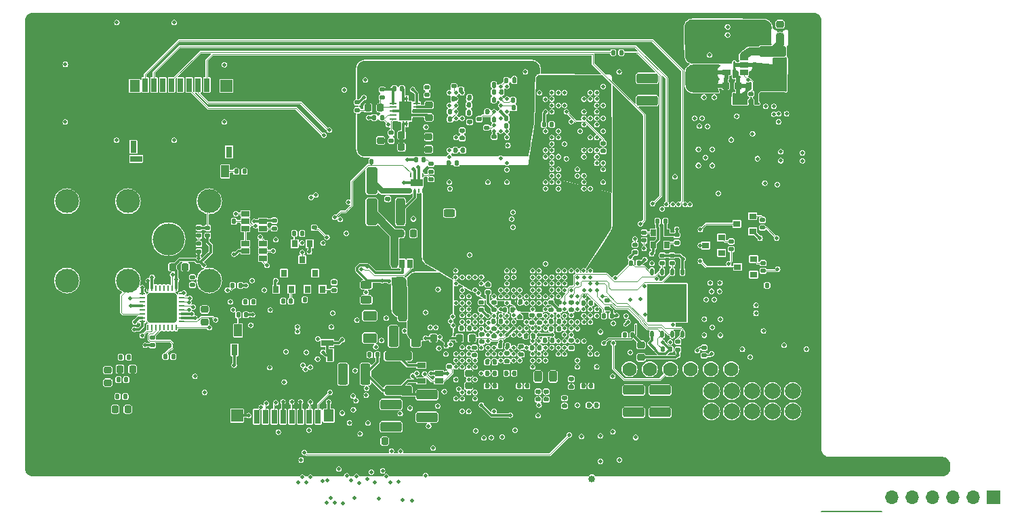
<source format=gbr>
G04 #@! TF.GenerationSoftware,KiCad,Pcbnew,8.0.6-8.0.6-0~ubuntu24.04.1*
G04 #@! TF.CreationDate,2025-03-07T13:19:27+05:30*
G04 #@! TF.ProjectId,DFTBoard,44465442-6f61-4726-942e-6b696361645f,rev?*
G04 #@! TF.SameCoordinates,Original*
G04 #@! TF.FileFunction,Copper,L8,Bot*
G04 #@! TF.FilePolarity,Positive*
%FSLAX46Y46*%
G04 Gerber Fmt 4.6, Leading zero omitted, Abs format (unit mm)*
G04 Created by KiCad (PCBNEW 8.0.6-8.0.6-0~ubuntu24.04.1) date 2025-03-07 13:19:27*
%MOMM*%
%LPD*%
G01*
G04 APERTURE LIST*
G04 Aperture macros list*
%AMRoundRect*
0 Rectangle with rounded corners*
0 $1 Rounding radius*
0 $2 $3 $4 $5 $6 $7 $8 $9 X,Y pos of 4 corners*
0 Add a 4 corners polygon primitive as box body*
4,1,4,$2,$3,$4,$5,$6,$7,$8,$9,$2,$3,0*
0 Add four circle primitives for the rounded corners*
1,1,$1+$1,$2,$3*
1,1,$1+$1,$4,$5*
1,1,$1+$1,$6,$7*
1,1,$1+$1,$8,$9*
0 Add four rect primitives between the rounded corners*
20,1,$1+$1,$2,$3,$4,$5,0*
20,1,$1+$1,$4,$5,$6,$7,0*
20,1,$1+$1,$6,$7,$8,$9,0*
20,1,$1+$1,$8,$9,$2,$3,0*%
G04 Aperture macros list end*
G04 #@! TA.AperFunction,NonConductor*
%ADD10C,0.200000*%
G04 #@! TD*
G04 #@! TA.AperFunction,ComponentPad*
%ADD11C,4.000000*%
G04 #@! TD*
G04 #@! TA.AperFunction,ComponentPad*
%ADD12C,3.000000*%
G04 #@! TD*
G04 #@! TA.AperFunction,ComponentPad*
%ADD13C,2.000000*%
G04 #@! TD*
G04 #@! TA.AperFunction,ComponentPad*
%ADD14C,1.778000*%
G04 #@! TD*
G04 #@! TA.AperFunction,ComponentPad*
%ADD15R,1.700000X1.700000*%
G04 #@! TD*
G04 #@! TA.AperFunction,ComponentPad*
%ADD16O,1.700000X1.700000*%
G04 #@! TD*
G04 #@! TA.AperFunction,SMDPad,CuDef*
%ADD17R,0.650000X0.850000*%
G04 #@! TD*
G04 #@! TA.AperFunction,SMDPad,CuDef*
%ADD18RoundRect,0.147500X0.147500X0.172500X-0.147500X0.172500X-0.147500X-0.172500X0.147500X-0.172500X0*%
G04 #@! TD*
G04 #@! TA.AperFunction,SMDPad,CuDef*
%ADD19RoundRect,0.147500X-0.172500X0.147500X-0.172500X-0.147500X0.172500X-0.147500X0.172500X0.147500X0*%
G04 #@! TD*
G04 #@! TA.AperFunction,SMDPad,CuDef*
%ADD20RoundRect,0.147500X-0.147500X-0.172500X0.147500X-0.172500X0.147500X0.172500X-0.147500X0.172500X0*%
G04 #@! TD*
G04 #@! TA.AperFunction,SMDPad,CuDef*
%ADD21RoundRect,0.218750X0.256250X-0.218750X0.256250X0.218750X-0.256250X0.218750X-0.256250X-0.218750X0*%
G04 #@! TD*
G04 #@! TA.AperFunction,SMDPad,CuDef*
%ADD22RoundRect,0.250000X-1.075000X0.375000X-1.075000X-0.375000X1.075000X-0.375000X1.075000X0.375000X0*%
G04 #@! TD*
G04 #@! TA.AperFunction,SMDPad,CuDef*
%ADD23RoundRect,0.250000X-0.625000X0.375000X-0.625000X-0.375000X0.625000X-0.375000X0.625000X0.375000X0*%
G04 #@! TD*
G04 #@! TA.AperFunction,SMDPad,CuDef*
%ADD24RoundRect,0.250000X-1.450000X0.312500X-1.450000X-0.312500X1.450000X-0.312500X1.450000X0.312500X0*%
G04 #@! TD*
G04 #@! TA.AperFunction,SMDPad,CuDef*
%ADD25R,0.900000X0.800000*%
G04 #@! TD*
G04 #@! TA.AperFunction,SMDPad,CuDef*
%ADD26RoundRect,0.147500X0.172500X-0.147500X0.172500X0.147500X-0.172500X0.147500X-0.172500X-0.147500X0*%
G04 #@! TD*
G04 #@! TA.AperFunction,SMDPad,CuDef*
%ADD27R,1.060000X0.650000*%
G04 #@! TD*
G04 #@! TA.AperFunction,SMDPad,CuDef*
%ADD28RoundRect,0.250000X0.375000X1.075000X-0.375000X1.075000X-0.375000X-1.075000X0.375000X-1.075000X0*%
G04 #@! TD*
G04 #@! TA.AperFunction,SMDPad,CuDef*
%ADD29RoundRect,0.218750X-0.256250X0.218750X-0.256250X-0.218750X0.256250X-0.218750X0.256250X0.218750X0*%
G04 #@! TD*
G04 #@! TA.AperFunction,SMDPad,CuDef*
%ADD30RoundRect,0.243750X-0.243750X-0.456250X0.243750X-0.456250X0.243750X0.456250X-0.243750X0.456250X0*%
G04 #@! TD*
G04 #@! TA.AperFunction,SMDPad,CuDef*
%ADD31R,0.850000X0.280000*%
G04 #@! TD*
G04 #@! TA.AperFunction,SMDPad,CuDef*
%ADD32R,0.280000X0.700000*%
G04 #@! TD*
G04 #@! TA.AperFunction,SMDPad,CuDef*
%ADD33R,1.650000X2.400000*%
G04 #@! TD*
G04 #@! TA.AperFunction,SMDPad,CuDef*
%ADD34RoundRect,0.218750X0.218750X0.256250X-0.218750X0.256250X-0.218750X-0.256250X0.218750X-0.256250X0*%
G04 #@! TD*
G04 #@! TA.AperFunction,SMDPad,CuDef*
%ADD35RoundRect,0.062500X0.312500X0.062500X-0.312500X0.062500X-0.312500X-0.062500X0.312500X-0.062500X0*%
G04 #@! TD*
G04 #@! TA.AperFunction,SMDPad,CuDef*
%ADD36RoundRect,0.062500X0.062500X0.312500X-0.062500X0.312500X-0.062500X-0.312500X0.062500X-0.312500X0*%
G04 #@! TD*
G04 #@! TA.AperFunction,SMDPad,CuDef*
%ADD37RoundRect,0.249999X1.575001X1.575001X-1.575001X1.575001X-1.575001X-1.575001X1.575001X-1.575001X0*%
G04 #@! TD*
G04 #@! TA.AperFunction,SMDPad,CuDef*
%ADD38RoundRect,0.218750X-0.218750X-0.256250X0.218750X-0.256250X0.218750X0.256250X-0.218750X0.256250X0*%
G04 #@! TD*
G04 #@! TA.AperFunction,SMDPad,CuDef*
%ADD39RoundRect,0.250000X-0.312500X-1.450000X0.312500X-1.450000X0.312500X1.450000X-0.312500X1.450000X0*%
G04 #@! TD*
G04 #@! TA.AperFunction,SMDPad,CuDef*
%ADD40R,0.800000X0.900000*%
G04 #@! TD*
G04 #@! TA.AperFunction,SMDPad,CuDef*
%ADD41R,0.650000X1.060000*%
G04 #@! TD*
G04 #@! TA.AperFunction,SMDPad,CuDef*
%ADD42R,0.250000X0.500000*%
G04 #@! TD*
G04 #@! TA.AperFunction,SMDPad,CuDef*
%ADD43R,1.600000X0.900000*%
G04 #@! TD*
G04 #@! TA.AperFunction,SMDPad,CuDef*
%ADD44RoundRect,0.243750X-0.456250X0.243750X-0.456250X-0.243750X0.456250X-0.243750X0.456250X0.243750X0*%
G04 #@! TD*
G04 #@! TA.AperFunction,SMDPad,CuDef*
%ADD45R,0.700000X1.750000*%
G04 #@! TD*
G04 #@! TA.AperFunction,SMDPad,CuDef*
%ADD46R,1.300000X1.500000*%
G04 #@! TD*
G04 #@! TA.AperFunction,SMDPad,CuDef*
%ADD47R,1.500000X1.500000*%
G04 #@! TD*
G04 #@! TA.AperFunction,SMDPad,CuDef*
%ADD48R,0.800000X1.400000*%
G04 #@! TD*
G04 #@! TA.AperFunction,SMDPad,CuDef*
%ADD49R,1.000000X1.550000*%
G04 #@! TD*
G04 #@! TA.AperFunction,SMDPad,CuDef*
%ADD50R,1.500000X0.800000*%
G04 #@! TD*
G04 #@! TA.AperFunction,SMDPad,CuDef*
%ADD51R,0.800000X1.500000*%
G04 #@! TD*
G04 #@! TA.AperFunction,SMDPad,CuDef*
%ADD52RoundRect,0.243750X0.456250X-0.243750X0.456250X0.243750X-0.456250X0.243750X-0.456250X-0.243750X0*%
G04 #@! TD*
G04 #@! TA.AperFunction,SMDPad,CuDef*
%ADD53RoundRect,0.250000X-0.425000X-1.425000X0.425000X-1.425000X0.425000X1.425000X-0.425000X1.425000X0*%
G04 #@! TD*
G04 #@! TA.AperFunction,SMDPad,CuDef*
%ADD54RoundRect,0.250000X1.425000X-0.425000X1.425000X0.425000X-1.425000X0.425000X-1.425000X-0.425000X0*%
G04 #@! TD*
G04 #@! TA.AperFunction,SMDPad,CuDef*
%ADD55RoundRect,0.225000X-0.000010X0.250000X-0.000010X-0.250000X0.000010X-0.250000X0.000010X0.250000X0*%
G04 #@! TD*
G04 #@! TA.AperFunction,SMDPad,CuDef*
%ADD56R,4.900000X4.750000*%
G04 #@! TD*
G04 #@! TA.AperFunction,SMDPad,CuDef*
%ADD57RoundRect,0.225000X-0.250000X0.225000X-0.250000X-0.225000X0.250000X-0.225000X0.250000X0.225000X0*%
G04 #@! TD*
G04 #@! TA.AperFunction,ComponentPad*
%ADD58R,0.850000X0.850000*%
G04 #@! TD*
G04 #@! TA.AperFunction,ComponentPad*
%ADD59O,0.850000X0.850000*%
G04 #@! TD*
G04 #@! TA.AperFunction,SMDPad,CuDef*
%ADD60RoundRect,0.135000X0.135000X0.185000X-0.135000X0.185000X-0.135000X-0.185000X0.135000X-0.185000X0*%
G04 #@! TD*
G04 #@! TA.AperFunction,ViaPad*
%ADD61C,0.480000*%
G04 #@! TD*
G04 #@! TA.AperFunction,Conductor*
%ADD62C,0.300000*%
G04 #@! TD*
G04 #@! TA.AperFunction,Conductor*
%ADD63C,0.200000*%
G04 #@! TD*
G04 #@! TA.AperFunction,Conductor*
%ADD64C,0.125000*%
G04 #@! TD*
G04 #@! TA.AperFunction,Conductor*
%ADD65C,0.102000*%
G04 #@! TD*
G04 #@! TA.AperFunction,Conductor*
%ADD66C,0.130000*%
G04 #@! TD*
G04 #@! TA.AperFunction,Conductor*
%ADD67C,1.000000*%
G04 #@! TD*
G04 #@! TA.AperFunction,Conductor*
%ADD68C,0.700000*%
G04 #@! TD*
G04 APERTURE END LIST*
D10*
X207040000Y-159960000D02*
X199470000Y-159960000D01*
D11*
X117930000Y-125860000D03*
D12*
X105230000Y-121110000D03*
X112850000Y-131020000D03*
X112850000Y-121110000D03*
X105230000Y-131020000D03*
X123010000Y-131020000D03*
X123010000Y-121110000D03*
D13*
X185744134Y-147396525D03*
X185744134Y-144856525D03*
X188284134Y-147396525D03*
X188284134Y-144856525D03*
X190824134Y-147396525D03*
X190824134Y-144856525D03*
X193364134Y-147396525D03*
X193364134Y-144856525D03*
X195904134Y-147396525D03*
X195904134Y-144856525D03*
D14*
X188224134Y-142126525D03*
X185684134Y-142126525D03*
X183144134Y-142126525D03*
X180604134Y-142126525D03*
X178064134Y-142126525D03*
X175524134Y-142126525D03*
D15*
X220960000Y-158140000D03*
D16*
X218420000Y-158140000D03*
X215880000Y-158140000D03*
X213340000Y-158140000D03*
X210800000Y-158140000D03*
X208260000Y-158140000D03*
D17*
X180149134Y-126601525D03*
X178499134Y-126601525D03*
X178499134Y-125051525D03*
X180149134Y-125051525D03*
D18*
X157759134Y-109926525D03*
X156789134Y-109926525D03*
X155459134Y-109076525D03*
X154489134Y-109076525D03*
X158559134Y-108426525D03*
X157589134Y-108426525D03*
X153559134Y-108276525D03*
X152589134Y-108276525D03*
X158559134Y-107476525D03*
X157589134Y-107476525D03*
D19*
X155574134Y-111191525D03*
X155574134Y-112161525D03*
D20*
X155539134Y-108126525D03*
X156509134Y-108126525D03*
D18*
X155459134Y-110026525D03*
X154489134Y-110026525D03*
D20*
X154489134Y-107176525D03*
X155459134Y-107176525D03*
D19*
X157674134Y-111891525D03*
X157674134Y-112861525D03*
D18*
X158609134Y-110876525D03*
X157639134Y-110876525D03*
D20*
X160139134Y-111676525D03*
X161109134Y-111676525D03*
D19*
X181574134Y-138691525D03*
X181574134Y-139661525D03*
D20*
X172339134Y-135426525D03*
X173309134Y-135426525D03*
D19*
X168224134Y-133741525D03*
X168224134Y-134711525D03*
D21*
X194310000Y-100527500D03*
X194310000Y-98952500D03*
D22*
X145724134Y-146526525D03*
X145724134Y-149326525D03*
D23*
X143074134Y-135426525D03*
X143074134Y-138226525D03*
D24*
X146624134Y-140489025D03*
X146624134Y-144764025D03*
D25*
X191024134Y-128376525D03*
X191024134Y-130276525D03*
X189024134Y-129326525D03*
X187024134Y-125676525D03*
X187024134Y-127576525D03*
X185024134Y-126626525D03*
X190924134Y-122976525D03*
X190924134Y-124876525D03*
X188924134Y-123926525D03*
D19*
X153024134Y-140841525D03*
X153024134Y-141811525D03*
X192224134Y-128841525D03*
X192224134Y-129811525D03*
X188224134Y-126141525D03*
X188224134Y-127111525D03*
X192124134Y-123441525D03*
X192124134Y-124411525D03*
D20*
X160139134Y-105976525D03*
X161109134Y-105976525D03*
D26*
X177350000Y-126005000D03*
X177350000Y-125035000D03*
D27*
X127524134Y-128276525D03*
X127524134Y-127326525D03*
X127524134Y-126376525D03*
X129724134Y-126376525D03*
X129724134Y-127326525D03*
X129724134Y-128276525D03*
D26*
X164124134Y-145911525D03*
X164124134Y-144941525D03*
D18*
X144009134Y-140326525D03*
X143039134Y-140326525D03*
D20*
X191739134Y-131626525D03*
X192709134Y-131626525D03*
D19*
X172224134Y-113841525D03*
X172224134Y-114811525D03*
D26*
X165724134Y-134711525D03*
X165724134Y-133741525D03*
D18*
X160909134Y-134726525D03*
X159939134Y-134726525D03*
D19*
X184834134Y-139436525D03*
X184834134Y-140406525D03*
D18*
X165795000Y-111490000D03*
X164825000Y-111490000D03*
D26*
X156124134Y-140386525D03*
X156124134Y-139416525D03*
X158624134Y-138011525D03*
X158624134Y-137041525D03*
D28*
X148824134Y-138026525D03*
X146024134Y-138026525D03*
D18*
X127609134Y-135326525D03*
X126639134Y-135326525D03*
D29*
X144424134Y-111939025D03*
X144424134Y-113514025D03*
D22*
X150224134Y-145326525D03*
X150224134Y-148126525D03*
D26*
X176224134Y-127511525D03*
X176224134Y-126541525D03*
D30*
X164086634Y-143026525D03*
X165961634Y-143026525D03*
D26*
X168224134Y-139461525D03*
X168224134Y-138491525D03*
D18*
X162709134Y-144226525D03*
X161739134Y-144226525D03*
D26*
X165124134Y-145911525D03*
X165124134Y-144941525D03*
D20*
X157739134Y-144226525D03*
X158709134Y-144226525D03*
D18*
X171409134Y-146626525D03*
X170439134Y-146626525D03*
D20*
X169739134Y-144226525D03*
X170709134Y-144226525D03*
D26*
X167424134Y-146711525D03*
X167424134Y-145741525D03*
D20*
X154539134Y-137026525D03*
X155509134Y-137026525D03*
D26*
X168224134Y-144311525D03*
X168224134Y-143341525D03*
D18*
X161109134Y-142626525D03*
X160139134Y-142626525D03*
D20*
X165739134Y-137076525D03*
X166709134Y-137076525D03*
X164939134Y-138526525D03*
X165909134Y-138526525D03*
D26*
X157850000Y-132500000D03*
X157850000Y-131530000D03*
X161974134Y-140261525D03*
X161974134Y-139291525D03*
D20*
X159339134Y-139226525D03*
X160309134Y-139226525D03*
X169739134Y-133826525D03*
X170709134Y-133826525D03*
X160939134Y-133726525D03*
X161909134Y-133726525D03*
D19*
X150224134Y-106841525D03*
X150224134Y-107811525D03*
D20*
X158515000Y-136110000D03*
X159485000Y-136110000D03*
D26*
X154624134Y-113211525D03*
X154624134Y-112241525D03*
D20*
X162539134Y-137976525D03*
X163509134Y-137976525D03*
D31*
X148939134Y-108836525D03*
X148939134Y-109336525D03*
X148939134Y-109836525D03*
X148939134Y-110336525D03*
X148939134Y-110836525D03*
X145989134Y-110836525D03*
X145989134Y-110336525D03*
X145989134Y-109836525D03*
X145989134Y-109336525D03*
X145989134Y-108836525D03*
D32*
X147714134Y-111386525D03*
X147714134Y-108286525D03*
D33*
X147464134Y-109836525D03*
D32*
X147214134Y-111386525D03*
X147214134Y-108286525D03*
D26*
X141524134Y-109711525D03*
X141524134Y-108741525D03*
D19*
X144624134Y-107141525D03*
X144624134Y-108111525D03*
D34*
X144411634Y-109426525D03*
X142836634Y-109426525D03*
D19*
X145764134Y-112551525D03*
X145764134Y-113521525D03*
D34*
X148611634Y-114326525D03*
X147036634Y-114326525D03*
X148611634Y-112826525D03*
X147036634Y-112826525D03*
D18*
X147109134Y-107026525D03*
X146139134Y-107026525D03*
D29*
X150424134Y-113039025D03*
X150424134Y-114614025D03*
X150464134Y-109049025D03*
X150464134Y-110624025D03*
D18*
X154709134Y-114726525D03*
X153739134Y-114726525D03*
D20*
X152939134Y-116326525D03*
X153909134Y-116326525D03*
X165739134Y-136126525D03*
X166709134Y-136126525D03*
D19*
X166724134Y-133741525D03*
X166724134Y-134711525D03*
D35*
X119599134Y-132676525D03*
X119599134Y-133176525D03*
X119599134Y-133676525D03*
X119599134Y-134176525D03*
X119599134Y-134676525D03*
X119599134Y-135176525D03*
X119599134Y-135676525D03*
X119599134Y-136176525D03*
D36*
X118874134Y-136901525D03*
X118374134Y-136901525D03*
X117874134Y-136901525D03*
X117374134Y-136901525D03*
X116874134Y-136901525D03*
X116374134Y-136901525D03*
X115874134Y-136901525D03*
X115374134Y-136901525D03*
D35*
X114649134Y-136176525D03*
X114649134Y-135676525D03*
X114649134Y-135176525D03*
X114649134Y-134676525D03*
X114649134Y-134176525D03*
X114649134Y-133676525D03*
X114649134Y-133176525D03*
X114649134Y-132676525D03*
D36*
X115374134Y-131951525D03*
X115874134Y-131951525D03*
X116374134Y-131951525D03*
X116874134Y-131951525D03*
X117374134Y-131951525D03*
X117874134Y-131951525D03*
X118374134Y-131951525D03*
X118874134Y-131951525D03*
D37*
X117124134Y-134426525D03*
D29*
X122424134Y-134639025D03*
X122424134Y-136214025D03*
D19*
X121724134Y-126441525D03*
X121724134Y-127411525D03*
D20*
X111969134Y-140616525D03*
X112939134Y-140616525D03*
X111669134Y-143416525D03*
X112639134Y-143416525D03*
D19*
X120924134Y-130601525D03*
X120924134Y-131571525D03*
D20*
X111554134Y-145546525D03*
X112524134Y-145546525D03*
D26*
X115924134Y-139111525D03*
X115924134Y-138141525D03*
D38*
X111866634Y-142116525D03*
X113441634Y-142116525D03*
D26*
X121724134Y-125411525D03*
X121724134Y-124441525D03*
D19*
X122824134Y-124441525D03*
X122824134Y-125411525D03*
D18*
X128509134Y-133726525D03*
X127539134Y-133726525D03*
D21*
X110354134Y-143804025D03*
X110354134Y-142229025D03*
D38*
X111269134Y-147126525D03*
X112844134Y-147126525D03*
X118436634Y-129326525D03*
X120011634Y-129326525D03*
D20*
X142339134Y-116126525D03*
X143309134Y-116126525D03*
X160139134Y-110726525D03*
X161109134Y-110726525D03*
X161089134Y-109426525D03*
X162059134Y-109426525D03*
D18*
X153109134Y-110826525D03*
X152139134Y-110826525D03*
D22*
X177724134Y-105726525D03*
X177724134Y-108526525D03*
X176024134Y-144726525D03*
X176024134Y-147526525D03*
D34*
X152611634Y-138226525D03*
X151036634Y-138226525D03*
D20*
X157739134Y-142626525D03*
X158709134Y-142626525D03*
D27*
X129724134Y-122676525D03*
X129724134Y-123626525D03*
X129724134Y-124576525D03*
X127524134Y-124576525D03*
X127524134Y-123626525D03*
X127524134Y-122676525D03*
D39*
X147186634Y-134426525D03*
X151461634Y-134426525D03*
D40*
X137174134Y-132126525D03*
X135274134Y-132126525D03*
X136224134Y-130126525D03*
D38*
X146936634Y-125126525D03*
X148511634Y-125126525D03*
D41*
X146174134Y-128926525D03*
X147124134Y-128926525D03*
X148074134Y-128926525D03*
X148074134Y-131126525D03*
X146174134Y-131126525D03*
D26*
X131124134Y-124511525D03*
X131124134Y-123541525D03*
X138624134Y-132211525D03*
X138624134Y-131241525D03*
D20*
X125139134Y-123626525D03*
X126109134Y-123626525D03*
D42*
X148174134Y-117876525D03*
X148674134Y-117876525D03*
X149174134Y-117876525D03*
X149674134Y-117876525D03*
X149674134Y-119776525D03*
X149174134Y-119776525D03*
X148674134Y-119776525D03*
X148174134Y-119776525D03*
D43*
X148924134Y-118826525D03*
D18*
X149809134Y-115926525D03*
X148839134Y-115926525D03*
D26*
X150724134Y-117411525D03*
X150724134Y-116441525D03*
D19*
X150724134Y-118341525D03*
X150724134Y-119311525D03*
D22*
X179324134Y-144726525D03*
X179324134Y-147526525D03*
D26*
X179624134Y-128861525D03*
X179624134Y-127891525D03*
X181424134Y-126311525D03*
X181424134Y-125341525D03*
X180824134Y-128861525D03*
X180824134Y-127891525D03*
D18*
X179989134Y-123610525D03*
X179019134Y-123610525D03*
D44*
X153024134Y-120689025D03*
X153024134Y-122564025D03*
D18*
X175909134Y-137826525D03*
X174939134Y-137826525D03*
D27*
X151724134Y-141676525D03*
X151724134Y-142626525D03*
X151724134Y-143576525D03*
X149524134Y-143576525D03*
X149524134Y-141676525D03*
D34*
X146511634Y-151126525D03*
X144936634Y-151126525D03*
D20*
X133639134Y-125126525D03*
X134609134Y-125126525D03*
D40*
X133274134Y-132126525D03*
X131374134Y-132126525D03*
X132324134Y-130126525D03*
D18*
X135909134Y-133426525D03*
X134939134Y-133426525D03*
D40*
X133674134Y-126426525D03*
X135574134Y-126426525D03*
X134624134Y-128426525D03*
D18*
X126909134Y-131626525D03*
X125939134Y-131626525D03*
D26*
X157024134Y-134711525D03*
X157024134Y-133741525D03*
D19*
X157074134Y-137741525D03*
X157074134Y-138711525D03*
D20*
X143639134Y-110626525D03*
X144609134Y-110626525D03*
D45*
X128924134Y-148076525D03*
X130024134Y-148076525D03*
X131124134Y-148076525D03*
X132224134Y-148076525D03*
X133324134Y-148076525D03*
D46*
X137924134Y-147951525D03*
D45*
X134424134Y-148076525D03*
D47*
X126474134Y-147951525D03*
D48*
X126149134Y-139701525D03*
D45*
X135524134Y-148076525D03*
X136624134Y-148076525D03*
D49*
X126624134Y-137276525D03*
D50*
X137774134Y-138851525D03*
D51*
X138099134Y-140351525D03*
D52*
X142624134Y-133464025D03*
X142624134Y-131589025D03*
D39*
X146886634Y-122426525D03*
X151161634Y-122426525D03*
D20*
X160989134Y-108476525D03*
X161959134Y-108476525D03*
D26*
X158624134Y-134711525D03*
X158624134Y-133741525D03*
X164274134Y-136311525D03*
X164274134Y-135341525D03*
D20*
X163339134Y-139476525D03*
X164309134Y-139476525D03*
D18*
X158709134Y-141226525D03*
X157739134Y-141226525D03*
D29*
X155424134Y-142639025D03*
X155424134Y-144214025D03*
D28*
X142524134Y-142726525D03*
X139724134Y-142726525D03*
D34*
X155861634Y-138226525D03*
X154286634Y-138226525D03*
D18*
X153109134Y-109876525D03*
X152139134Y-109876525D03*
D19*
X156724134Y-110841525D03*
X156724134Y-111811525D03*
D18*
X133209134Y-133626525D03*
X132239134Y-133626525D03*
D19*
X160224134Y-140141525D03*
X160224134Y-141111525D03*
X163324134Y-135341525D03*
X163324134Y-136311525D03*
D26*
X161824134Y-135611525D03*
X161824134Y-134641525D03*
D20*
X179639134Y-139626525D03*
X180609134Y-139626525D03*
D18*
X158559134Y-106526525D03*
X157589134Y-106526525D03*
D26*
X153574134Y-106711525D03*
X153574134Y-105741525D03*
D19*
X158624134Y-113041525D03*
X158624134Y-114011525D03*
D20*
X159489134Y-107476525D03*
X160459134Y-107476525D03*
D53*
X137524134Y-118526525D03*
X143324134Y-118526525D03*
X137524134Y-122426525D03*
X143324134Y-122426525D03*
D54*
X193410000Y-108140000D03*
X193410000Y-102340000D03*
D26*
X190710000Y-108625000D03*
X190710000Y-107655000D03*
D27*
X189810000Y-103090000D03*
X189810000Y-104040000D03*
X189810000Y-104990000D03*
X187610000Y-104990000D03*
X187610000Y-103090000D03*
D38*
X187522500Y-106640000D03*
X189097500Y-106640000D03*
D19*
X145324134Y-119841525D03*
X145324134Y-120811525D03*
D20*
X117539134Y-140526525D03*
X118509134Y-140526525D03*
D19*
X136124134Y-123441525D03*
X136124134Y-124411525D03*
D20*
X175739134Y-128826525D03*
X176709134Y-128826525D03*
D55*
X178319134Y-129926525D03*
X179589134Y-129926525D03*
X180859134Y-129926525D03*
X182129134Y-129926525D03*
X182129134Y-137726525D03*
X180859134Y-137726525D03*
X179589134Y-137726525D03*
X178319134Y-137726525D03*
D56*
X180224134Y-133826525D03*
D19*
X172724134Y-133541525D03*
X172724134Y-134511525D03*
D57*
X176960000Y-139100000D03*
X176960000Y-140650000D03*
D58*
X170820000Y-154830000D03*
D59*
X170820000Y-155830000D03*
D45*
X122714134Y-106560000D03*
X121614134Y-106560000D03*
X120514134Y-106560000D03*
X119414134Y-106560000D03*
X118314134Y-106560000D03*
D46*
X113714134Y-106685000D03*
D45*
X117214134Y-106560000D03*
D47*
X125164134Y-106685000D03*
D48*
X125489134Y-114935000D03*
D45*
X116114134Y-106560000D03*
X115014134Y-106560000D03*
D49*
X125014134Y-117360000D03*
D50*
X113864134Y-115785000D03*
D51*
X113539134Y-114285000D03*
D60*
X127404134Y-117380000D03*
X126384134Y-117380000D03*
X174500000Y-102500000D03*
X173480000Y-102500000D03*
D61*
X158624134Y-133026525D03*
X154609052Y-137008107D03*
X157024134Y-137826525D03*
X153824134Y-131426525D03*
X156224134Y-132226525D03*
X155424134Y-134626525D03*
X157807388Y-135443272D03*
X171424134Y-146626525D03*
X162624134Y-144226525D03*
X157824134Y-144226525D03*
X165024134Y-145826525D03*
X164224134Y-142626525D03*
X168224134Y-139426525D03*
X161024134Y-142626525D03*
X154624134Y-145826525D03*
X169824134Y-133826525D03*
X169024134Y-137026525D03*
X170624134Y-131426525D03*
X169824134Y-144226525D03*
X168224134Y-144226525D03*
X167424134Y-146626525D03*
X164224134Y-145826525D03*
X185610000Y-107140000D03*
X187770000Y-100290000D03*
X187770000Y-99290000D03*
X105034134Y-111190000D03*
X119444134Y-106600000D03*
X142924134Y-110626525D03*
X155424134Y-143426525D03*
X111434134Y-113460000D03*
X128424134Y-135326525D03*
X122396241Y-136310204D03*
X115374134Y-131076525D03*
X112844134Y-147126525D03*
X150060000Y-155430000D03*
X124914134Y-111190000D03*
X175624134Y-128126525D03*
X135460000Y-149750000D03*
X127404134Y-117390000D03*
X134024134Y-137426525D03*
X156624134Y-132626525D03*
X179639134Y-138726525D03*
X135130000Y-140020000D03*
X174260000Y-153490000D03*
X135724134Y-120626525D03*
X113724134Y-136226525D03*
X112524134Y-145546525D03*
X111866634Y-142116525D03*
X175624134Y-133426525D03*
X157024134Y-146626525D03*
X111474134Y-98750000D03*
X160610000Y-147890000D03*
X118634134Y-113470000D03*
X176290000Y-150660000D03*
X127539134Y-133726525D03*
X118634134Y-98740000D03*
X146139134Y-107026525D03*
X170624134Y-140226525D03*
X151570000Y-146730000D03*
X169520000Y-150550000D03*
X183990000Y-139800000D03*
X156224134Y-141026525D03*
X171899134Y-137451525D03*
X132224134Y-146226525D03*
X134024134Y-136826525D03*
X177724134Y-105726525D03*
X171860000Y-150470000D03*
X179324134Y-144726525D03*
X105044134Y-103970000D03*
X132391017Y-143737622D03*
X114624134Y-131926525D03*
X124924134Y-104030000D03*
X111969134Y-140616525D03*
X177431134Y-128426525D03*
X131640000Y-149990000D03*
X135024134Y-142126525D03*
X142324134Y-108126525D03*
X153824134Y-140226525D03*
X176024134Y-144726525D03*
X121224134Y-135726525D03*
X181424134Y-124626525D03*
X110354134Y-142229025D03*
X112639134Y-143416525D03*
X171900000Y-153670000D03*
X178299741Y-128895132D03*
X173450000Y-149970000D03*
X121740000Y-126430000D03*
X154212596Y-144614987D03*
X134500000Y-153500000D03*
X151000000Y-152000000D03*
X192543475Y-108224134D03*
X193543475Y-108224134D03*
X188824134Y-118726525D03*
X188224134Y-118726525D03*
X188224134Y-119326525D03*
X188224134Y-119926525D03*
X188824134Y-119926525D03*
X145624134Y-136026525D03*
X163480000Y-154000000D03*
X167000000Y-154360000D03*
X134824134Y-120626525D03*
X188824134Y-119326525D03*
X194624134Y-129326525D03*
X132824134Y-120626525D03*
X194424134Y-125226525D03*
X194024134Y-126626525D03*
X191324134Y-136126525D03*
X162180000Y-154040000D03*
X116124134Y-133126525D03*
X118124134Y-133126525D03*
X117124134Y-134126525D03*
X116124134Y-135126525D03*
X118124134Y-135126525D03*
X117124134Y-135126525D03*
X116124134Y-134126525D03*
X117124134Y-133126525D03*
X118124134Y-134126525D03*
X194430000Y-116030000D03*
X197140000Y-116060000D03*
X197140000Y-115060000D03*
X194440000Y-114910000D03*
X113224134Y-134226525D03*
X111669134Y-143416525D03*
X115874134Y-130626525D03*
X115024134Y-139126525D03*
X130624134Y-134726525D03*
X113441634Y-142116525D03*
X127624134Y-131626525D03*
X110354134Y-143804025D03*
X112939134Y-140616525D03*
X128346241Y-131048632D03*
X111554134Y-145546525D03*
X113680000Y-137140000D03*
X111269134Y-147126525D03*
X158624134Y-144226525D03*
X161824134Y-133826525D03*
X163424134Y-141826525D03*
X164224134Y-137026525D03*
X160224134Y-135426525D03*
X169024134Y-141026525D03*
X165824134Y-142626525D03*
X168224134Y-143426525D03*
X167424134Y-145826525D03*
X165024134Y-141026525D03*
X160224134Y-142626525D03*
X170624134Y-144226525D03*
X165024134Y-145026525D03*
X168224134Y-134626525D03*
X163424134Y-137826525D03*
X164224134Y-138626525D03*
X165824134Y-138626525D03*
X164224134Y-141026525D03*
X161824134Y-141026525D03*
X163424134Y-140226525D03*
X164224134Y-139426525D03*
X162624134Y-139426525D03*
X170624134Y-136226525D03*
X169024134Y-138626525D03*
X167424134Y-137026525D03*
X166624134Y-137026525D03*
X154624134Y-141826525D03*
X156224134Y-145026525D03*
X159424134Y-145826525D03*
X170624134Y-146626525D03*
X161824134Y-144226525D03*
X157024134Y-142626525D03*
X160224134Y-141026525D03*
X157824134Y-140226525D03*
X158624134Y-140226525D03*
X159424134Y-140226525D03*
X161024134Y-140226525D03*
X161824134Y-139426525D03*
X161024134Y-139426525D03*
X160224134Y-139426525D03*
X163424134Y-136226525D03*
X161824134Y-137026525D03*
X161824134Y-137826525D03*
X161024134Y-137826525D03*
X159424134Y-137826525D03*
X155424134Y-139426525D03*
X156224134Y-136226525D03*
X153430000Y-135540000D03*
X157024134Y-133792266D03*
X160224134Y-137026525D03*
X159424134Y-136226525D03*
X162624134Y-136226525D03*
X164224134Y-135426525D03*
X165824134Y-135426525D03*
X165024134Y-136226525D03*
X166624134Y-136226525D03*
X163424134Y-133026525D03*
X165824134Y-133826525D03*
X169024134Y-133026525D03*
X170624134Y-133826525D03*
X166624134Y-131426525D03*
X157824134Y-131426525D03*
X160224134Y-132226525D03*
X161024134Y-129826525D03*
X164224134Y-130626525D03*
X154624134Y-133026525D03*
X155424134Y-130626525D03*
X153024134Y-109126525D03*
X153824134Y-114726525D03*
X153024134Y-114726525D03*
X153024134Y-118726525D03*
X153024134Y-115526525D03*
X153824134Y-113126525D03*
X160224134Y-118726525D03*
X172224134Y-118726525D03*
X172224134Y-110726525D03*
X165824134Y-117126525D03*
X165024134Y-109926525D03*
X172224134Y-106726525D03*
X165024134Y-119526525D03*
X171424134Y-113126525D03*
X165824134Y-114726525D03*
X165824134Y-116326525D03*
X165824134Y-113126525D03*
X171424134Y-116326525D03*
X172224134Y-114726525D03*
X172224134Y-109126525D03*
X172224134Y-116326525D03*
X165024134Y-118726525D03*
X164256671Y-107559672D03*
X172224134Y-117126525D03*
X160224134Y-106726525D03*
X169824134Y-118726525D03*
X160224134Y-116326525D03*
X148024134Y-109026525D03*
X147024134Y-109026525D03*
X147024134Y-110626525D03*
X148024134Y-110626525D03*
X155424134Y-147426525D03*
X168224134Y-138626525D03*
X184809134Y-108076525D03*
X186089134Y-108076525D03*
X186874134Y-135876525D03*
X186874134Y-137876525D03*
X184874134Y-137876525D03*
X184874134Y-135876525D03*
X185024134Y-115626525D03*
X185874134Y-114626525D03*
X184124134Y-114626525D03*
X184124134Y-116626525D03*
X185874134Y-116626525D03*
X158624134Y-142626525D03*
X155424134Y-137026525D03*
X159424134Y-134626525D03*
X194140000Y-110160000D03*
X195140000Y-110160000D03*
X193543475Y-110224134D03*
X194140000Y-111160000D03*
X192543475Y-109224134D03*
X193543475Y-109224134D03*
X155424134Y-144226525D03*
X164224134Y-145026525D03*
X157024134Y-138626525D03*
X158624134Y-133826525D03*
X190510000Y-106640000D03*
X153900000Y-116330000D03*
X191824134Y-125726525D03*
X159403648Y-115732131D03*
X176024134Y-147481525D03*
X143824134Y-139326525D03*
X120824134Y-135184525D03*
X150424134Y-114614025D03*
X161824134Y-145826525D03*
X191500000Y-115780000D03*
X144424134Y-113514025D03*
X169024134Y-146626525D03*
X160224134Y-108325482D03*
X157824134Y-118726525D03*
X153024134Y-107526525D03*
X148524134Y-123311525D03*
X135524134Y-127426525D03*
X194310000Y-98950000D03*
X160939134Y-122476525D03*
X165031124Y-114722512D03*
X150464134Y-110624025D03*
X153824134Y-110726525D03*
X142724134Y-129241525D03*
X137224134Y-140026525D03*
X182224134Y-132426525D03*
X137924134Y-146226525D03*
X145507132Y-131126525D03*
X180609134Y-138726525D03*
X127924134Y-147926525D03*
X191024134Y-130276525D03*
X113704134Y-106700000D03*
X190624134Y-140611525D03*
X165000000Y-108333525D03*
X150089134Y-111826525D03*
X178284124Y-127674525D03*
X122424134Y-145026525D03*
X150024134Y-138226525D03*
X139624134Y-138442704D03*
X149124134Y-116826525D03*
X142624134Y-131589025D03*
X152724134Y-142626525D03*
X186609134Y-120126525D03*
X185624134Y-131326525D03*
X150343282Y-148007377D03*
X169024134Y-141826525D03*
X147724134Y-115926525D03*
X153024134Y-122564025D03*
X139674134Y-143226525D03*
X186759134Y-132376525D03*
X145764134Y-113521525D03*
X126124134Y-127726525D03*
X197624134Y-139611525D03*
X155524134Y-127826525D03*
X192424134Y-118841525D03*
X147036634Y-114326525D03*
X128624134Y-123626525D03*
X145374134Y-120876525D03*
X147464134Y-109836525D03*
X179324134Y-147526525D03*
X125174134Y-106700000D03*
X136574134Y-138326525D03*
X192709134Y-131626525D03*
X181224134Y-118041525D03*
X181574134Y-140376525D03*
X183639134Y-110719525D03*
X171424134Y-141826525D03*
X187024134Y-127626525D03*
X146024134Y-138026525D03*
X162524134Y-104926525D03*
X147036634Y-112826525D03*
X138424134Y-135114025D03*
X134424134Y-146226525D03*
X147324134Y-118826525D03*
X150024134Y-135026525D03*
X188220000Y-113410000D03*
X191324134Y-135126525D03*
X156224134Y-139426525D03*
X174224134Y-104926525D03*
X147109134Y-107026525D03*
X160324134Y-114126525D03*
X134939134Y-133426525D03*
X190890000Y-112680000D03*
X191324134Y-134126525D03*
X135274134Y-132126525D03*
X148511634Y-125126525D03*
X188930000Y-110470000D03*
X113534134Y-114330000D03*
X125494134Y-114920000D03*
X175324134Y-136212526D03*
X186824134Y-131326525D03*
X189624134Y-139641525D03*
X131324134Y-131026525D03*
X182224134Y-128326525D03*
X153824134Y-143426525D03*
X160223872Y-109919535D03*
X176924134Y-133311525D03*
X153109282Y-119548307D03*
X185874134Y-136876525D03*
X173924134Y-135412526D03*
X189824134Y-108426525D03*
X159423080Y-112319535D03*
X160823742Y-123321132D03*
X121724134Y-128226525D03*
X128509134Y-133726525D03*
X164224134Y-146626525D03*
X163424134Y-138626525D03*
X148524134Y-117126525D03*
X145779134Y-152361525D03*
X143024134Y-140426525D03*
X174939134Y-137826525D03*
X142849134Y-138351525D03*
X169806124Y-129824450D03*
X126124134Y-141626525D03*
X113884134Y-115820000D03*
X150724134Y-142626525D03*
X117254134Y-106590000D03*
X145124134Y-135726525D03*
X136324134Y-120326525D03*
X137224134Y-126341525D03*
X177724134Y-108526525D03*
X177474142Y-135320731D03*
X150224134Y-107811525D03*
X144624134Y-131026525D03*
X145724134Y-149326525D03*
X185790000Y-140190000D03*
X122309161Y-134667354D03*
X140124134Y-125126525D03*
X120924134Y-131571525D03*
X165024134Y-115521015D03*
X160217376Y-117152392D03*
X193980000Y-119010000D03*
X160965428Y-124352712D03*
X144936634Y-151126525D03*
X161109134Y-105721492D03*
X120011634Y-129326525D03*
X114624134Y-137926525D03*
X125283313Y-132211560D03*
X129924134Y-132226525D03*
X172224134Y-113926525D03*
X148424134Y-107126525D03*
X162624134Y-133026525D03*
X160221991Y-113119535D03*
X167624134Y-109926525D03*
X165824134Y-134626525D03*
X161024134Y-134626525D03*
X154624134Y-110726525D03*
X161024134Y-132226525D03*
X154624134Y-113126525D03*
X166624134Y-113126525D03*
X161024134Y-133026525D03*
X154624134Y-112326525D03*
X166624134Y-112326525D03*
X159424134Y-133026525D03*
X169349810Y-112319525D03*
X158628622Y-112319535D03*
X159424134Y-132226525D03*
X169824134Y-110726525D03*
X158598501Y-110719535D03*
X157024134Y-131426525D03*
X165024134Y-112326525D03*
X160224134Y-131426525D03*
X169824134Y-111526525D03*
X158624134Y-111551525D03*
X163424134Y-133826525D03*
X165824134Y-109926525D03*
X153824134Y-109926525D03*
X163424134Y-134626525D03*
X171424134Y-110726525D03*
X159424134Y-109919535D03*
X169824134Y-109926525D03*
X157824134Y-109926525D03*
X161829467Y-132233515D03*
X164224134Y-132226525D03*
X169824134Y-108326525D03*
X158624134Y-108326525D03*
X161824134Y-133026525D03*
X166624134Y-109126525D03*
X155417144Y-109124927D03*
X165024134Y-131426525D03*
X155550880Y-111213037D03*
X168224134Y-111126525D03*
X164224134Y-133826525D03*
X165824134Y-109126525D03*
X153824134Y-109126525D03*
X165024134Y-134626525D03*
X153824134Y-108326525D03*
X165824134Y-108326525D03*
X164224134Y-133026525D03*
X159424134Y-108325482D03*
X171424134Y-109126525D03*
X163424134Y-132226525D03*
X171424134Y-109926525D03*
X159424753Y-109119535D03*
X165024134Y-133026525D03*
X165824134Y-107526525D03*
X153824134Y-107526525D03*
X167424134Y-107526525D03*
X166612766Y-133026000D03*
X155424134Y-108326525D03*
X165824134Y-133026525D03*
X170624134Y-108326525D03*
X158624134Y-107526525D03*
X165024134Y-133826525D03*
X171424134Y-108326525D03*
X159424134Y-107526525D03*
X165824134Y-132226525D03*
X167424134Y-109126525D03*
X155424134Y-109926525D03*
X160224134Y-133026525D03*
X172224134Y-112326525D03*
X160224134Y-112326525D03*
X161024134Y-133826525D03*
X160224134Y-117926525D03*
X165024134Y-129826525D03*
X153024134Y-116326525D03*
X166624134Y-133826525D03*
X159424134Y-130626525D03*
X161824134Y-131426525D03*
X164224134Y-134626525D03*
X172870000Y-109940000D03*
X166630000Y-114700000D03*
X150464134Y-109049025D03*
X165024134Y-117926525D03*
X168224134Y-131426525D03*
X150424134Y-113039025D03*
X170624134Y-112326525D03*
X172224134Y-117926525D03*
X171424134Y-113926525D03*
X153031124Y-117919997D03*
X154624134Y-118726525D03*
X165024134Y-132226525D03*
X165020000Y-116350000D03*
X150724134Y-120026525D03*
X157424134Y-129226525D03*
X172224134Y-119526525D03*
X172224134Y-115526525D03*
X172300000Y-107530000D03*
X163940000Y-114730000D03*
X160224134Y-119526525D03*
X165024134Y-117108515D03*
X170619221Y-118733515D03*
X150224134Y-106841525D03*
X153026408Y-117079821D03*
X164210000Y-108330000D03*
X165735664Y-112326526D03*
X154624134Y-114726525D03*
X171417144Y-117139257D03*
X158617144Y-117133322D03*
X158624134Y-118726525D03*
X165824134Y-119526525D03*
X166624134Y-138626525D03*
X173429934Y-143024318D03*
X165824134Y-139426525D03*
X166624134Y-139426525D03*
X184373314Y-124650405D03*
X184373314Y-126626525D03*
X184373314Y-128602645D03*
X171424134Y-135426525D03*
X150424134Y-149226525D03*
X129510366Y-146901284D03*
X167424134Y-137826525D03*
X130124134Y-146426525D03*
X168224134Y-136226525D03*
X131324134Y-146326525D03*
X133324134Y-146226525D03*
X171424134Y-134626525D03*
X135624134Y-146233525D03*
X138124134Y-145026525D03*
X168224134Y-137826525D03*
X155424134Y-141016525D03*
X167623102Y-115807613D03*
X170641178Y-129823982D03*
X170624134Y-130626525D03*
X171424134Y-115526525D03*
X165824134Y-115526525D03*
X167424134Y-129826525D03*
X169024134Y-131426525D03*
X171424134Y-114726525D03*
X168224134Y-129826525D03*
X165824134Y-113926525D03*
X167424134Y-113926525D03*
X169020113Y-129826525D03*
X165824134Y-131426525D03*
X169024134Y-117926525D03*
X164224134Y-131426525D03*
X165824134Y-118726525D03*
X166624134Y-129826525D03*
X169824134Y-119526525D03*
X169824134Y-114726525D03*
X169024134Y-130626525D03*
X167424134Y-130626525D03*
X166624134Y-115526525D03*
X167424134Y-131426525D03*
X159424134Y-106726525D03*
X171424134Y-107526525D03*
X169824134Y-130626525D03*
X170624134Y-114726525D03*
X169824134Y-132226525D03*
X169824134Y-115526525D03*
X167424134Y-134616525D03*
X168224134Y-132226525D03*
X170624134Y-113126525D03*
X170624134Y-107526525D03*
X158624134Y-106726525D03*
X167435368Y-132221711D03*
X163424134Y-131426525D03*
X166624134Y-117126525D03*
X163424134Y-129826525D03*
X169024134Y-117126525D03*
X154624134Y-140226525D03*
X120610790Y-133246859D03*
X165024134Y-130626525D03*
X166624134Y-118726525D03*
X166624134Y-107526525D03*
X166619231Y-132226525D03*
X154624134Y-107526525D03*
X163424134Y-130626525D03*
X165824134Y-117926525D03*
X165824134Y-130626525D03*
X166624134Y-117926525D03*
X166624134Y-130626525D03*
X170624134Y-119526525D03*
X165024134Y-128926525D03*
X169824134Y-117926525D03*
X164224134Y-129826525D03*
X166624134Y-119526525D03*
X161024134Y-130616525D03*
X160224134Y-133826525D03*
X171424134Y-111526525D03*
X159431127Y-110714208D03*
X160214134Y-129826525D03*
X160224134Y-130626525D03*
X170624134Y-110726525D03*
X162624134Y-133826525D03*
X158624134Y-109926525D03*
X120516914Y-134684525D03*
X153824134Y-141826525D03*
X120996241Y-134354418D03*
X154624134Y-141026525D03*
X120472271Y-133812147D03*
X153824134Y-141026525D03*
X155424134Y-140226525D03*
X119860000Y-132600000D03*
X162624134Y-137826525D03*
X164224134Y-137826525D03*
X164224134Y-136226525D03*
X159440000Y-138650000D03*
X158624134Y-137026525D03*
X162624134Y-137026525D03*
X158624134Y-136226525D03*
X158624134Y-134626525D03*
X158624134Y-135426525D03*
X185274134Y-111726525D03*
X184274134Y-111693527D03*
X157824134Y-142626525D03*
X157824134Y-141026525D03*
X163424134Y-139451525D03*
X148124134Y-134626525D03*
X149124134Y-135626525D03*
X149124134Y-134626525D03*
X143074134Y-135426525D03*
X121224134Y-143026525D03*
X141460000Y-136000000D03*
X152624134Y-139226525D03*
X165858395Y-137826523D03*
X120924134Y-130601525D03*
X152424134Y-136426525D03*
X142624134Y-132526525D03*
X160224134Y-136226525D03*
X150024134Y-137226525D03*
X118924134Y-130926525D03*
X142624134Y-133464025D03*
X185124134Y-133426525D03*
X185789134Y-132376525D03*
X186124134Y-133426525D03*
X180974134Y-136576525D03*
X184609134Y-110719525D03*
X122324134Y-129126525D03*
X131324134Y-125926525D03*
X165024134Y-138626525D03*
X163424134Y-135426525D03*
X164224134Y-140226525D03*
X163424134Y-141026525D03*
X161824134Y-140226525D03*
X160224134Y-140226525D03*
X165824134Y-136226525D03*
X165024134Y-140226525D03*
X155440000Y-142630000D03*
X156224134Y-140251525D03*
X149224134Y-145326525D03*
X144024134Y-140326525D03*
X142524134Y-142726525D03*
X161024134Y-141026525D03*
X159424134Y-141026525D03*
X145724134Y-146526525D03*
X148429079Y-142959079D03*
X159424134Y-135426525D03*
X161030000Y-136210000D03*
X161204903Y-149750526D03*
X165824134Y-137026525D03*
X156336256Y-149826256D03*
X165024134Y-139426525D03*
X165024134Y-137026525D03*
X146624134Y-144764025D03*
X165024134Y-135426525D03*
X185530000Y-102820000D03*
X139374134Y-123376525D03*
X169824134Y-133026525D03*
X128224134Y-136626525D03*
X132600000Y-139940000D03*
X140424135Y-121226525D03*
X125655420Y-133695239D03*
X123831124Y-135940311D03*
X176224134Y-125826525D03*
X136224134Y-130226525D03*
X134624134Y-127526525D03*
X132224134Y-130126525D03*
X137724123Y-125633525D03*
X192590000Y-100210000D03*
X192590000Y-99210000D03*
X192090000Y-99210000D03*
X192090000Y-100210000D03*
X126314148Y-122676525D03*
X149924134Y-142733525D03*
X138270000Y-136830000D03*
X142024134Y-129626525D03*
X128821133Y-124174172D03*
X190310000Y-105940000D03*
X130224134Y-129126525D03*
X138724134Y-123126525D03*
X131024134Y-127326525D03*
X142534134Y-105946525D03*
X129374134Y-125576525D03*
X177424134Y-131726525D03*
X158624134Y-137826525D03*
X158624134Y-141026525D03*
X194024134Y-129626525D03*
X154624134Y-145026525D03*
X187924134Y-128926525D03*
X153824134Y-145826525D03*
X193924134Y-125726525D03*
X155424134Y-145026525D03*
X113160000Y-133280000D03*
X144540000Y-138520000D03*
X153804134Y-130626525D03*
X172124134Y-133026525D03*
X171424134Y-131426525D03*
X168224134Y-133026525D03*
X167424134Y-133826525D03*
X171424134Y-132226525D03*
X169024134Y-133826525D03*
X168224133Y-133819525D03*
X170625760Y-135418151D03*
X180140000Y-121500000D03*
X173724134Y-130726525D03*
X170624134Y-132226525D03*
X169024134Y-136226525D03*
X173525166Y-138869525D03*
X166624134Y-135426525D03*
X118424134Y-130326525D03*
X148924134Y-142626525D03*
X154624134Y-130626525D03*
X157024134Y-130616525D03*
X156224134Y-130626525D03*
X178936265Y-130820196D03*
X139874134Y-107176525D03*
X134596241Y-126354418D03*
X123018348Y-136932311D03*
X126024134Y-134676525D03*
X162538505Y-108311485D03*
X170607387Y-134626526D03*
X145371134Y-111526525D03*
X165824134Y-111526525D03*
X181660000Y-121530000D03*
X167424134Y-139426525D03*
X163424134Y-137026525D03*
X161024134Y-137026525D03*
X160224134Y-137826525D03*
X159424134Y-137026525D03*
X168258393Y-137026525D03*
X172324134Y-138869525D03*
X134724134Y-141609526D03*
X155424134Y-141826525D03*
X135624134Y-141876525D03*
X156224134Y-141826525D03*
X130548411Y-141933525D03*
X167990000Y-150330000D03*
X134900000Y-152550000D03*
X169024134Y-134626525D03*
X169824134Y-136226525D03*
X173490000Y-136380000D03*
X161820000Y-135450000D03*
X161030000Y-135420000D03*
X151610000Y-132150000D03*
X167420000Y-135433000D03*
X177350000Y-127030000D03*
X138020000Y-112210000D03*
X168224134Y-135416525D03*
X167424134Y-138626525D03*
X137360000Y-112850000D03*
X170624134Y-139416525D03*
X176890000Y-123940000D03*
X154624134Y-134626525D03*
X134655000Y-155645000D03*
X141020000Y-147220000D03*
X140690000Y-156070000D03*
X152600000Y-140219525D03*
X156224134Y-137026525D03*
X139735000Y-158910000D03*
X156224134Y-135426525D03*
X148380000Y-158580000D03*
X157340000Y-150720000D03*
X143270000Y-155000000D03*
X156220000Y-143400000D03*
X157824134Y-137816525D03*
X157824134Y-139426525D03*
X145145000Y-155565000D03*
X158280000Y-150670000D03*
X147185000Y-158470000D03*
X157024134Y-135426525D03*
X148120000Y-147020000D03*
X154624134Y-139392263D03*
X151320000Y-136910000D03*
X151820000Y-138120000D03*
X142630000Y-145383000D03*
X141175000Y-158245000D03*
X141417000Y-155550000D03*
X145685000Y-156295500D03*
X153194134Y-139016525D03*
X157024136Y-139460786D03*
X146870000Y-147680000D03*
X157878001Y-136294899D03*
X154624134Y-147392266D03*
X143690000Y-156250000D03*
X155414134Y-136226525D03*
X137185000Y-156115000D03*
X153480000Y-136663000D03*
X141358707Y-146078707D03*
X138195000Y-158215000D03*
X141260000Y-142310000D03*
X147410000Y-137330000D03*
X154624134Y-136216525D03*
X142730000Y-155890000D03*
X151696653Y-139504214D03*
X142840000Y-148870000D03*
X150610000Y-136900000D03*
X154624134Y-135416525D03*
X138705000Y-158865000D03*
X141002793Y-145492793D03*
X141870000Y-150210000D03*
X141778000Y-156352284D03*
X152380000Y-144930000D03*
X157824134Y-137026525D03*
X139185000Y-154625000D03*
X146645000Y-156215000D03*
X157024134Y-137046525D03*
X155424134Y-133826525D03*
X135645000Y-155645000D03*
X157834134Y-138626525D03*
X156250000Y-145830000D03*
X144680000Y-154850000D03*
X135165000Y-156295000D03*
X154624134Y-133836525D03*
X157024134Y-136226525D03*
X158624133Y-147392265D03*
X144185000Y-158290000D03*
X159640000Y-150600000D03*
X158614134Y-139426525D03*
X136550000Y-140860000D03*
X155434134Y-133026525D03*
X137715000Y-158865000D03*
X153170000Y-136130000D03*
X137790000Y-156000000D03*
X155424134Y-135416525D03*
X139622793Y-147612793D03*
X140190000Y-155470000D03*
X140530000Y-148840000D03*
X142670000Y-144520000D03*
X146940000Y-152409525D03*
X153824134Y-133826525D03*
X153804134Y-129826525D03*
X134135000Y-156250000D03*
X175090000Y-135470000D03*
X169820000Y-135430000D03*
X175620000Y-140030000D03*
X167424134Y-136216525D03*
X194840000Y-139130000D03*
X192260000Y-137340000D03*
X178430000Y-121410000D03*
X171434134Y-140226525D03*
X183070000Y-121530000D03*
X169824134Y-138626525D03*
X167424134Y-140226525D03*
X182460000Y-121530000D03*
X169790000Y-134640000D03*
X179580000Y-122070000D03*
X180910000Y-121520000D03*
X166624134Y-140236525D03*
X164110000Y-147940000D03*
X154624134Y-132226525D03*
D62*
X143639134Y-110626525D02*
X142924134Y-110626525D01*
X180439134Y-125341525D02*
X180149134Y-125051525D01*
D63*
X184303475Y-139436525D02*
X183940000Y-139800000D01*
D62*
X114174134Y-135676525D02*
X114649134Y-135676525D01*
X178319134Y-137726525D02*
X178319134Y-138531525D01*
X115374134Y-131951525D02*
X115374134Y-131076525D01*
X176709134Y-128826525D02*
X177031134Y-128826525D01*
X114649134Y-132676525D02*
X114649134Y-131951525D01*
X178319134Y-138531525D02*
X177974134Y-138876525D01*
X141709134Y-108741525D02*
X142324134Y-108126525D01*
D63*
X184834134Y-139436525D02*
X184303475Y-139436525D01*
D62*
X145989134Y-108836525D02*
X145989134Y-107176525D01*
X121174134Y-135676525D02*
X121224134Y-135726525D01*
X181424134Y-125341525D02*
X181424134Y-124626525D01*
X157755881Y-135443272D02*
X157024134Y-134711525D01*
X181424134Y-125341525D02*
X180439134Y-125341525D01*
X180609134Y-139626525D02*
X180037124Y-140198535D01*
X157807388Y-135443272D02*
X157755881Y-135443272D01*
X179211144Y-140198535D02*
X178874134Y-139861525D01*
X176224134Y-127526525D02*
X175624134Y-128126525D01*
X178874134Y-139861525D02*
X178874134Y-139776525D01*
X132224134Y-148076525D02*
X132224134Y-146226525D01*
X119599134Y-135676525D02*
X121174134Y-135676525D01*
X180539134Y-139626525D02*
X179639134Y-138726525D01*
X127609134Y-135326525D02*
X128424134Y-135326525D01*
X114649134Y-131951525D02*
X114624134Y-131926525D01*
X179989134Y-123610525D02*
X179989134Y-124891525D01*
X145989134Y-107176525D02*
X146139134Y-107026525D01*
X157024134Y-146626525D02*
X158287609Y-147890000D01*
X177031134Y-128826525D02*
X177431134Y-128426525D01*
X158287609Y-147890000D02*
X160610000Y-147890000D01*
X113724134Y-136226525D02*
X114174134Y-135676525D01*
X178874134Y-139776525D02*
X177974134Y-138876525D01*
X180037124Y-140198535D02*
X179211144Y-140198535D01*
X141524134Y-108741525D02*
X141709134Y-108741525D01*
X144624134Y-107141525D02*
X146024134Y-107141525D01*
D64*
X121724134Y-125411525D02*
X121724134Y-126441525D01*
D62*
X129724134Y-122676525D02*
X130974134Y-122676525D01*
X127524134Y-128276525D02*
X126174134Y-128276525D01*
X167450000Y-154830000D02*
X167060000Y-154440000D01*
X130974134Y-122676525D02*
X131024134Y-122626525D01*
X170820000Y-154830000D02*
X167450000Y-154830000D01*
X126174134Y-128276525D02*
X126124134Y-128326525D01*
X114649134Y-136750866D02*
X114260000Y-137140000D01*
X114649134Y-134176525D02*
X113274134Y-134176525D01*
X113274134Y-134176525D02*
X113224134Y-134226525D01*
X115874134Y-131951525D02*
X115874134Y-130626525D01*
X114260000Y-137140000D02*
X113680000Y-137140000D01*
X115039134Y-139111525D02*
X115024134Y-139126525D01*
X115924134Y-139111525D02*
X115039134Y-139111525D01*
X126909134Y-131626525D02*
X127624134Y-131626525D01*
X114649134Y-136176525D02*
X114649134Y-136750866D01*
X122824134Y-124441525D02*
X121724134Y-124441525D01*
D64*
X122824134Y-121295866D02*
X123010000Y-121110000D01*
X122824134Y-124441525D02*
X122824134Y-121295866D01*
D62*
X189097500Y-106640000D02*
X190510000Y-106640000D01*
X179124134Y-125876525D02*
X178499134Y-126501525D01*
X176960000Y-140650000D02*
X181300659Y-140650000D01*
X179019134Y-123610525D02*
X179019134Y-124367923D01*
X137549134Y-140351525D02*
X137224134Y-140026525D01*
X149174134Y-117876525D02*
X149174134Y-116876525D01*
X137924134Y-147951525D02*
X137924134Y-146226525D01*
X149174134Y-117876525D02*
X149174134Y-118576525D01*
X161109134Y-105976525D02*
X161109134Y-105721492D01*
X151724134Y-142626525D02*
X152724134Y-142626525D01*
X148924134Y-118826525D02*
X147324134Y-118826525D01*
X138099134Y-140351525D02*
X137549134Y-140351525D01*
X145597134Y-131036523D02*
X142738338Y-131036523D01*
X151036634Y-138226525D02*
X150024134Y-138226525D01*
X131274134Y-131076525D02*
X131324134Y-131026525D01*
X147714134Y-111386525D02*
X147214134Y-111386525D01*
X181789134Y-127891525D02*
X182224134Y-128326525D01*
X173009134Y-134511525D02*
X173309134Y-134811525D01*
X126149134Y-141601525D02*
X126124134Y-141626525D01*
X142820626Y-129134525D02*
X143744629Y-130058528D01*
X164825000Y-110125659D02*
X165024134Y-109926525D01*
X182129134Y-128421525D02*
X182224134Y-128326525D01*
X147714134Y-108286525D02*
X147214134Y-108286525D01*
X148304134Y-110336525D02*
X147944134Y-110696525D01*
X127524134Y-127326525D02*
X126694134Y-127326525D01*
X172724134Y-134511525D02*
X173009134Y-134511525D01*
X135574134Y-126426525D02*
X135574134Y-127376525D01*
X148674134Y-117876525D02*
X148674134Y-118576525D01*
X164825000Y-111490000D02*
X164825000Y-110125659D01*
X135574134Y-127376525D02*
X135524134Y-127426525D01*
X159544134Y-134726525D02*
X159444134Y-134626525D01*
X129724134Y-123626525D02*
X128624134Y-123626525D01*
X190974134Y-124876525D02*
X191824134Y-125726525D01*
X137774134Y-140026525D02*
X138099134Y-140351525D01*
X142738338Y-131036523D02*
X141532134Y-129830319D01*
X147187269Y-130058528D02*
X147187269Y-128989660D01*
X141532134Y-129422731D02*
X141820340Y-129134525D01*
D63*
X185563475Y-140406525D02*
X185780000Y-140190000D01*
D62*
X147214134Y-108286525D02*
X147214134Y-108836525D01*
X179019134Y-124367923D02*
X179124134Y-124472923D01*
X141532134Y-129830319D02*
X141532134Y-129422731D01*
X182129134Y-129926525D02*
X182129134Y-128421525D01*
X166724134Y-134711525D02*
X166709134Y-134711525D01*
X173910135Y-135426525D02*
X173924134Y-135412526D01*
X173309134Y-135426525D02*
X173910135Y-135426525D01*
X137774134Y-138851525D02*
X139215313Y-138851525D01*
X137774134Y-138851525D02*
X137774134Y-140026525D01*
X126694134Y-127326525D02*
X126294134Y-127726525D01*
X126149134Y-139701525D02*
X126149134Y-141601525D01*
X179124134Y-124472923D02*
X179124134Y-125876525D01*
X127899134Y-147951525D02*
X127924134Y-147926525D01*
X131274134Y-132126525D02*
X131274134Y-131076525D01*
X126294134Y-127726525D02*
X126124134Y-127726525D01*
X131124134Y-123541525D02*
X129809134Y-123541525D01*
X126474134Y-147951525D02*
X127899134Y-147951525D01*
X120816134Y-135176525D02*
X120824134Y-135184525D01*
X148839134Y-115926525D02*
X147724134Y-115926525D01*
X141820340Y-129134525D02*
X142820626Y-129134525D01*
X145507132Y-131126525D02*
X145597134Y-131036523D01*
X150176634Y-110336525D02*
X150464134Y-110624025D01*
X147214134Y-111386525D02*
X147214134Y-112649025D01*
X145989134Y-109836525D02*
X147464134Y-109836525D01*
X119599134Y-135176525D02*
X120816134Y-135176525D01*
X148939134Y-110336525D02*
X148304134Y-110336525D01*
X143744629Y-130058528D02*
X147187269Y-130058528D01*
X151724134Y-142626525D02*
X150724134Y-142626525D01*
X181574134Y-139661525D02*
X181574134Y-140376525D01*
X139215313Y-138851525D02*
X139624134Y-138442704D01*
X121724134Y-127411525D02*
X121724134Y-128226525D01*
X180824134Y-127891525D02*
X181789134Y-127891525D01*
X178499134Y-127459515D02*
X178284124Y-127674525D01*
X175010135Y-136526525D02*
X175324134Y-136212526D01*
X166709134Y-134711525D02*
X165824134Y-133826525D01*
X159939134Y-134726525D02*
X159544134Y-134726525D01*
X178499134Y-126601525D02*
X178499134Y-127459515D01*
X149174134Y-116876525D02*
X149124134Y-116826525D01*
X148939134Y-110336525D02*
X150176634Y-110336525D01*
X134424134Y-148076525D02*
X134424134Y-146226525D01*
X173309134Y-134811525D02*
X173309134Y-135426525D01*
X148674134Y-117876525D02*
X148674134Y-117276525D01*
D63*
X184834134Y-140406525D02*
X185563475Y-140406525D01*
D62*
X179624134Y-127891525D02*
X180824134Y-127891525D01*
X181300659Y-140650000D02*
X181574134Y-140376525D01*
X147214134Y-108286525D02*
X147214134Y-107131525D01*
X148674134Y-117276525D02*
X148524134Y-117126525D01*
D65*
X115721124Y-137429535D02*
X115121124Y-137429535D01*
X115874134Y-137276525D02*
X115721124Y-137429535D01*
X115121124Y-137429535D02*
X114624134Y-137926525D01*
X125283313Y-132211560D02*
X125674099Y-132211560D01*
X125939134Y-131626525D02*
X125939134Y-131946525D01*
X115874134Y-136901525D02*
X115874134Y-137276525D01*
X125939134Y-131946525D02*
X125674099Y-132211560D01*
X172224134Y-113344883D02*
X172224134Y-113587114D01*
X168831133Y-111133524D02*
X170012775Y-111133524D01*
D62*
X148939134Y-107641525D02*
X148424134Y-107126525D01*
X148939134Y-108836525D02*
X148939134Y-107641525D01*
D65*
X172224134Y-113587114D02*
X172224134Y-113926525D01*
X167624134Y-109926525D02*
X168831133Y-111133524D01*
X170012775Y-111133524D02*
X172224134Y-113344883D01*
D62*
X158624134Y-113041525D02*
X158624134Y-112324023D01*
X158624134Y-112324023D02*
X158628622Y-112319535D01*
D65*
X157674134Y-111891525D02*
X158284134Y-111891525D01*
X158284134Y-111891525D02*
X158624134Y-111551525D01*
X153109134Y-110826525D02*
X153824134Y-110111525D01*
X153824134Y-110111525D02*
X153824134Y-109926525D01*
D62*
X160139134Y-110634535D02*
X159424134Y-109919535D01*
D65*
X153824134Y-109161525D02*
X153824134Y-109126525D01*
X153109134Y-109876525D02*
X153824134Y-109161525D01*
X153559134Y-108326525D02*
X153824134Y-108326525D01*
X153609134Y-108326525D02*
X153824134Y-108326525D01*
X159817135Y-108718483D02*
X160482176Y-108718483D01*
X160482176Y-108718483D02*
X160724134Y-108476525D01*
X159424134Y-108325482D02*
X159817135Y-108718483D01*
X160724134Y-108476525D02*
X160989134Y-108476525D01*
X160682144Y-109119535D02*
X160989134Y-109426525D01*
X159424753Y-109119535D02*
X160682144Y-109119535D01*
X153574134Y-106711525D02*
X153574134Y-107276525D01*
X153574134Y-107276525D02*
X153824134Y-107526525D01*
X160139134Y-112241525D02*
X160224134Y-112326525D01*
X160139134Y-111676525D02*
X160139134Y-112241525D01*
D62*
X161824134Y-134626525D02*
X161024134Y-133826525D01*
X148939134Y-109336525D02*
X150176634Y-109336525D01*
X150724134Y-119311525D02*
X150724134Y-120026525D01*
X150176634Y-109336525D02*
X150464134Y-109049025D01*
D65*
X188924134Y-123926525D02*
X185097194Y-123926525D01*
X185097194Y-123926525D02*
X184373314Y-124650405D01*
X185024134Y-126626525D02*
X184373314Y-126626525D01*
X189024134Y-129326525D02*
X185097194Y-129326525D01*
X185097194Y-129326525D02*
X184373314Y-128602645D01*
X129510366Y-146901284D02*
X128924134Y-147487516D01*
X130024134Y-146526525D02*
X130124134Y-146426525D01*
X130024134Y-148076525D02*
X130024134Y-146526525D01*
X131124134Y-146526525D02*
X131324134Y-146326525D01*
X131124134Y-148076525D02*
X131124134Y-146526525D01*
X133324134Y-146226525D02*
X133324134Y-148076525D01*
X135624134Y-146233525D02*
X135524134Y-148076525D01*
X135524134Y-148076525D02*
X135624134Y-147976525D01*
X136624134Y-146526525D02*
X138124134Y-145026525D01*
X136624134Y-148076525D02*
X136624134Y-146526525D01*
X126639134Y-135326525D02*
X126639134Y-137261525D01*
X160139134Y-105976525D02*
X159424134Y-106691525D01*
X159424134Y-106691525D02*
X159424134Y-106726525D01*
X119599134Y-133176525D02*
X120540456Y-133176525D01*
X120540456Y-133176525D02*
X120610790Y-133246859D01*
X154489134Y-107391525D02*
X154624134Y-107526525D01*
X158147144Y-110403515D02*
X158624134Y-109926525D01*
X156724134Y-110841525D02*
X157162144Y-110403515D01*
X157162144Y-110403515D02*
X158147144Y-110403515D01*
X120508914Y-134676525D02*
X120516914Y-134684525D01*
X119599134Y-134676525D02*
X120508914Y-134676525D01*
X119599134Y-134176525D02*
X120074134Y-134176525D01*
X120846971Y-134205148D02*
X120996241Y-134354418D01*
X120074134Y-134176525D02*
X120102757Y-134205148D01*
X120102757Y-134205148D02*
X120846971Y-134205148D01*
X119599134Y-133676525D02*
X120336649Y-133676525D01*
X120336649Y-133676525D02*
X120472271Y-133812147D01*
X119675659Y-132600000D02*
X119599134Y-132676525D01*
X119860000Y-132600000D02*
X119675659Y-132600000D01*
X129724134Y-124576525D02*
X131059134Y-124576525D01*
D62*
X158620068Y-134626525D02*
X157850000Y-133856457D01*
X121960295Y-128718526D02*
X123216135Y-127462686D01*
X165858395Y-137826523D02*
X165858393Y-137826525D01*
X118874134Y-130976525D02*
X118924134Y-130926525D01*
X121960295Y-128718526D02*
X121960295Y-128762686D01*
X118924134Y-129814025D02*
X118436634Y-129326525D01*
X154286634Y-138226525D02*
X152611634Y-138226525D01*
X121487973Y-128718526D02*
X121960295Y-128718526D01*
X152611634Y-138226525D02*
X152611634Y-139214025D01*
X159440000Y-139125659D02*
X159339134Y-139226525D01*
X157850000Y-133856457D02*
X157850000Y-132500000D01*
X122824134Y-125411525D02*
X122824134Y-126226525D01*
X121960295Y-128762686D02*
X122324134Y-129126525D01*
X152611634Y-139214025D02*
X152624134Y-139226525D01*
X119300473Y-128462686D02*
X121232133Y-128462686D01*
X123216135Y-127462686D02*
X123216135Y-126618526D01*
X123216135Y-126618526D02*
X122824134Y-126226525D01*
X149224134Y-138026525D02*
X150024134Y-137226525D01*
X121232133Y-128462686D02*
X121487973Y-128718526D01*
X159440000Y-138650000D02*
X159440000Y-139125659D01*
X118924134Y-130926525D02*
X118924134Y-129814025D01*
X158624134Y-134626525D02*
X158620068Y-134626525D01*
X165858393Y-137826525D02*
X164224134Y-137826525D01*
X118874134Y-131951525D02*
X118874134Y-130976525D01*
X118436634Y-129326525D02*
X119300473Y-128462686D01*
X151461634Y-135464025D02*
X152424134Y-136426525D01*
X147186634Y-145326525D02*
X146624134Y-144764025D01*
X147811634Y-143576525D02*
X146624134Y-144764025D01*
X144684025Y-144764025D02*
X146624134Y-144764025D01*
X142524134Y-142726525D02*
X142646525Y-142726525D01*
X149524134Y-143576525D02*
X147811634Y-143576525D01*
X144009134Y-140326525D02*
X144009134Y-141241525D01*
X149046525Y-143576525D02*
X149524134Y-143576525D01*
X150224134Y-145326525D02*
X147186634Y-145326525D01*
X148429079Y-142959079D02*
X149046525Y-143576525D01*
X144009134Y-141241525D02*
X142524134Y-142726525D01*
X142646525Y-142726525D02*
X144684025Y-144764025D01*
D65*
X115924134Y-138141525D02*
X116874134Y-137191525D01*
X123489974Y-135599161D02*
X123831124Y-135940311D01*
X121460884Y-136176525D02*
X122038248Y-135599161D01*
X119599134Y-136176525D02*
X121460884Y-136176525D01*
X176224134Y-126541525D02*
X176224134Y-125826525D01*
X122038248Y-135599161D02*
X123489974Y-135599161D01*
X134624134Y-128426525D02*
X134624134Y-127526525D01*
X136706608Y-124616010D02*
X136641096Y-124616010D01*
X137724123Y-125633525D02*
X136706608Y-124616010D01*
X136641096Y-124616010D02*
X136124134Y-124616010D01*
D62*
X149524134Y-141676525D02*
X147811634Y-141676525D01*
X147811634Y-141676525D02*
X146624134Y-140489025D01*
D65*
X145764134Y-111061525D02*
X145989134Y-110836525D01*
X145764134Y-112551525D02*
X145764134Y-111061525D01*
X152356134Y-143576525D02*
X151724134Y-143576525D01*
X153024134Y-141811525D02*
X153358302Y-142145693D01*
X150767134Y-143576525D02*
X149924134Y-142733525D01*
X153358302Y-142145693D02*
X153358302Y-142574357D01*
X151724134Y-143576525D02*
X150767134Y-143576525D01*
X127524134Y-122676525D02*
X126314148Y-122676525D01*
X153358302Y-142574357D02*
X152356134Y-143576525D01*
X142947130Y-129689535D02*
X142426555Y-129689535D01*
X142426555Y-129689535D02*
X142363545Y-129626525D01*
X128276781Y-124174172D02*
X128821133Y-124174172D01*
X126109134Y-123626525D02*
X127524134Y-123626525D01*
X147312775Y-130361528D02*
X143619123Y-130361528D01*
X148074134Y-128926525D02*
X148074134Y-129600169D01*
X148074134Y-129600169D02*
X147312775Y-130361528D01*
X142363545Y-129626525D02*
X142024134Y-129626525D01*
X143619123Y-130361528D02*
X142947130Y-129689535D01*
X127729134Y-123626525D02*
X128276781Y-124174172D01*
X190649411Y-105940000D02*
X190310000Y-105940000D01*
X190710000Y-107360000D02*
X190903001Y-107166999D01*
X190903001Y-106193590D02*
X190649411Y-105940000D01*
X189810000Y-105440000D02*
X190310000Y-105940000D01*
X189810000Y-104990000D02*
X189810000Y-105440000D01*
X190903001Y-107166999D02*
X190903001Y-106193590D01*
X190710000Y-107655000D02*
X190710000Y-107360000D01*
X130147134Y-129126525D02*
X130224134Y-129126525D01*
X129724134Y-128276525D02*
X129724134Y-128703525D01*
X129724134Y-128703525D02*
X130147134Y-129126525D01*
X148174134Y-117524525D02*
X147208133Y-116558524D01*
X143309134Y-116126525D02*
X143309134Y-116446525D01*
X140026658Y-122429049D02*
X140324134Y-122126525D01*
X143197135Y-116558524D02*
X142872191Y-116558524D01*
X129724134Y-127326525D02*
X131024134Y-127326525D01*
X140817135Y-118613580D02*
X142872191Y-116558524D01*
X140026658Y-122429049D02*
X139421610Y-122429049D01*
X148174134Y-117876525D02*
X148174134Y-117524525D01*
X140324134Y-122126525D02*
X140817135Y-121633524D01*
X140817135Y-121633524D02*
X140817135Y-118613580D01*
X142872191Y-116558524D02*
X147208133Y-116558524D01*
X143309134Y-116446525D02*
X143197135Y-116558524D01*
X139421610Y-122429049D02*
X138724134Y-123126525D01*
X129724134Y-126376525D02*
X129724134Y-125926525D01*
X129724134Y-125926525D02*
X129374134Y-125576525D01*
X150724134Y-116441525D02*
X150209134Y-115926525D01*
X150209134Y-115926525D02*
X149809134Y-115926525D01*
X193839134Y-129811525D02*
X194024134Y-129626525D01*
X192224134Y-129811525D02*
X193839134Y-129811525D01*
X188224134Y-128626525D02*
X187924134Y-128926525D01*
X188224134Y-127111525D02*
X188224134Y-128626525D01*
X192609134Y-124411525D02*
X192124134Y-124411525D01*
X193924134Y-125726525D02*
X192609134Y-124411525D01*
D64*
X114649134Y-133176525D02*
X113223475Y-133176525D01*
X113223475Y-133176525D02*
X113120000Y-133280000D01*
X112850000Y-132060000D02*
X112020000Y-132890000D01*
X112020000Y-135010000D02*
X112020000Y-132890000D01*
X112850000Y-131020000D02*
X112850000Y-132060000D01*
X112186525Y-135176525D02*
X112020000Y-135010000D01*
X114649134Y-135176525D02*
X112186525Y-135176525D01*
D65*
X180859134Y-137726525D02*
X180373725Y-137726525D01*
X175413621Y-134304526D02*
X173911733Y-134304526D01*
X180373725Y-137726525D02*
X179523725Y-136876525D01*
X172124134Y-133026525D02*
X172633732Y-133026525D01*
X177106155Y-136147061D02*
X177106155Y-135997060D01*
X173911733Y-134304526D02*
X173183732Y-133576525D01*
X179523725Y-136876525D02*
X177835620Y-136876525D01*
X177835620Y-136876525D02*
X177106155Y-136147061D01*
X173183732Y-133576525D02*
X172633732Y-133026525D01*
X173148732Y-133541525D02*
X172724134Y-133541525D01*
X173183732Y-133576525D02*
X173148732Y-133541525D01*
X177106155Y-135997060D02*
X175413621Y-134304526D01*
X182129134Y-137726525D02*
X181574134Y-138281525D01*
X175224134Y-133826525D02*
X173932134Y-133826525D01*
X182129134Y-137726525D02*
X182129134Y-137151525D01*
X182129134Y-137151525D02*
X181954134Y-136976525D01*
X172424134Y-131426525D02*
X172624134Y-131626525D01*
X172624134Y-131626525D02*
X172624134Y-132518525D01*
X177310166Y-136062557D02*
X177310166Y-135912557D01*
X177310166Y-135912557D02*
X175224134Y-133826525D01*
X179912240Y-136976525D02*
X179512240Y-136576525D01*
X179512240Y-136576525D02*
X177824134Y-136576525D01*
X177824134Y-136576525D02*
X177310166Y-136062557D01*
X172624134Y-132518525D02*
X173932134Y-133826525D01*
X181954134Y-136976525D02*
X179912240Y-136976525D01*
X171424134Y-131426525D02*
X172424134Y-131426525D01*
X181574134Y-138281525D02*
X181574134Y-138691525D01*
X172894141Y-131856518D02*
X172894141Y-131296532D01*
X173161147Y-132123524D02*
X172894141Y-131856518D01*
X169417135Y-131615166D02*
X169205776Y-131826525D01*
X177362717Y-131226525D02*
X176465718Y-132123524D01*
X176465718Y-132123524D02*
X173161147Y-132123524D01*
X180859134Y-129926525D02*
X179559134Y-131226525D01*
X169424134Y-131226525D02*
X169424134Y-131526525D01*
X168224134Y-133026525D02*
X168624134Y-132626525D01*
X169617135Y-131033524D02*
X169424134Y-131226525D01*
X169424134Y-131526525D02*
X169417135Y-131533524D01*
X169417135Y-131533524D02*
X169417135Y-131615166D01*
X172894141Y-131296532D02*
X172631133Y-131033524D01*
X172631133Y-131033524D02*
X169617135Y-131033524D01*
X180859134Y-129926525D02*
X180859134Y-128896525D01*
X168824134Y-131826525D02*
X168624134Y-132026525D01*
X179559134Y-131226525D02*
X177362717Y-131226525D01*
X169205776Y-131826525D02*
X168824134Y-131826525D01*
X168624134Y-132026525D02*
X168624134Y-132626525D01*
X177046124Y-130554535D02*
X178646124Y-130554535D01*
X173564491Y-131148524D02*
X176452135Y-131148524D01*
X167424134Y-133826525D02*
X167424134Y-132926525D01*
X167831133Y-132037884D02*
X168049491Y-131819526D01*
X179264133Y-129926525D02*
X179589134Y-129926525D01*
X168617135Y-131615166D02*
X168617135Y-131533524D01*
X176452135Y-131148524D02*
X177046124Y-130554535D01*
X178646124Y-130544534D02*
X179264133Y-129926525D01*
X178646124Y-130554535D02*
X178646124Y-130544534D01*
X167831133Y-132519526D02*
X167831133Y-132037884D01*
X168835493Y-130233524D02*
X172649491Y-130233524D01*
X172649491Y-130233524D02*
X173564491Y-131148524D01*
X179589134Y-129926525D02*
X179589134Y-128896525D01*
X167424134Y-132926525D02*
X167831133Y-132519526D01*
X168617135Y-131533524D02*
X168624134Y-131526525D01*
X168049491Y-131819526D02*
X168412775Y-131819526D01*
X168624134Y-130444883D02*
X168835493Y-130233524D01*
X168412775Y-131819526D02*
X168617135Y-131615166D01*
X168624134Y-131526525D02*
X168624134Y-130444883D01*
X176902144Y-136231565D02*
X177769095Y-137098515D01*
X179639134Y-139626525D02*
X179024134Y-139011525D01*
X178961124Y-137098515D02*
X179589134Y-137726525D01*
X176902144Y-136081563D02*
X176902144Y-136231565D01*
X172427158Y-133989535D02*
X173308228Y-133989535D01*
X173827229Y-134508537D02*
X175329118Y-134508537D01*
X179024134Y-139011525D02*
X179024134Y-138291525D01*
X179024134Y-138291525D02*
X179589134Y-137726525D01*
X175329118Y-134508537D02*
X176902144Y-136081563D01*
X177769095Y-137098515D02*
X178961124Y-137098515D01*
X171424134Y-132986511D02*
X172427158Y-133989535D01*
X171424134Y-132226525D02*
X171424134Y-132986511D01*
X173308228Y-133989535D02*
X173827229Y-134508537D01*
X172251124Y-134623529D02*
X172251124Y-134918515D01*
X169635493Y-132633524D02*
X170261119Y-132633524D01*
X172251124Y-134918515D02*
X172339134Y-135006525D01*
X169264133Y-133382166D02*
X169431133Y-133215166D01*
X172339134Y-135006525D02*
X172339134Y-135426525D01*
X169264133Y-133586526D02*
X169264133Y-133382166D01*
X169024134Y-133826525D02*
X169264133Y-133586526D01*
X170261119Y-132633524D02*
X172251124Y-134623529D01*
X169431133Y-133215166D02*
X169431133Y-132837884D01*
X169431133Y-132837884D02*
X169635493Y-132633524D01*
D64*
X180160000Y-105662480D02*
X180160000Y-121470000D01*
X116114134Y-106560000D02*
X116114134Y-107085000D01*
X176227520Y-101730000D02*
X180160000Y-105662480D01*
X119330000Y-101730000D02*
X176227520Y-101730000D01*
X116114134Y-106560000D02*
X116114134Y-104945866D01*
X116114134Y-104945866D02*
X119330000Y-101730000D01*
D65*
X175739134Y-128826525D02*
X176212144Y-129299535D01*
X178319134Y-129926525D02*
X177994133Y-129926525D01*
X177367143Y-129299535D02*
X176212144Y-129299535D01*
X177994133Y-129926525D02*
X177367143Y-129299535D01*
X173839134Y-130726525D02*
X173724134Y-130726525D01*
X175739134Y-128826525D02*
X173839134Y-130726525D01*
D64*
X180604134Y-142126525D02*
X179340659Y-143390000D01*
X179340659Y-143390000D02*
X174830000Y-143390000D01*
X174830000Y-143390000D02*
X173525166Y-142085166D01*
X173525166Y-142085166D02*
X173525166Y-138869525D01*
D65*
X118374134Y-130376525D02*
X118424134Y-130326525D01*
X118374134Y-131951525D02*
X118374134Y-130376525D01*
X145989134Y-109336525D02*
X144501634Y-109336525D01*
X144411634Y-109426525D02*
X144411634Y-108324025D01*
D64*
X126384134Y-117380000D02*
X125034134Y-117380000D01*
D65*
X121894634Y-102454500D02*
X118314134Y-106035000D01*
X173480000Y-102500000D02*
X173434500Y-102454500D01*
X118314134Y-106035000D02*
X118314134Y-106560000D01*
X173434500Y-102454500D02*
X121894634Y-102454500D01*
D62*
X148674134Y-119776525D02*
X148674134Y-120639025D01*
X148674134Y-120639025D02*
X146886634Y-122426525D01*
D65*
X177350000Y-125035000D02*
X177358475Y-125026525D01*
X177358475Y-125026525D02*
X178474134Y-125026525D01*
X118874134Y-136901525D02*
X122987562Y-136901525D01*
X122987562Y-136901525D02*
X123018348Y-136932311D01*
X152139134Y-109876525D02*
X152139134Y-108431525D01*
X152294134Y-108276525D02*
X152589134Y-108276525D01*
X152139134Y-108431525D02*
X152294134Y-108276525D01*
X192224134Y-128841525D02*
X191489134Y-128841525D01*
X191489134Y-128841525D02*
X191024134Y-128376525D01*
X138624134Y-132211525D02*
X137189134Y-132211525D01*
X144609134Y-110626525D02*
X145371134Y-111388525D01*
X144609134Y-110626525D02*
X145004134Y-110626525D01*
X145294134Y-110336525D02*
X145989134Y-110336525D01*
X145004134Y-110626525D02*
X145294134Y-110336525D01*
X145371134Y-111388525D02*
X145371134Y-111526525D01*
X141524134Y-109711525D02*
X142551634Y-109711525D01*
D64*
X182130000Y-121070000D02*
X181680000Y-121520000D01*
X182130000Y-104757459D02*
X182130000Y-121070000D01*
X115014134Y-105195866D02*
X119210000Y-101000000D01*
X119210000Y-101000000D02*
X178372541Y-101000000D01*
X178372541Y-101000000D02*
X182130000Y-104757459D01*
X115014134Y-106560000D02*
X115014134Y-105195866D01*
D66*
X172880124Y-138313535D02*
X175742124Y-138313535D01*
D62*
X176960000Y-139100000D02*
X176960000Y-138877391D01*
D66*
X176311634Y-137001525D02*
X176311634Y-136526525D01*
D65*
X160224134Y-137826525D02*
X159793659Y-138257000D01*
X158330000Y-138520000D02*
X158036525Y-138226525D01*
X158036525Y-138226525D02*
X155861634Y-138226525D01*
D66*
X176204134Y-137826525D02*
X176311634Y-137719025D01*
D62*
X176960000Y-138877391D02*
X175909134Y-137826525D01*
D66*
X175909134Y-137826525D02*
X176204134Y-137826525D01*
D62*
X161024134Y-137026525D02*
X160224134Y-137826525D01*
D65*
X159273000Y-138257000D02*
X159010000Y-138520000D01*
X159793659Y-138257000D02*
X159273000Y-138257000D01*
D66*
X175742124Y-138313535D02*
X175909134Y-138146525D01*
X175909134Y-138146525D02*
X175909134Y-137826525D01*
X172324134Y-138869525D02*
X172880124Y-138313535D01*
X176311634Y-137719025D02*
X176311634Y-137001525D01*
D65*
X159010000Y-138520000D02*
X158330000Y-138520000D01*
X188224134Y-126141525D02*
X187489134Y-126141525D01*
X187489134Y-126141525D02*
X187024134Y-125676525D01*
D67*
X193410000Y-102340000D02*
X190560000Y-102340000D01*
X190560000Y-102340000D02*
X189810000Y-102890000D01*
X194310000Y-100527500D02*
X194310000Y-101440000D01*
X194310000Y-101440000D02*
X193410000Y-102340000D01*
X146324134Y-125126525D02*
X146174134Y-125276525D01*
X143324134Y-122426525D02*
X146174134Y-125276525D01*
X146936634Y-125126525D02*
X146324134Y-125126525D01*
X146174134Y-125276525D02*
X146174134Y-128926525D01*
D68*
X143324134Y-118526525D02*
X144624134Y-119826525D01*
D62*
X148174134Y-119776525D02*
X148024134Y-119826525D01*
D68*
X144624134Y-119826525D02*
X148024134Y-119826525D01*
D65*
X133674134Y-126426525D02*
X133674134Y-125161525D01*
X192124134Y-123146525D02*
X192124134Y-123441525D01*
X190924134Y-122976525D02*
X191954134Y-122976525D01*
X191954134Y-122976525D02*
X192124134Y-123146525D01*
X133174134Y-132126525D02*
X133174134Y-133776525D01*
X150259134Y-117876525D02*
X150724134Y-118341525D01*
X149674134Y-117876525D02*
X150259134Y-117876525D01*
X150724134Y-117411525D02*
X150259134Y-117876525D01*
D64*
X135164025Y-152814025D02*
X165505975Y-152814025D01*
X165505975Y-152814025D02*
X167990000Y-150330000D01*
X134900000Y-152550000D02*
X135164025Y-152814025D01*
D65*
X181424134Y-126311525D02*
X180439134Y-126311525D01*
X180439134Y-126311525D02*
X180149134Y-126601525D01*
D64*
X177350000Y-127030000D02*
X177350000Y-126005000D01*
D65*
X118208100Y-139626525D02*
X118424134Y-139410491D01*
X117539134Y-140206525D02*
X118119134Y-139626525D01*
X118424134Y-139026525D02*
X118397144Y-138839549D01*
X117539134Y-140526525D02*
X117539134Y-140206525D01*
X118424134Y-139410491D02*
X118424134Y-139026525D01*
X115451124Y-138413501D02*
X115451124Y-137869549D01*
X118397144Y-138839549D02*
X118147130Y-138589535D01*
X118119134Y-139626525D02*
X118208100Y-139626525D01*
X115627158Y-137693515D02*
X115957144Y-137693515D01*
X115957144Y-137693515D02*
X116374134Y-137276525D01*
X115627158Y-138589535D02*
X115451124Y-138413501D01*
X118147130Y-138589535D02*
X115627158Y-138589535D01*
X116374134Y-137276525D02*
X116374134Y-136901525D01*
X115451124Y-137869549D02*
X115627158Y-137693515D01*
X127524134Y-124576525D02*
X127524134Y-126376525D01*
D64*
X137860000Y-112050000D02*
X137710000Y-112050000D01*
X138020000Y-112210000D02*
X137860000Y-112050000D01*
X121614134Y-107504134D02*
X121614134Y-106560000D01*
X137710000Y-112050000D02*
X134450000Y-108790000D01*
X134450000Y-108790000D02*
X122900000Y-108790000D01*
X122900000Y-108790000D02*
X121614134Y-107504134D01*
X133850000Y-109450000D02*
X137220000Y-112820000D01*
X120514134Y-106560000D02*
X120514134Y-107085000D01*
X120514134Y-107085000D02*
X122879134Y-109450000D01*
X122879134Y-109450000D02*
X133850000Y-109450000D01*
X137220000Y-112820000D02*
X137430000Y-112820000D01*
X177360000Y-121610000D02*
X177360000Y-123470000D01*
X177360000Y-123470000D02*
X176890000Y-123940000D01*
X123500000Y-102690000D02*
X170950000Y-102690000D01*
X123480000Y-102670000D02*
X123500000Y-102690000D01*
X170950000Y-102690000D02*
X170950000Y-103863393D01*
X122714134Y-103435866D02*
X123480000Y-102670000D01*
X170950000Y-103863393D02*
X177360000Y-110273393D01*
X122714134Y-106560000D02*
X122714134Y-107085000D01*
X122714134Y-106560000D02*
X122714134Y-103435866D01*
X177360000Y-110273393D02*
X177360000Y-121610000D01*
X179440000Y-120420000D02*
X178440000Y-121420000D01*
X176452916Y-102500000D02*
X176554306Y-102500000D01*
D65*
X174500000Y-102500000D02*
X176452916Y-102500000D01*
D64*
X176554306Y-102500000D02*
X179440000Y-105385694D01*
X179440000Y-105385694D02*
X179440000Y-120420000D01*
G04 #@! TA.AperFunction,Conductor*
G36*
X151784998Y-130027696D02*
G01*
X152774895Y-130626522D01*
X153415366Y-131013968D01*
X153425867Y-131018785D01*
X153437321Y-131024041D01*
X153463348Y-131052095D01*
X153466470Y-131069486D01*
X153466470Y-135147500D01*
X153451825Y-135182855D01*
X153416470Y-135197500D01*
X153369607Y-135197500D01*
X153256109Y-135238809D01*
X153163581Y-135316450D01*
X153163580Y-135316451D01*
X153103190Y-135421049D01*
X153103188Y-135421055D01*
X153082216Y-135539997D01*
X153082216Y-135540002D01*
X153103188Y-135658944D01*
X153103190Y-135658950D01*
X153135841Y-135715503D01*
X153140836Y-135753444D01*
X153117540Y-135783804D01*
X153109641Y-135787488D01*
X152996109Y-135828809D01*
X152903581Y-135906450D01*
X152903580Y-135906451D01*
X152843190Y-136011049D01*
X152843188Y-136011055D01*
X152822216Y-136129997D01*
X152822216Y-136130002D01*
X152843188Y-136248944D01*
X152843190Y-136248950D01*
X152884500Y-136320500D01*
X152903582Y-136353551D01*
X152996108Y-136431190D01*
X153109608Y-136472500D01*
X153109613Y-136472500D01*
X153113915Y-136473259D01*
X153113630Y-136474874D01*
X153143253Y-136487145D01*
X153157898Y-136522500D01*
X153153349Y-136539455D01*
X153154686Y-136539942D01*
X153153188Y-136544055D01*
X153132216Y-136662997D01*
X153132216Y-136663002D01*
X153153188Y-136781944D01*
X153153190Y-136781950D01*
X153158447Y-136791055D01*
X153213582Y-136886551D01*
X153306108Y-136964190D01*
X153419608Y-137005500D01*
X153419613Y-137005500D01*
X153423915Y-137006259D01*
X153423533Y-137008425D01*
X153451825Y-137020145D01*
X153466470Y-137055500D01*
X153466470Y-137518022D01*
X153466229Y-137522923D01*
X153447737Y-137710665D01*
X153445825Y-137720278D01*
X153391779Y-137898446D01*
X153388028Y-137907502D01*
X153300262Y-138071701D01*
X153294817Y-138079851D01*
X153176701Y-138223777D01*
X153169770Y-138230708D01*
X153025844Y-138348824D01*
X153017694Y-138354269D01*
X152853495Y-138442035D01*
X152844439Y-138445786D01*
X152666271Y-138499832D01*
X152656658Y-138501744D01*
X152468917Y-138520236D01*
X152464016Y-138520477D01*
X152004669Y-138520477D01*
X151969314Y-138505832D01*
X151954669Y-138470477D01*
X151969314Y-138435122D01*
X151987568Y-138423492D01*
X151993889Y-138421191D01*
X151993888Y-138421191D01*
X151993892Y-138421190D01*
X152086418Y-138343551D01*
X152146810Y-138238949D01*
X152167784Y-138120000D01*
X152167784Y-138119997D01*
X152146811Y-138001055D01*
X152146809Y-138001049D01*
X152086419Y-137896451D01*
X152086418Y-137896449D01*
X151993892Y-137818810D01*
X151993890Y-137818809D01*
X151880392Y-137777500D01*
X151759608Y-137777500D01*
X151759607Y-137777500D01*
X151646107Y-137818810D01*
X151619192Y-137841394D01*
X151582695Y-137852901D01*
X151548751Y-137835229D01*
X151541739Y-137824225D01*
X151522596Y-137783171D01*
X151522595Y-137783170D01*
X151522595Y-137783169D01*
X151442490Y-137703064D01*
X151442485Y-137703060D01*
X151339811Y-137655183D01*
X151339812Y-137655183D01*
X151293031Y-137649025D01*
X150780239Y-137649025D01*
X150780233Y-137649026D01*
X150733459Y-137655183D01*
X150733452Y-137655185D01*
X150630782Y-137703060D01*
X150630777Y-137703064D01*
X150550673Y-137783168D01*
X150550669Y-137783173D01*
X150502792Y-137885846D01*
X150496907Y-137930552D01*
X150477773Y-137963693D01*
X150447335Y-137974025D01*
X150274251Y-137974025D01*
X150242112Y-137962327D01*
X150198025Y-137925334D01*
X150084526Y-137884025D01*
X149963742Y-137884025D01*
X149963741Y-137884025D01*
X149850243Y-137925334D01*
X149757715Y-138002975D01*
X149757714Y-138002976D01*
X149697324Y-138107574D01*
X149697322Y-138107580D01*
X149676350Y-138226522D01*
X149676350Y-138226527D01*
X149697322Y-138345469D01*
X149697324Y-138345475D01*
X149755061Y-138445477D01*
X149760056Y-138483418D01*
X149736760Y-138513778D01*
X149711760Y-138520477D01*
X148768924Y-138520477D01*
X148764023Y-138520236D01*
X148576281Y-138501744D01*
X148566668Y-138499832D01*
X148388500Y-138445786D01*
X148379444Y-138442035D01*
X148215245Y-138354269D01*
X148207095Y-138348824D01*
X148150795Y-138302620D01*
X148063166Y-138230705D01*
X148056241Y-138223780D01*
X147938122Y-138079851D01*
X147932677Y-138071701D01*
X147844911Y-137907502D01*
X147841160Y-137898446D01*
X147837338Y-137885846D01*
X147787113Y-137720277D01*
X147785202Y-137710665D01*
X147784453Y-137703064D01*
X147766711Y-137522923D01*
X147766470Y-137518022D01*
X147766470Y-136899997D01*
X150262216Y-136899997D01*
X150262216Y-136900002D01*
X150283188Y-137018944D01*
X150283190Y-137018950D01*
X150333708Y-137106449D01*
X150343582Y-137123551D01*
X150436108Y-137201190D01*
X150549608Y-137242500D01*
X150549610Y-137242500D01*
X150670390Y-137242500D01*
X150670392Y-137242500D01*
X150783892Y-137201190D01*
X150876418Y-137123551D01*
X150918812Y-137050121D01*
X150949172Y-137026826D01*
X150987113Y-137031821D01*
X151005414Y-137050122D01*
X151037934Y-137106449D01*
X151053582Y-137133551D01*
X151146108Y-137211190D01*
X151259608Y-137252500D01*
X151259610Y-137252500D01*
X151380390Y-137252500D01*
X151380392Y-137252500D01*
X151493892Y-137211190D01*
X151586418Y-137133551D01*
X151646810Y-137028949D01*
X151647184Y-137026826D01*
X151667784Y-136910002D01*
X151667784Y-136909997D01*
X151646811Y-136791055D01*
X151646809Y-136791049D01*
X151586419Y-136686451D01*
X151586418Y-136686449D01*
X151493892Y-136608810D01*
X151493890Y-136608809D01*
X151380392Y-136567500D01*
X151259608Y-136567500D01*
X151259607Y-136567500D01*
X151146109Y-136608809D01*
X151146108Y-136608810D01*
X151065500Y-136676449D01*
X151053581Y-136686450D01*
X151011187Y-136759878D01*
X150980826Y-136783173D01*
X150942885Y-136778178D01*
X150924585Y-136759877D01*
X150882192Y-136686451D01*
X150876418Y-136676449D01*
X150783892Y-136598810D01*
X150783890Y-136598809D01*
X150670392Y-136557500D01*
X150549608Y-136557500D01*
X150549607Y-136557500D01*
X150436109Y-136598809D01*
X150389845Y-136637629D01*
X150359608Y-136663002D01*
X150343581Y-136676450D01*
X150343580Y-136676451D01*
X150283190Y-136781049D01*
X150283188Y-136781055D01*
X150262216Y-136899997D01*
X147766470Y-136899997D01*
X147766470Y-136128409D01*
X147781115Y-136093054D01*
X147789982Y-136084187D01*
X147841651Y-135978497D01*
X147851634Y-135909978D01*
X147851633Y-135026522D01*
X149676350Y-135026522D01*
X149676350Y-135026527D01*
X149697322Y-135145469D01*
X149697324Y-135145475D01*
X149757714Y-135250073D01*
X149757716Y-135250076D01*
X149850242Y-135327715D01*
X149963742Y-135369025D01*
X149963744Y-135369025D01*
X150084524Y-135369025D01*
X150084526Y-135369025D01*
X150198026Y-135327715D01*
X150290552Y-135250076D01*
X150350944Y-135145474D01*
X150371918Y-135026525D01*
X150371918Y-135026522D01*
X150350945Y-134907580D01*
X150350943Y-134907574D01*
X150290553Y-134802976D01*
X150290552Y-134802974D01*
X150198026Y-134725335D01*
X150198024Y-134725334D01*
X150084526Y-134684025D01*
X149963742Y-134684025D01*
X149963741Y-134684025D01*
X149850243Y-134725334D01*
X149757715Y-134802975D01*
X149757714Y-134802976D01*
X149697324Y-134907574D01*
X149697322Y-134907580D01*
X149676350Y-135026522D01*
X147851633Y-135026522D01*
X147851633Y-134836692D01*
X147852594Y-134826937D01*
X147854865Y-134815521D01*
X147854869Y-134815497D01*
X147856414Y-134805079D01*
X147872845Y-134638260D01*
X147873233Y-134633000D01*
X147873840Y-134620649D01*
X147873970Y-134615372D01*
X147873970Y-132149997D01*
X151262216Y-132149997D01*
X151262216Y-132150002D01*
X151283188Y-132268944D01*
X151283190Y-132268950D01*
X151343580Y-132373548D01*
X151343582Y-132373551D01*
X151436108Y-132451190D01*
X151549608Y-132492500D01*
X151549610Y-132492500D01*
X151670390Y-132492500D01*
X151670392Y-132492500D01*
X151783892Y-132451190D01*
X151876418Y-132373551D01*
X151936810Y-132268949D01*
X151945747Y-132218266D01*
X151957784Y-132150002D01*
X151957784Y-132149997D01*
X151936811Y-132031055D01*
X151936809Y-132031049D01*
X151906614Y-131978750D01*
X151876418Y-131926449D01*
X151783892Y-131848810D01*
X151783890Y-131848809D01*
X151670392Y-131807500D01*
X151549608Y-131807500D01*
X151549607Y-131807500D01*
X151436109Y-131848809D01*
X151343581Y-131926450D01*
X151343580Y-131926451D01*
X151283190Y-132031049D01*
X151283188Y-132031055D01*
X151262216Y-132149997D01*
X147873970Y-132149997D01*
X147873970Y-131858732D01*
X147871713Y-131836820D01*
X147861243Y-131786532D01*
X147838487Y-131739508D01*
X147792959Y-131685031D01*
X147792955Y-131685027D01*
X147792953Y-131685025D01*
X147783061Y-131676141D01*
X147766542Y-131641621D01*
X147766470Y-131638941D01*
X147766470Y-131022931D01*
X147766711Y-131018030D01*
X147785202Y-130830288D01*
X147787114Y-130820675D01*
X147841160Y-130642507D01*
X147844911Y-130633451D01*
X147848615Y-130626522D01*
X147932679Y-130469247D01*
X147938119Y-130461106D01*
X148056246Y-130317167D01*
X148063160Y-130310253D01*
X148207099Y-130192126D01*
X148215240Y-130186686D01*
X148379447Y-130098916D01*
X148388496Y-130095168D01*
X148566671Y-130041120D01*
X148576278Y-130039209D01*
X148764023Y-130020717D01*
X148768924Y-130020477D01*
X151759118Y-130020477D01*
X151784998Y-130027696D01*
G37*
G04 #@! TD.AperFunction*
G04 #@! TA.AperFunction,Conductor*
G36*
X198493825Y-97520717D02*
G01*
X198681528Y-97539200D01*
X198691134Y-97541110D01*
X198869272Y-97595136D01*
X198878321Y-97598883D01*
X199042503Y-97686617D01*
X199050650Y-97692060D01*
X199194558Y-97810128D01*
X199201488Y-97817056D01*
X199319605Y-97960925D01*
X199325051Y-97969072D01*
X199412837Y-98133213D01*
X199416590Y-98142266D01*
X199470673Y-98320380D01*
X199472588Y-98329990D01*
X199491136Y-98517695D01*
X199491378Y-98522595D01*
X199509658Y-152110330D01*
X199528932Y-152305385D01*
X199528933Y-152305388D01*
X199585878Y-152492924D01*
X199585882Y-152492931D01*
X199678305Y-152665742D01*
X199678312Y-152665752D01*
X199766812Y-152773548D01*
X199802673Y-152817227D01*
X199954195Y-152941541D01*
X200127054Y-153033912D01*
X200281656Y-153080800D01*
X200314606Y-153090793D01*
X200314607Y-153090793D01*
X200314610Y-153090794D01*
X200314613Y-153090794D01*
X200314617Y-153090795D01*
X200509652Y-153110000D01*
X200509659Y-153110000D01*
X214608355Y-153110000D01*
X214613255Y-153110240D01*
X214800998Y-153128732D01*
X214810610Y-153130644D01*
X214988778Y-153184690D01*
X214997834Y-153188441D01*
X215162033Y-153276207D01*
X215170183Y-153281652D01*
X215314112Y-153399771D01*
X215321037Y-153406696D01*
X215353663Y-153446451D01*
X215439156Y-153550625D01*
X215444601Y-153558775D01*
X215532367Y-153722974D01*
X215536118Y-153732030D01*
X215590164Y-153910198D01*
X215592076Y-153919811D01*
X215610568Y-154107553D01*
X215610809Y-154112454D01*
X215610809Y-154518022D01*
X215610568Y-154522923D01*
X215592076Y-154710665D01*
X215590164Y-154720278D01*
X215536118Y-154898446D01*
X215532367Y-154907502D01*
X215444601Y-155071701D01*
X215439156Y-155079851D01*
X215321040Y-155223777D01*
X215314109Y-155230708D01*
X215170183Y-155348824D01*
X215162033Y-155354269D01*
X214997834Y-155442035D01*
X214988778Y-155445786D01*
X214810610Y-155499832D01*
X214800997Y-155501744D01*
X214618525Y-155519717D01*
X214615155Y-155520049D01*
X214613256Y-155520236D01*
X214608355Y-155520477D01*
X171272053Y-155520477D01*
X171236698Y-155505832D01*
X171232386Y-155500915D01*
X171196220Y-155453783D01*
X171086025Y-155369228D01*
X170957701Y-155316075D01*
X170820002Y-155297948D01*
X170819998Y-155297948D01*
X170682298Y-155316075D01*
X170553974Y-155369228D01*
X170443779Y-155453783D01*
X170407614Y-155500915D01*
X170374473Y-155520049D01*
X170367947Y-155520477D01*
X150451418Y-155520477D01*
X150416063Y-155505832D01*
X150401418Y-155470477D01*
X150402178Y-155461794D01*
X150407784Y-155430002D01*
X150407784Y-155429997D01*
X150386811Y-155311055D01*
X150386809Y-155311049D01*
X150326419Y-155206451D01*
X150326418Y-155206449D01*
X150233892Y-155128810D01*
X150233890Y-155128809D01*
X150120392Y-155087500D01*
X149999608Y-155087500D01*
X149999607Y-155087500D01*
X149886109Y-155128809D01*
X149793581Y-155206450D01*
X149793580Y-155206451D01*
X149733190Y-155311049D01*
X149733188Y-155311055D01*
X149712216Y-155429997D01*
X149712216Y-155430002D01*
X149717822Y-155461794D01*
X149709540Y-155499156D01*
X149677265Y-155519717D01*
X149668582Y-155520477D01*
X145526888Y-155520477D01*
X145491533Y-155505832D01*
X145477648Y-155479159D01*
X145471811Y-155446053D01*
X145471808Y-155446046D01*
X145412781Y-155343810D01*
X145411418Y-155341449D01*
X145318892Y-155263810D01*
X145318890Y-155263809D01*
X145205392Y-155222500D01*
X145084608Y-155222500D01*
X145084607Y-155222500D01*
X144971109Y-155263809D01*
X144878581Y-155341450D01*
X144878580Y-155341451D01*
X144818191Y-155446046D01*
X144818188Y-155446053D01*
X144812352Y-155479159D01*
X144791791Y-155511434D01*
X144763112Y-155520477D01*
X141801533Y-155520477D01*
X141766178Y-155505832D01*
X141752293Y-155479159D01*
X141743811Y-155431053D01*
X141743808Y-155431046D01*
X141683419Y-155326451D01*
X141683418Y-155326449D01*
X141590892Y-155248810D01*
X141590890Y-155248809D01*
X141477392Y-155207500D01*
X141356608Y-155207500D01*
X141356607Y-155207500D01*
X141243109Y-155248809D01*
X141150581Y-155326450D01*
X141150580Y-155326451D01*
X141090191Y-155431046D01*
X141090188Y-155431053D01*
X141081707Y-155479159D01*
X141061146Y-155511434D01*
X141032467Y-155520477D01*
X140587784Y-155520477D01*
X140552429Y-155505832D01*
X140539314Y-155474171D01*
X140538544Y-155474307D01*
X140537931Y-155470832D01*
X140537784Y-155470477D01*
X140537784Y-155469996D01*
X140516811Y-155351055D01*
X140516809Y-155351049D01*
X140457781Y-155248810D01*
X140456418Y-155246449D01*
X140363892Y-155168810D01*
X140363890Y-155168809D01*
X140250392Y-155127500D01*
X140129608Y-155127500D01*
X140129607Y-155127500D01*
X140016109Y-155168809D01*
X139923581Y-155246450D01*
X139923580Y-155246451D01*
X139863190Y-155351049D01*
X139863188Y-155351055D01*
X139842216Y-155469996D01*
X139842216Y-155470477D01*
X139842068Y-155470832D01*
X139841456Y-155474307D01*
X139840685Y-155474171D01*
X139827571Y-155505832D01*
X139792216Y-155520477D01*
X135997459Y-155520477D01*
X135962104Y-155505832D01*
X135954158Y-155495477D01*
X135944737Y-155479159D01*
X135911418Y-155421449D01*
X135818892Y-155343810D01*
X135818890Y-155343809D01*
X135705392Y-155302500D01*
X135584608Y-155302500D01*
X135584607Y-155302500D01*
X135471109Y-155343809D01*
X135378581Y-155421450D01*
X135378580Y-155421451D01*
X135335842Y-155495477D01*
X135305482Y-155518773D01*
X135292541Y-155520477D01*
X135007459Y-155520477D01*
X134972104Y-155505832D01*
X134964158Y-155495477D01*
X134954737Y-155479159D01*
X134921418Y-155421449D01*
X134828892Y-155343810D01*
X134828890Y-155343809D01*
X134715392Y-155302500D01*
X134594608Y-155302500D01*
X134594607Y-155302500D01*
X134481109Y-155343809D01*
X134388581Y-155421450D01*
X134388580Y-155421451D01*
X134345842Y-155495477D01*
X134315482Y-155518773D01*
X134302541Y-155520477D01*
X101001988Y-155520477D01*
X100997087Y-155520236D01*
X100809353Y-155501746D01*
X100799741Y-155499834D01*
X100621586Y-155445795D01*
X100612530Y-155442045D01*
X100448331Y-155354284D01*
X100440182Y-155348839D01*
X100296262Y-155230736D01*
X100289331Y-155223805D01*
X100171219Y-155079898D01*
X100165773Y-155071749D01*
X100127415Y-154999997D01*
X142922216Y-154999997D01*
X142922216Y-155000002D01*
X142943188Y-155118944D01*
X142943190Y-155118950D01*
X142993709Y-155206451D01*
X143003582Y-155223551D01*
X143096108Y-155301190D01*
X143209608Y-155342500D01*
X143209610Y-155342500D01*
X143330390Y-155342500D01*
X143330392Y-155342500D01*
X143443892Y-155301190D01*
X143536418Y-155223551D01*
X143596810Y-155118949D01*
X143596811Y-155118944D01*
X143617784Y-155000002D01*
X143617784Y-154999997D01*
X143596811Y-154881055D01*
X143596809Y-154881049D01*
X143578881Y-154849997D01*
X144332216Y-154849997D01*
X144332216Y-154850002D01*
X144353188Y-154968944D01*
X144353190Y-154968950D01*
X144413580Y-155073548D01*
X144413582Y-155073551D01*
X144506108Y-155151190D01*
X144619608Y-155192500D01*
X144619610Y-155192500D01*
X144740390Y-155192500D01*
X144740392Y-155192500D01*
X144853892Y-155151190D01*
X144946418Y-155073551D01*
X145006810Y-154968949D01*
X145006811Y-154968944D01*
X145027784Y-154850002D01*
X145027784Y-154849997D01*
X145006811Y-154731055D01*
X145006809Y-154731049D01*
X144946419Y-154626451D01*
X144946418Y-154626449D01*
X144853892Y-154548810D01*
X144853890Y-154548809D01*
X144740392Y-154507500D01*
X144619608Y-154507500D01*
X144619607Y-154507500D01*
X144506109Y-154548809D01*
X144506108Y-154548810D01*
X144415307Y-154625002D01*
X144413581Y-154626450D01*
X144413580Y-154626451D01*
X144353190Y-154731049D01*
X144353188Y-154731055D01*
X144332216Y-154849997D01*
X143578881Y-154849997D01*
X143536419Y-154776451D01*
X143536418Y-154776449D01*
X143443892Y-154698810D01*
X143443890Y-154698809D01*
X143330392Y-154657500D01*
X143209608Y-154657500D01*
X143209607Y-154657500D01*
X143096109Y-154698809D01*
X143003581Y-154776450D01*
X143003580Y-154776451D01*
X142943190Y-154881049D01*
X142943188Y-154881055D01*
X142922216Y-154999997D01*
X100127415Y-154999997D01*
X100078000Y-154907561D01*
X100074249Y-154898507D01*
X100020190Y-154720344D01*
X100018280Y-154710748D01*
X100009828Y-154624997D01*
X138837216Y-154624997D01*
X138837216Y-154625002D01*
X138858188Y-154743944D01*
X138858190Y-154743950D01*
X138876954Y-154776450D01*
X138918582Y-154848551D01*
X139011108Y-154926190D01*
X139124608Y-154967500D01*
X139124610Y-154967500D01*
X139245390Y-154967500D01*
X139245392Y-154967500D01*
X139358892Y-154926190D01*
X139451418Y-154848551D01*
X139511810Y-154743949D01*
X139519769Y-154698810D01*
X139532784Y-154625002D01*
X139532784Y-154624997D01*
X139511811Y-154506055D01*
X139511809Y-154506049D01*
X139451419Y-154401451D01*
X139451418Y-154401449D01*
X139358892Y-154323810D01*
X139358890Y-154323809D01*
X139245392Y-154282500D01*
X139124608Y-154282500D01*
X139124607Y-154282500D01*
X139011109Y-154323809D01*
X138918581Y-154401450D01*
X138918580Y-154401451D01*
X138858190Y-154506049D01*
X138858188Y-154506055D01*
X138837216Y-154624997D01*
X100009828Y-154624997D01*
X99999773Y-154522989D01*
X99999533Y-154518119D01*
X99999446Y-153499997D01*
X134152216Y-153499997D01*
X134152216Y-153500002D01*
X134173188Y-153618944D01*
X134173190Y-153618950D01*
X134227807Y-153713549D01*
X134233582Y-153723551D01*
X134326108Y-153801190D01*
X134439608Y-153842500D01*
X134439610Y-153842500D01*
X134560390Y-153842500D01*
X134560392Y-153842500D01*
X134673892Y-153801190D01*
X134766418Y-153723551D01*
X134797337Y-153669997D01*
X171552216Y-153669997D01*
X171552216Y-153670002D01*
X171573188Y-153788944D01*
X171573190Y-153788950D01*
X171633580Y-153893548D01*
X171633582Y-153893551D01*
X171726108Y-153971190D01*
X171839608Y-154012500D01*
X171839610Y-154012500D01*
X171960390Y-154012500D01*
X171960392Y-154012500D01*
X172073892Y-153971190D01*
X172166418Y-153893551D01*
X172226810Y-153788949D01*
X172226811Y-153788944D01*
X172247784Y-153670002D01*
X172247784Y-153669997D01*
X172226811Y-153551055D01*
X172226809Y-153551049D01*
X172191560Y-153489997D01*
X173912216Y-153489997D01*
X173912216Y-153490002D01*
X173933188Y-153608944D01*
X173933190Y-153608950D01*
X173968439Y-153670002D01*
X173993582Y-153713551D01*
X174086108Y-153791190D01*
X174199608Y-153832500D01*
X174199610Y-153832500D01*
X174320390Y-153832500D01*
X174320392Y-153832500D01*
X174433892Y-153791190D01*
X174526418Y-153713551D01*
X174586810Y-153608949D01*
X174595657Y-153558775D01*
X174607784Y-153490002D01*
X174607784Y-153489997D01*
X174586811Y-153371055D01*
X174586809Y-153371049D01*
X174532192Y-153276450D01*
X174526418Y-153266449D01*
X174433892Y-153188810D01*
X174433890Y-153188809D01*
X174320392Y-153147500D01*
X174199608Y-153147500D01*
X174199607Y-153147500D01*
X174086109Y-153188809D01*
X173993581Y-153266450D01*
X173993580Y-153266451D01*
X173933190Y-153371049D01*
X173933188Y-153371055D01*
X173912216Y-153489997D01*
X172191560Y-153489997D01*
X172166419Y-153446451D01*
X172166418Y-153446449D01*
X172073892Y-153368810D01*
X172073890Y-153368809D01*
X171960392Y-153327500D01*
X171839608Y-153327500D01*
X171839607Y-153327500D01*
X171726109Y-153368809D01*
X171633581Y-153446450D01*
X171633580Y-153446451D01*
X171573190Y-153551049D01*
X171573188Y-153551055D01*
X171552216Y-153669997D01*
X134797337Y-153669997D01*
X134826810Y-153618949D01*
X134828574Y-153608944D01*
X134847784Y-153500002D01*
X134847784Y-153499997D01*
X134826811Y-153381055D01*
X134826809Y-153381049D01*
X134766419Y-153276451D01*
X134766418Y-153276449D01*
X134673892Y-153198810D01*
X134673890Y-153198809D01*
X134560392Y-153157500D01*
X134439608Y-153157500D01*
X134439607Y-153157500D01*
X134326109Y-153198809D01*
X134326108Y-153198810D01*
X134233871Y-153276207D01*
X134233581Y-153276450D01*
X134233580Y-153276451D01*
X134173190Y-153381049D01*
X134173188Y-153381055D01*
X134152216Y-153499997D01*
X99999446Y-153499997D01*
X99999365Y-152549997D01*
X134552216Y-152549997D01*
X134552216Y-152550002D01*
X134573188Y-152668944D01*
X134573190Y-152668950D01*
X134633580Y-152773548D01*
X134633582Y-152773551D01*
X134726108Y-152851190D01*
X134839608Y-152892500D01*
X134839610Y-152892500D01*
X134960391Y-152892500D01*
X134960392Y-152892500D01*
X134966205Y-152890384D01*
X135004436Y-152892048D01*
X135018666Y-152902011D01*
X135021291Y-152904636D01*
X135021294Y-152904640D01*
X135021295Y-152904640D01*
X135024143Y-152907488D01*
X135024144Y-152907490D01*
X135070560Y-152953906D01*
X135088320Y-152961262D01*
X135088321Y-152961263D01*
X135106084Y-152968620D01*
X135131204Y-152979026D01*
X135131206Y-152979026D01*
X135202664Y-152979026D01*
X135202672Y-152979025D01*
X165467328Y-152979025D01*
X165467336Y-152979026D01*
X165473154Y-152979026D01*
X165538794Y-152979026D01*
X165538796Y-152979026D01*
X165599440Y-152953906D01*
X167871334Y-150682010D01*
X167906688Y-150667366D01*
X167923790Y-150670382D01*
X167925551Y-150671023D01*
X167929604Y-150672499D01*
X167929606Y-150672499D01*
X167929608Y-150672500D01*
X167929610Y-150672500D01*
X168050390Y-150672500D01*
X168050392Y-150672500D01*
X168163892Y-150631190D01*
X168256418Y-150553551D01*
X168258470Y-150549997D01*
X169172216Y-150549997D01*
X169172216Y-150550002D01*
X169193188Y-150668944D01*
X169193190Y-150668950D01*
X169222664Y-150720000D01*
X169253582Y-150773551D01*
X169346108Y-150851190D01*
X169459608Y-150892500D01*
X169459610Y-150892500D01*
X169580390Y-150892500D01*
X169580392Y-150892500D01*
X169693892Y-150851190D01*
X169786418Y-150773551D01*
X169846810Y-150668949D01*
X169848388Y-150660000D01*
X169867784Y-150550002D01*
X169867784Y-150549997D01*
X169853678Y-150469997D01*
X171512216Y-150469997D01*
X171512216Y-150470002D01*
X171533188Y-150588944D01*
X171533190Y-150588950D01*
X171581428Y-150672500D01*
X171593582Y-150693551D01*
X171686108Y-150771190D01*
X171799608Y-150812500D01*
X171799610Y-150812500D01*
X171920390Y-150812500D01*
X171920392Y-150812500D01*
X172033892Y-150771190D01*
X172126418Y-150693551D01*
X172145790Y-150659997D01*
X175942216Y-150659997D01*
X175942216Y-150660002D01*
X175963188Y-150778944D01*
X175963190Y-150778950D01*
X176004898Y-150851190D01*
X176023582Y-150883551D01*
X176116108Y-150961190D01*
X176229608Y-151002500D01*
X176229610Y-151002500D01*
X176350390Y-151002500D01*
X176350392Y-151002500D01*
X176463892Y-150961190D01*
X176556418Y-150883551D01*
X176616810Y-150778949D01*
X176627204Y-150720002D01*
X176637784Y-150660002D01*
X176637784Y-150659997D01*
X176616811Y-150541055D01*
X176616809Y-150541049D01*
X176562192Y-150446450D01*
X176556418Y-150436449D01*
X176463892Y-150358810D01*
X176463890Y-150358809D01*
X176350392Y-150317500D01*
X176229608Y-150317500D01*
X176229607Y-150317500D01*
X176116109Y-150358809D01*
X176095084Y-150376451D01*
X176030018Y-150431049D01*
X176023581Y-150436450D01*
X176023580Y-150436451D01*
X175963190Y-150541049D01*
X175963188Y-150541055D01*
X175942216Y-150659997D01*
X172145790Y-150659997D01*
X172186810Y-150588949D01*
X172193492Y-150551055D01*
X172207784Y-150470002D01*
X172207784Y-150469997D01*
X172186811Y-150351055D01*
X172186809Y-150351049D01*
X172127781Y-150248810D01*
X172126418Y-150246449D01*
X172033892Y-150168810D01*
X172033890Y-150168809D01*
X171920392Y-150127500D01*
X171799608Y-150127500D01*
X171799607Y-150127500D01*
X171686109Y-150168809D01*
X171593581Y-150246450D01*
X171593580Y-150246451D01*
X171533190Y-150351049D01*
X171533188Y-150351055D01*
X171512216Y-150469997D01*
X169853678Y-150469997D01*
X169846811Y-150431055D01*
X169846809Y-150431049D01*
X169800621Y-150351049D01*
X169786418Y-150326449D01*
X169693892Y-150248810D01*
X169693890Y-150248809D01*
X169580392Y-150207500D01*
X169459608Y-150207500D01*
X169459607Y-150207500D01*
X169346109Y-150248809D01*
X169253581Y-150326450D01*
X169253580Y-150326451D01*
X169193190Y-150431049D01*
X169193188Y-150431055D01*
X169172216Y-150549997D01*
X168258470Y-150549997D01*
X168316810Y-150448949D01*
X168316811Y-150448944D01*
X168337784Y-150330002D01*
X168337784Y-150329997D01*
X168316811Y-150211055D01*
X168316809Y-150211049D01*
X168256419Y-150106451D01*
X168256418Y-150106449D01*
X168163892Y-150028810D01*
X168163890Y-150028809D01*
X168050392Y-149987500D01*
X167929608Y-149987500D01*
X167929607Y-149987500D01*
X167816109Y-150028809D01*
X167723581Y-150106450D01*
X167723580Y-150106451D01*
X167663190Y-150211049D01*
X167663188Y-150211055D01*
X167642216Y-150329996D01*
X167642216Y-150330002D01*
X167654849Y-150401651D01*
X167646566Y-150439012D01*
X167640964Y-150445688D01*
X165452274Y-152634380D01*
X165416919Y-152649025D01*
X147283812Y-152649025D01*
X147248457Y-152634380D01*
X147233812Y-152599025D01*
X147240511Y-152574025D01*
X147254382Y-152550000D01*
X147266810Y-152528474D01*
X147273077Y-152492931D01*
X147287784Y-152409527D01*
X147287784Y-152409522D01*
X147266811Y-152290580D01*
X147266809Y-152290574D01*
X147206419Y-152185976D01*
X147206418Y-152185974D01*
X147113892Y-152108335D01*
X147113890Y-152108334D01*
X147000392Y-152067025D01*
X146879608Y-152067025D01*
X146879607Y-152067025D01*
X146766109Y-152108334D01*
X146673581Y-152185975D01*
X146673580Y-152185976D01*
X146613190Y-152290574D01*
X146613188Y-152290580D01*
X146592216Y-152409522D01*
X146592216Y-152409527D01*
X146613188Y-152528469D01*
X146613190Y-152528475D01*
X146639489Y-152574025D01*
X146644484Y-152611966D01*
X146621188Y-152642326D01*
X146596188Y-152649025D01*
X146095233Y-152649025D01*
X146059878Y-152634380D01*
X146045233Y-152599025D01*
X146051932Y-152574025D01*
X146065805Y-152549997D01*
X146105944Y-152480474D01*
X146118454Y-152409527D01*
X146126918Y-152361527D01*
X146126918Y-152361522D01*
X146105945Y-152242580D01*
X146105943Y-152242574D01*
X146045553Y-152137976D01*
X146045552Y-152137974D01*
X145953026Y-152060335D01*
X145953024Y-152060334D01*
X145839526Y-152019025D01*
X145718742Y-152019025D01*
X145718741Y-152019025D01*
X145605243Y-152060334D01*
X145512715Y-152137975D01*
X145512714Y-152137976D01*
X145452324Y-152242574D01*
X145452322Y-152242580D01*
X145431350Y-152361522D01*
X145431350Y-152361527D01*
X145452322Y-152480469D01*
X145452324Y-152480475D01*
X145506336Y-152574025D01*
X145511331Y-152611966D01*
X145488035Y-152642326D01*
X145463035Y-152649025D01*
X135289911Y-152649025D01*
X135254556Y-152634380D01*
X135239911Y-152599025D01*
X135240671Y-152590343D01*
X135247784Y-152550003D01*
X135247784Y-152549997D01*
X135226811Y-152431055D01*
X135226809Y-152431049D01*
X135166419Y-152326451D01*
X135166418Y-152326449D01*
X135073892Y-152248810D01*
X135073890Y-152248809D01*
X134960392Y-152207500D01*
X134839608Y-152207500D01*
X134839607Y-152207500D01*
X134726109Y-152248809D01*
X134633581Y-152326450D01*
X134633580Y-152326451D01*
X134573190Y-152431049D01*
X134573188Y-152431055D01*
X134552216Y-152549997D01*
X99999365Y-152549997D01*
X99999318Y-151999997D01*
X150652216Y-151999997D01*
X150652216Y-152000002D01*
X150673188Y-152118944D01*
X150673190Y-152118950D01*
X150684175Y-152137976D01*
X150733582Y-152223551D01*
X150826108Y-152301190D01*
X150939608Y-152342500D01*
X150939610Y-152342500D01*
X151060390Y-152342500D01*
X151060392Y-152342500D01*
X151173892Y-152301190D01*
X151266418Y-152223551D01*
X151326810Y-152118949D01*
X151335966Y-152067025D01*
X151347784Y-152000002D01*
X151347784Y-151999997D01*
X151326811Y-151881055D01*
X151326809Y-151881049D01*
X151266419Y-151776451D01*
X151266418Y-151776449D01*
X151173892Y-151698810D01*
X151173890Y-151698809D01*
X151060392Y-151657500D01*
X150939608Y-151657500D01*
X150939607Y-151657500D01*
X150826109Y-151698809D01*
X150733581Y-151776450D01*
X150733580Y-151776451D01*
X150673190Y-151881049D01*
X150673188Y-151881055D01*
X150652216Y-151999997D01*
X99999318Y-151999997D01*
X99999219Y-150832625D01*
X144396634Y-150832625D01*
X144396634Y-151420419D01*
X144396635Y-151420425D01*
X144402792Y-151467199D01*
X144402794Y-151467206D01*
X144450669Y-151569876D01*
X144450673Y-151569881D01*
X144530777Y-151649985D01*
X144530782Y-151649989D01*
X144633456Y-151697866D01*
X144633455Y-151697866D01*
X144641814Y-151698966D01*
X144680239Y-151704025D01*
X145193028Y-151704024D01*
X145239812Y-151697866D01*
X145291150Y-151673926D01*
X145342485Y-151649989D01*
X145342486Y-151649987D01*
X145342488Y-151649987D01*
X145422596Y-151569879D01*
X145422596Y-151569877D01*
X145422598Y-151569876D01*
X145449558Y-151512057D01*
X145470475Y-151467203D01*
X145476634Y-151420420D01*
X145476633Y-150832631D01*
X145470475Y-150785847D01*
X145439770Y-150720000D01*
X145439769Y-150719997D01*
X156992216Y-150719997D01*
X156992216Y-150720002D01*
X157013188Y-150838944D01*
X157013190Y-150838950D01*
X157072975Y-150942500D01*
X157073582Y-150943551D01*
X157166108Y-151021190D01*
X157279608Y-151062500D01*
X157279610Y-151062500D01*
X157400390Y-151062500D01*
X157400392Y-151062500D01*
X157513892Y-151021190D01*
X157606418Y-150943551D01*
X157666810Y-150838949D01*
X157669525Y-150823551D01*
X157687784Y-150720002D01*
X157687784Y-150719997D01*
X157678968Y-150669997D01*
X157932216Y-150669997D01*
X157932216Y-150670002D01*
X157953188Y-150788944D01*
X157953190Y-150788950D01*
X158012975Y-150892500D01*
X158013582Y-150893551D01*
X158106108Y-150971190D01*
X158219608Y-151012500D01*
X158219610Y-151012500D01*
X158340390Y-151012500D01*
X158340392Y-151012500D01*
X158453892Y-150971190D01*
X158546418Y-150893551D01*
X158606810Y-150788949D01*
X158606811Y-150788944D01*
X158627784Y-150670002D01*
X158627784Y-150669997D01*
X158615441Y-150599997D01*
X159292216Y-150599997D01*
X159292216Y-150600002D01*
X159313188Y-150718944D01*
X159313190Y-150718950D01*
X159373580Y-150823548D01*
X159373582Y-150823551D01*
X159466108Y-150901190D01*
X159579608Y-150942500D01*
X159579610Y-150942500D01*
X159700390Y-150942500D01*
X159700392Y-150942500D01*
X159813892Y-150901190D01*
X159906418Y-150823551D01*
X159966810Y-150718949D01*
X159966811Y-150718944D01*
X159987784Y-150600002D01*
X159987784Y-150599997D01*
X159966811Y-150481055D01*
X159966809Y-150481049D01*
X159906419Y-150376451D01*
X159906418Y-150376449D01*
X159813892Y-150298810D01*
X159813890Y-150298809D01*
X159700392Y-150257500D01*
X159579608Y-150257500D01*
X159579607Y-150257500D01*
X159466109Y-150298809D01*
X159466108Y-150298810D01*
X159394605Y-150358809D01*
X159373581Y-150376450D01*
X159373580Y-150376451D01*
X159313190Y-150481049D01*
X159313188Y-150481055D01*
X159292216Y-150599997D01*
X158615441Y-150599997D01*
X158606811Y-150551055D01*
X158606809Y-150551049D01*
X158546419Y-150446451D01*
X158546418Y-150446449D01*
X158453892Y-150368810D01*
X158453890Y-150368809D01*
X158340392Y-150327500D01*
X158219608Y-150327500D01*
X158219607Y-150327500D01*
X158106109Y-150368809D01*
X158106108Y-150368810D01*
X158025500Y-150436449D01*
X158013581Y-150446450D01*
X158013580Y-150446451D01*
X157953190Y-150551049D01*
X157953188Y-150551055D01*
X157932216Y-150669997D01*
X157678968Y-150669997D01*
X157666811Y-150601055D01*
X157666809Y-150601049D01*
X157606419Y-150496451D01*
X157606418Y-150496449D01*
X157513892Y-150418810D01*
X157513890Y-150418809D01*
X157400392Y-150377500D01*
X157279608Y-150377500D01*
X157279607Y-150377500D01*
X157166109Y-150418809D01*
X157073581Y-150496450D01*
X157073580Y-150496451D01*
X157013190Y-150601049D01*
X157013188Y-150601055D01*
X156992216Y-150719997D01*
X145439769Y-150719997D01*
X145422598Y-150683173D01*
X145422594Y-150683168D01*
X145342490Y-150603064D01*
X145342485Y-150603060D01*
X145239811Y-150555183D01*
X145239812Y-150555183D01*
X145193031Y-150549025D01*
X144680239Y-150549025D01*
X144680233Y-150549026D01*
X144633459Y-150555183D01*
X144633452Y-150555185D01*
X144530782Y-150603060D01*
X144530777Y-150603064D01*
X144450673Y-150683168D01*
X144450669Y-150683173D01*
X144402792Y-150785847D01*
X144396634Y-150832625D01*
X99999219Y-150832625D01*
X99999148Y-149989997D01*
X131292216Y-149989997D01*
X131292216Y-149990002D01*
X131313188Y-150108944D01*
X131313190Y-150108950D01*
X131372141Y-150211055D01*
X131373582Y-150213551D01*
X131466108Y-150291190D01*
X131579608Y-150332500D01*
X131579610Y-150332500D01*
X131700390Y-150332500D01*
X131700392Y-150332500D01*
X131813892Y-150291190D01*
X131906418Y-150213551D01*
X131908470Y-150209997D01*
X141522216Y-150209997D01*
X141522216Y-150210002D01*
X141543188Y-150328944D01*
X141543190Y-150328950D01*
X141602141Y-150431055D01*
X141603582Y-150433551D01*
X141696108Y-150511190D01*
X141809608Y-150552500D01*
X141809610Y-150552500D01*
X141930390Y-150552500D01*
X141930392Y-150552500D01*
X142043892Y-150511190D01*
X142136418Y-150433551D01*
X142196810Y-150328949D01*
X142196811Y-150328944D01*
X142217784Y-150210002D01*
X142217784Y-150209997D01*
X142196811Y-150091055D01*
X142196809Y-150091049D01*
X142136419Y-149986451D01*
X142136418Y-149986449D01*
X142043892Y-149908810D01*
X142043890Y-149908809D01*
X141930392Y-149867500D01*
X141809608Y-149867500D01*
X141809607Y-149867500D01*
X141696109Y-149908809D01*
X141603581Y-149986450D01*
X141603580Y-149986451D01*
X141543190Y-150091049D01*
X141543188Y-150091055D01*
X141522216Y-150209997D01*
X131908470Y-150209997D01*
X131966810Y-150108949D01*
X131966811Y-150108944D01*
X131987784Y-149990002D01*
X131987784Y-149989997D01*
X131966811Y-149871055D01*
X131966809Y-149871049D01*
X131927808Y-149803497D01*
X131906418Y-149766449D01*
X131886811Y-149749997D01*
X135112216Y-149749997D01*
X135112216Y-149750002D01*
X135133188Y-149868944D01*
X135133190Y-149868950D01*
X135177216Y-149945205D01*
X135193582Y-149973551D01*
X135286108Y-150051190D01*
X135399608Y-150092500D01*
X135399610Y-150092500D01*
X135520390Y-150092500D01*
X135520392Y-150092500D01*
X135633892Y-150051190D01*
X135726418Y-149973551D01*
X135786810Y-149868949D01*
X135786811Y-149868944D01*
X135807784Y-149750002D01*
X135807784Y-149749997D01*
X135786811Y-149631055D01*
X135786809Y-149631049D01*
X135726419Y-149526451D01*
X135726418Y-149526449D01*
X135633892Y-149448810D01*
X135633890Y-149448809D01*
X135520392Y-149407500D01*
X135399608Y-149407500D01*
X135399607Y-149407500D01*
X135286109Y-149448809D01*
X135284599Y-149450076D01*
X135195232Y-149525065D01*
X135193581Y-149526450D01*
X135193580Y-149526451D01*
X135133190Y-149631049D01*
X135133188Y-149631055D01*
X135112216Y-149749997D01*
X131886811Y-149749997D01*
X131813892Y-149688810D01*
X131813890Y-149688809D01*
X131700392Y-149647500D01*
X131579608Y-149647500D01*
X131579607Y-149647500D01*
X131466109Y-149688809D01*
X131373581Y-149766450D01*
X131373580Y-149766451D01*
X131313190Y-149871049D01*
X131313188Y-149871055D01*
X131292216Y-149989997D01*
X99999148Y-149989997D01*
X99998880Y-146832625D01*
X110729134Y-146832625D01*
X110729134Y-147420419D01*
X110729135Y-147420425D01*
X110735292Y-147467199D01*
X110735294Y-147467206D01*
X110783169Y-147569876D01*
X110783173Y-147569881D01*
X110863277Y-147649985D01*
X110863282Y-147649989D01*
X110965956Y-147697866D01*
X110965955Y-147697866D01*
X110974314Y-147698966D01*
X111012739Y-147704025D01*
X111525528Y-147704024D01*
X111572312Y-147697866D01*
X111623650Y-147673926D01*
X111674985Y-147649989D01*
X111674986Y-147649987D01*
X111674988Y-147649987D01*
X111755096Y-147569879D01*
X111755096Y-147569877D01*
X111755098Y-147569876D01*
X111790553Y-147493842D01*
X111802975Y-147467203D01*
X111809134Y-147420420D01*
X111809133Y-146832631D01*
X111809132Y-146832625D01*
X112304134Y-146832625D01*
X112304134Y-147420419D01*
X112304135Y-147420425D01*
X112310292Y-147467199D01*
X112310294Y-147467206D01*
X112358169Y-147569876D01*
X112358173Y-147569881D01*
X112438277Y-147649985D01*
X112438282Y-147649989D01*
X112540956Y-147697866D01*
X112540955Y-147697866D01*
X112549314Y-147698966D01*
X112587739Y-147704025D01*
X113100528Y-147704024D01*
X113147312Y-147697866D01*
X113198650Y-147673926D01*
X113249985Y-147649989D01*
X113249986Y-147649987D01*
X113249988Y-147649987D01*
X113330096Y-147569879D01*
X113330096Y-147569877D01*
X113330098Y-147569876D01*
X113365553Y-147493842D01*
X113377975Y-147467203D01*
X113384134Y-147420420D01*
X113384134Y-147191430D01*
X125621634Y-147191430D01*
X125621634Y-147191431D01*
X125621634Y-147191433D01*
X125621634Y-148711616D01*
X125621635Y-148711620D01*
X125625673Y-148731924D01*
X125627581Y-148741518D01*
X125650236Y-148775423D01*
X125684141Y-148798078D01*
X125714039Y-148804025D01*
X127234228Y-148804024D01*
X127264127Y-148798078D01*
X127298032Y-148775423D01*
X127320687Y-148741518D01*
X127326634Y-148711620D01*
X127326634Y-148254024D01*
X127341279Y-148218670D01*
X127376634Y-148204025D01*
X127703811Y-148204025D01*
X127735950Y-148215722D01*
X127750242Y-148227715D01*
X127863742Y-148269025D01*
X127863744Y-148269025D01*
X127984524Y-148269025D01*
X127984526Y-148269025D01*
X128098026Y-148227715D01*
X128190552Y-148150076D01*
X128250944Y-148045474D01*
X128257384Y-148008950D01*
X128271918Y-147926527D01*
X128271918Y-147926522D01*
X128250945Y-147807580D01*
X128250943Y-147807574D01*
X128208907Y-147734766D01*
X128190552Y-147702974D01*
X128098026Y-147625335D01*
X128098024Y-147625334D01*
X127984526Y-147584025D01*
X127863742Y-147584025D01*
X127863741Y-147584025D01*
X127750241Y-147625335D01*
X127676363Y-147687327D01*
X127644224Y-147699025D01*
X127376633Y-147699025D01*
X127341278Y-147684380D01*
X127326633Y-147649025D01*
X127326633Y-147191433D01*
X127326633Y-147191431D01*
X127326633Y-147191430D01*
X128471634Y-147191430D01*
X128471634Y-147191431D01*
X128471634Y-147191433D01*
X128471634Y-148961616D01*
X128471635Y-148961619D01*
X128477581Y-148991518D01*
X128500236Y-149025423D01*
X128534141Y-149048078D01*
X128564039Y-149054025D01*
X129284228Y-149054024D01*
X129314127Y-149048078D01*
X129348032Y-149025423D01*
X129370687Y-148991518D01*
X129376634Y-148961620D01*
X129376633Y-147288496D01*
X129391278Y-147253142D01*
X129426633Y-147238497D01*
X129443732Y-147241512D01*
X129449974Y-147243784D01*
X129449976Y-147243784D01*
X129521634Y-147243784D01*
X129556989Y-147258429D01*
X129571634Y-147293784D01*
X129571634Y-148961616D01*
X129571635Y-148961619D01*
X129577581Y-148991518D01*
X129600236Y-149025423D01*
X129634141Y-149048078D01*
X129664039Y-149054025D01*
X130384228Y-149054024D01*
X130414127Y-149048078D01*
X130448032Y-149025423D01*
X130470687Y-148991518D01*
X130476634Y-148961620D01*
X130476633Y-147191431D01*
X130476633Y-147191430D01*
X130671634Y-147191430D01*
X130671634Y-147191431D01*
X130671634Y-147191433D01*
X130671634Y-148961616D01*
X130671635Y-148961619D01*
X130677581Y-148991518D01*
X130700236Y-149025423D01*
X130734141Y-149048078D01*
X130764039Y-149054025D01*
X131484228Y-149054024D01*
X131514127Y-149048078D01*
X131548032Y-149025423D01*
X131570687Y-148991518D01*
X131576634Y-148961620D01*
X131576633Y-147191431D01*
X131576633Y-147191430D01*
X131771634Y-147191430D01*
X131771634Y-147191431D01*
X131771634Y-147191433D01*
X131771634Y-148961616D01*
X131771635Y-148961619D01*
X131777581Y-148991518D01*
X131800236Y-149025423D01*
X131834141Y-149048078D01*
X131864039Y-149054025D01*
X132584228Y-149054024D01*
X132614127Y-149048078D01*
X132648032Y-149025423D01*
X132670687Y-148991518D01*
X132676634Y-148961620D01*
X132676633Y-147191431D01*
X132676633Y-147191430D01*
X132871634Y-147191430D01*
X132871634Y-147191431D01*
X132871634Y-147191433D01*
X132871634Y-148961616D01*
X132871635Y-148961619D01*
X132877581Y-148991518D01*
X132900236Y-149025423D01*
X132934141Y-149048078D01*
X132964039Y-149054025D01*
X133684228Y-149054024D01*
X133714127Y-149048078D01*
X133748032Y-149025423D01*
X133770687Y-148991518D01*
X133776634Y-148961620D01*
X133776633Y-147191431D01*
X133776633Y-147191430D01*
X133971634Y-147191430D01*
X133971634Y-147191431D01*
X133971634Y-147191433D01*
X133971634Y-148961616D01*
X133971635Y-148961619D01*
X133977581Y-148991518D01*
X134000236Y-149025423D01*
X134034141Y-149048078D01*
X134064039Y-149054025D01*
X134784228Y-149054024D01*
X134814127Y-149048078D01*
X134848032Y-149025423D01*
X134870687Y-148991518D01*
X134876634Y-148961620D01*
X134876633Y-147191431D01*
X134876633Y-147191430D01*
X135071634Y-147191430D01*
X135071634Y-147191431D01*
X135071634Y-147191433D01*
X135071634Y-148961616D01*
X135071635Y-148961619D01*
X135077581Y-148991518D01*
X135100236Y-149025423D01*
X135134141Y-149048078D01*
X135164039Y-149054025D01*
X135884228Y-149054024D01*
X135914127Y-149048078D01*
X135948032Y-149025423D01*
X135970687Y-148991518D01*
X135976634Y-148961620D01*
X135976633Y-147191431D01*
X135976633Y-147191430D01*
X136171634Y-147191430D01*
X136171634Y-147191431D01*
X136171634Y-147191433D01*
X136171634Y-148961616D01*
X136171635Y-148961619D01*
X136177581Y-148991518D01*
X136200236Y-149025423D01*
X136234141Y-149048078D01*
X136264039Y-149054025D01*
X136984228Y-149054024D01*
X137014127Y-149048078D01*
X137048032Y-149025423D01*
X137070687Y-148991518D01*
X137076634Y-148961620D01*
X137076633Y-148839997D01*
X140182216Y-148839997D01*
X140182216Y-148840002D01*
X140203188Y-148958944D01*
X140203190Y-148958950D01*
X140258082Y-149054025D01*
X140263582Y-149063551D01*
X140356108Y-149141190D01*
X140469608Y-149182500D01*
X140469610Y-149182500D01*
X140590390Y-149182500D01*
X140590392Y-149182500D01*
X140703892Y-149141190D01*
X140796418Y-149063551D01*
X140856810Y-148958949D01*
X140864018Y-148918069D01*
X140872495Y-148869997D01*
X142492216Y-148869997D01*
X142492216Y-148870002D01*
X142513188Y-148988944D01*
X142513190Y-148988950D01*
X142556260Y-149063549D01*
X142573582Y-149093551D01*
X142666108Y-149171190D01*
X142779608Y-149212500D01*
X142779610Y-149212500D01*
X142900390Y-149212500D01*
X142900392Y-149212500D01*
X143013892Y-149171190D01*
X143106418Y-149093551D01*
X143166810Y-148988949D01*
X143179307Y-148918076D01*
X143179308Y-148918072D01*
X144296634Y-148918072D01*
X144296634Y-148918073D01*
X144296634Y-148918076D01*
X144296634Y-149734976D01*
X144296635Y-149734980D01*
X144306616Y-149803495D01*
X144358287Y-149909189D01*
X144441469Y-149992371D01*
X144441470Y-149992371D01*
X144441472Y-149992373D01*
X144547162Y-150044042D01*
X144615681Y-150054025D01*
X146832586Y-150054024D01*
X146901106Y-150044042D01*
X147006796Y-149992373D01*
X147089982Y-149909187D01*
X147130526Y-149826253D01*
X155988472Y-149826253D01*
X155988472Y-149826258D01*
X156009444Y-149945200D01*
X156009446Y-149945206D01*
X156069836Y-150049804D01*
X156069838Y-150049807D01*
X156162364Y-150127446D01*
X156275864Y-150168756D01*
X156275866Y-150168756D01*
X156396646Y-150168756D01*
X156396648Y-150168756D01*
X156510148Y-150127446D01*
X156602674Y-150049807D01*
X156663066Y-149945205D01*
X156669417Y-149909187D01*
X156684040Y-149826258D01*
X156684040Y-149826253D01*
X156670687Y-149750523D01*
X160857119Y-149750523D01*
X160857119Y-149750528D01*
X160878091Y-149869470D01*
X160878093Y-149869476D01*
X160938180Y-149973549D01*
X160938485Y-149974077D01*
X161031011Y-150051716D01*
X161144511Y-150093026D01*
X161144513Y-150093026D01*
X161265293Y-150093026D01*
X161265295Y-150093026D01*
X161378795Y-150051716D01*
X161471321Y-149974077D01*
X161473677Y-149969997D01*
X173102216Y-149969997D01*
X173102216Y-149970002D01*
X173123188Y-150088944D01*
X173123190Y-150088950D01*
X173183580Y-150193548D01*
X173183582Y-150193551D01*
X173276108Y-150271190D01*
X173389608Y-150312500D01*
X173389610Y-150312500D01*
X173510390Y-150312500D01*
X173510392Y-150312500D01*
X173623892Y-150271190D01*
X173716418Y-150193551D01*
X173776810Y-150088949D01*
X173782968Y-150054024D01*
X173797784Y-149970002D01*
X173797784Y-149969997D01*
X173776811Y-149851055D01*
X173776809Y-149851049D01*
X173727966Y-149766451D01*
X173716418Y-149746449D01*
X173623892Y-149668810D01*
X173623890Y-149668809D01*
X173510392Y-149627500D01*
X173389608Y-149627500D01*
X173389607Y-149627500D01*
X173276109Y-149668809D01*
X173276108Y-149668810D01*
X173197259Y-149734973D01*
X173183581Y-149746450D01*
X173183580Y-149746451D01*
X173123190Y-149851049D01*
X173123188Y-149851055D01*
X173102216Y-149969997D01*
X161473677Y-149969997D01*
X161531713Y-149869475D01*
X161534962Y-149851049D01*
X161552687Y-149750528D01*
X161552687Y-149750523D01*
X161531714Y-149631581D01*
X161531712Y-149631575D01*
X161471322Y-149526977D01*
X161471321Y-149526975D01*
X161378795Y-149449336D01*
X161378793Y-149449335D01*
X161265295Y-149408026D01*
X161144511Y-149408026D01*
X161144510Y-149408026D01*
X161031012Y-149449335D01*
X161030131Y-149450074D01*
X160939110Y-149526451D01*
X160938484Y-149526976D01*
X160938483Y-149526977D01*
X160878093Y-149631575D01*
X160878091Y-149631581D01*
X160857119Y-149750523D01*
X156670687Y-149750523D01*
X156663067Y-149707311D01*
X156663065Y-149707305D01*
X156628536Y-149647500D01*
X156602674Y-149602705D01*
X156510148Y-149525066D01*
X156510146Y-149525065D01*
X156396648Y-149483756D01*
X156275864Y-149483756D01*
X156275863Y-149483756D01*
X156162365Y-149525065D01*
X156069837Y-149602706D01*
X156069836Y-149602707D01*
X156009446Y-149707305D01*
X156009444Y-149707311D01*
X155988472Y-149826253D01*
X147130526Y-149826253D01*
X147141651Y-149803497D01*
X147151634Y-149734978D01*
X147151633Y-148918073D01*
X147141651Y-148849553D01*
X147089982Y-148743863D01*
X147089980Y-148743861D01*
X147089980Y-148743860D01*
X147006798Y-148660678D01*
X146901104Y-148609007D01*
X146870426Y-148604538D01*
X146832587Y-148599025D01*
X146832581Y-148599025D01*
X144615682Y-148599025D01*
X144615678Y-148599026D01*
X144547163Y-148609007D01*
X144441469Y-148660678D01*
X144358287Y-148743860D01*
X144306616Y-148849554D01*
X144300682Y-148890288D01*
X144296634Y-148918072D01*
X143179308Y-148918072D01*
X143187784Y-148870002D01*
X143187784Y-148869997D01*
X143166811Y-148751055D01*
X143166809Y-148751049D01*
X143114633Y-148660678D01*
X143106418Y-148646449D01*
X143013892Y-148568810D01*
X143013890Y-148568809D01*
X142900392Y-148527500D01*
X142779608Y-148527500D01*
X142779607Y-148527500D01*
X142666109Y-148568809D01*
X142573581Y-148646450D01*
X142573580Y-148646451D01*
X142513190Y-148751049D01*
X142513188Y-148751055D01*
X142492216Y-148869997D01*
X140872495Y-148869997D01*
X140877784Y-148840002D01*
X140877784Y-148839997D01*
X140856811Y-148721055D01*
X140856809Y-148721049D01*
X140813739Y-148646450D01*
X140796418Y-148616449D01*
X140703892Y-148538810D01*
X140703890Y-148538809D01*
X140590392Y-148497500D01*
X140469608Y-148497500D01*
X140469607Y-148497500D01*
X140356109Y-148538809D01*
X140356108Y-148538810D01*
X140279018Y-148603497D01*
X140263581Y-148616450D01*
X140263580Y-148616451D01*
X140203190Y-148721049D01*
X140203188Y-148721055D01*
X140182216Y-148839997D01*
X137076633Y-148839997D01*
X137076633Y-148741676D01*
X137091278Y-148706324D01*
X137126633Y-148691679D01*
X137161988Y-148706324D01*
X137175672Y-148731924D01*
X137177580Y-148741517D01*
X137179146Y-148743860D01*
X137200236Y-148775423D01*
X137234141Y-148798078D01*
X137264039Y-148804025D01*
X138584228Y-148804024D01*
X138614127Y-148798078D01*
X138648032Y-148775423D01*
X138670687Y-148741518D01*
X138676634Y-148711620D01*
X138676633Y-147612790D01*
X139275009Y-147612790D01*
X139275009Y-147612795D01*
X139295981Y-147731737D01*
X139295983Y-147731743D01*
X139347548Y-147821055D01*
X139356375Y-147836344D01*
X139448901Y-147913983D01*
X139562401Y-147955293D01*
X139562403Y-147955293D01*
X139683183Y-147955293D01*
X139683185Y-147955293D01*
X139796685Y-147913983D01*
X139889211Y-147836344D01*
X139949603Y-147731742D01*
X139952013Y-147718073D01*
X139970577Y-147612795D01*
X139970577Y-147612790D01*
X139949604Y-147493848D01*
X139949602Y-147493842D01*
X139913058Y-147430546D01*
X139889211Y-147389242D01*
X139796685Y-147311603D01*
X139796683Y-147311602D01*
X139683185Y-147270293D01*
X139562401Y-147270293D01*
X139562400Y-147270293D01*
X139448902Y-147311602D01*
X139416310Y-147338950D01*
X139368809Y-147378809D01*
X139356374Y-147389243D01*
X139356373Y-147389244D01*
X139295983Y-147493842D01*
X139295981Y-147493848D01*
X139275009Y-147612790D01*
X138676633Y-147612790D01*
X138676633Y-147219997D01*
X140672216Y-147219997D01*
X140672216Y-147220002D01*
X140693188Y-147338944D01*
X140693190Y-147338950D01*
X140749924Y-147437216D01*
X140753582Y-147443551D01*
X140846108Y-147521190D01*
X140959608Y-147562500D01*
X140959610Y-147562500D01*
X141080390Y-147562500D01*
X141080392Y-147562500D01*
X141193892Y-147521190D01*
X141286418Y-147443551D01*
X141346810Y-147338949D01*
X141346811Y-147338944D01*
X141367784Y-147220002D01*
X141367784Y-147219997D01*
X141346811Y-147101055D01*
X141346809Y-147101049D01*
X141286419Y-146996451D01*
X141286418Y-146996449D01*
X141193892Y-146918810D01*
X141193890Y-146918809D01*
X141080392Y-146877500D01*
X140959608Y-146877500D01*
X140959607Y-146877500D01*
X140846109Y-146918809D01*
X140835495Y-146927715D01*
X140786265Y-146969025D01*
X140753581Y-146996450D01*
X140753580Y-146996451D01*
X140693190Y-147101049D01*
X140693188Y-147101055D01*
X140672216Y-147219997D01*
X138676633Y-147219997D01*
X138676633Y-147191431D01*
X138670687Y-147161532D01*
X138648032Y-147127627D01*
X138614127Y-147104972D01*
X138584229Y-147099025D01*
X138584224Y-147099025D01*
X138226634Y-147099025D01*
X138191279Y-147084380D01*
X138176634Y-147049025D01*
X138176634Y-146484861D01*
X138188334Y-146452719D01*
X138190549Y-146450077D01*
X138190552Y-146450076D01*
X138250944Y-146345474D01*
X138256203Y-146315649D01*
X138271918Y-146226527D01*
X138271918Y-146226522D01*
X138250945Y-146107580D01*
X138250943Y-146107574D01*
X138203462Y-146025335D01*
X138190552Y-146002974D01*
X138098026Y-145925335D01*
X138098024Y-145925334D01*
X137984526Y-145884025D01*
X137863742Y-145884025D01*
X137863741Y-145884025D01*
X137750243Y-145925334D01*
X137709214Y-145959762D01*
X137677266Y-145986570D01*
X137657715Y-146002975D01*
X137657714Y-146002976D01*
X137597324Y-146107574D01*
X137597322Y-146107580D01*
X137576350Y-146226522D01*
X137576350Y-146226527D01*
X137597322Y-146345469D01*
X137597324Y-146345475D01*
X137657714Y-146450074D01*
X137659934Y-146452719D01*
X137671634Y-146484861D01*
X137671634Y-147049025D01*
X137656989Y-147084380D01*
X137621634Y-147099025D01*
X137264042Y-147099025D01*
X137264038Y-147099026D01*
X137234140Y-147104972D01*
X137214540Y-147118069D01*
X137200238Y-147127626D01*
X137200235Y-147127628D01*
X137177581Y-147161532D01*
X137177579Y-147161535D01*
X137173172Y-147183694D01*
X137151911Y-147215513D01*
X137114378Y-147222978D01*
X137082559Y-147201717D01*
X137075094Y-147183694D01*
X137070687Y-147161532D01*
X137048032Y-147127627D01*
X137014127Y-147104972D01*
X136984229Y-147099025D01*
X136984224Y-147099025D01*
X136827634Y-147099025D01*
X136792279Y-147084380D01*
X136777634Y-147049025D01*
X136777634Y-146610816D01*
X136792278Y-146575462D01*
X137874949Y-145492790D01*
X140655009Y-145492790D01*
X140655009Y-145492795D01*
X140675981Y-145611737D01*
X140675983Y-145611743D01*
X140731313Y-145707577D01*
X140736375Y-145716344D01*
X140828901Y-145793983D01*
X140942401Y-145835293D01*
X140942403Y-145835293D01*
X141017155Y-145835293D01*
X141052510Y-145849938D01*
X141067155Y-145885293D01*
X141060456Y-145910291D01*
X141053997Y-145921480D01*
X141031897Y-145959757D01*
X141031895Y-145959762D01*
X141010923Y-146078704D01*
X141010923Y-146078709D01*
X141031895Y-146197651D01*
X141031897Y-146197657D01*
X141087821Y-146294520D01*
X141092289Y-146302258D01*
X141184815Y-146379897D01*
X141298315Y-146421207D01*
X141298317Y-146421207D01*
X141419097Y-146421207D01*
X141419099Y-146421207D01*
X141532599Y-146379897D01*
X141625125Y-146302258D01*
X141685517Y-146197656D01*
X141689953Y-146172499D01*
X141699550Y-146118072D01*
X144296634Y-146118072D01*
X144296634Y-146118073D01*
X144296634Y-146118076D01*
X144296634Y-146934976D01*
X144296635Y-146934980D01*
X144306616Y-147003495D01*
X144314683Y-147019997D01*
X144354310Y-147101055D01*
X144358287Y-147109189D01*
X144441469Y-147192371D01*
X144441470Y-147192371D01*
X144441472Y-147192373D01*
X144547162Y-147244042D01*
X144615681Y-147254025D01*
X146755390Y-147254024D01*
X146790745Y-147268669D01*
X146805390Y-147304024D01*
X146790745Y-147339379D01*
X146772491Y-147351009D01*
X146696109Y-147378809D01*
X146683673Y-147389244D01*
X146619832Y-147442814D01*
X146603581Y-147456450D01*
X146603580Y-147456451D01*
X146543190Y-147561049D01*
X146543188Y-147561055D01*
X146522216Y-147679997D01*
X146522216Y-147680002D01*
X146543188Y-147798944D01*
X146543190Y-147798950D01*
X146595758Y-147890000D01*
X146603582Y-147903551D01*
X146696108Y-147981190D01*
X146809608Y-148022500D01*
X146809610Y-148022500D01*
X146930390Y-148022500D01*
X146930392Y-148022500D01*
X147043892Y-147981190D01*
X147136418Y-147903551D01*
X147196810Y-147798949D01*
X147197242Y-147796500D01*
X147211071Y-147718072D01*
X148796634Y-147718072D01*
X148796634Y-147718073D01*
X148796634Y-147718076D01*
X148796634Y-148534976D01*
X148796635Y-148534980D01*
X148806616Y-148603495D01*
X148858287Y-148709189D01*
X148941469Y-148792371D01*
X148941470Y-148792371D01*
X148941472Y-148792373D01*
X149047162Y-148844042D01*
X149115681Y-148854025D01*
X150197854Y-148854024D01*
X150233208Y-148868669D01*
X150247853Y-148904024D01*
X150233208Y-148939379D01*
X150229992Y-148942326D01*
X150207000Y-148961620D01*
X150157715Y-149002975D01*
X150157714Y-149002976D01*
X150097324Y-149107574D01*
X150097322Y-149107580D01*
X150076350Y-149226522D01*
X150076350Y-149226527D01*
X150097322Y-149345469D01*
X150097324Y-149345475D01*
X150157714Y-149450073D01*
X150157716Y-149450076D01*
X150250242Y-149527715D01*
X150363742Y-149569025D01*
X150363744Y-149569025D01*
X150484524Y-149569025D01*
X150484526Y-149569025D01*
X150598026Y-149527715D01*
X150690552Y-149450076D01*
X150750944Y-149345474D01*
X150771918Y-149226525D01*
X150771918Y-149226522D01*
X150750945Y-149107580D01*
X150750943Y-149107574D01*
X150690553Y-149002976D01*
X150690552Y-149002974D01*
X150618273Y-148942324D01*
X150600604Y-148908382D01*
X150612112Y-148871884D01*
X150646056Y-148854214D01*
X150650406Y-148854024D01*
X151332586Y-148854024D01*
X151401106Y-148844042D01*
X151506796Y-148792373D01*
X151589982Y-148709187D01*
X151641651Y-148603497D01*
X151651634Y-148534978D01*
X151651633Y-147718073D01*
X151641651Y-147649553D01*
X151589982Y-147543863D01*
X151589980Y-147543861D01*
X151589980Y-147543860D01*
X151506798Y-147460678D01*
X151401104Y-147409007D01*
X151370426Y-147404538D01*
X151332587Y-147399025D01*
X151332581Y-147399025D01*
X149115682Y-147399025D01*
X149115678Y-147399026D01*
X149047163Y-147409007D01*
X148941469Y-147460678D01*
X148858287Y-147543860D01*
X148806616Y-147649554D01*
X148801543Y-147684380D01*
X148796634Y-147718072D01*
X147211071Y-147718072D01*
X147217784Y-147680002D01*
X147217784Y-147679997D01*
X147196811Y-147561055D01*
X147196809Y-147561049D01*
X147158007Y-147493842D01*
X147136418Y-147456449D01*
X147059925Y-147392263D01*
X154276350Y-147392263D01*
X154276350Y-147392268D01*
X154297322Y-147511210D01*
X154297324Y-147511216D01*
X154348575Y-147599985D01*
X154357716Y-147615817D01*
X154450242Y-147693456D01*
X154563742Y-147734766D01*
X154563744Y-147734766D01*
X154684524Y-147734766D01*
X154684526Y-147734766D01*
X154798026Y-147693456D01*
X154890552Y-147615817D01*
X154950944Y-147511215D01*
X154959855Y-147460677D01*
X154965878Y-147426522D01*
X155076350Y-147426522D01*
X155076350Y-147426527D01*
X155097322Y-147545469D01*
X155097324Y-147545475D01*
X155157666Y-147649989D01*
X155157716Y-147650076D01*
X155250242Y-147727715D01*
X155363742Y-147769025D01*
X155363744Y-147769025D01*
X155484524Y-147769025D01*
X155484526Y-147769025D01*
X155598026Y-147727715D01*
X155690552Y-147650076D01*
X155750944Y-147545474D01*
X155764745Y-147467206D01*
X155771918Y-147426527D01*
X155771918Y-147426522D01*
X155750945Y-147307580D01*
X155750943Y-147307574D01*
X155713929Y-147243465D01*
X155690552Y-147202974D01*
X155598026Y-147125335D01*
X155598024Y-147125334D01*
X155484526Y-147084025D01*
X155363742Y-147084025D01*
X155363741Y-147084025D01*
X155250243Y-147125334D01*
X155234016Y-147138950D01*
X155169516Y-147193073D01*
X155157715Y-147202975D01*
X155157714Y-147202976D01*
X155097324Y-147307574D01*
X155097322Y-147307580D01*
X155076350Y-147426522D01*
X154965878Y-147426522D01*
X154971918Y-147392268D01*
X154971918Y-147392263D01*
X154950945Y-147273321D01*
X154950943Y-147273315D01*
X154903667Y-147191431D01*
X154890552Y-147168715D01*
X154798026Y-147091076D01*
X154798024Y-147091075D01*
X154684526Y-147049766D01*
X154563742Y-147049766D01*
X154563741Y-147049766D01*
X154450243Y-147091075D01*
X154428851Y-147109025D01*
X154393196Y-147138944D01*
X154357715Y-147168716D01*
X154357714Y-147168717D01*
X154297324Y-147273315D01*
X154297322Y-147273321D01*
X154276350Y-147392263D01*
X147059925Y-147392263D01*
X147043892Y-147378810D01*
X147043890Y-147378809D01*
X146930392Y-147337500D01*
X146926055Y-147337500D01*
X146890700Y-147322855D01*
X146876055Y-147287500D01*
X146890700Y-147252145D01*
X146904091Y-147242582D01*
X147006796Y-147192373D01*
X147089982Y-147109187D01*
X147133585Y-147019997D01*
X147772216Y-147019997D01*
X147772216Y-147020002D01*
X147793188Y-147138944D01*
X147793190Y-147138950D01*
X147839986Y-147220002D01*
X147853582Y-147243551D01*
X147946108Y-147321190D01*
X148059608Y-147362500D01*
X148059610Y-147362500D01*
X148180390Y-147362500D01*
X148180392Y-147362500D01*
X148293892Y-147321190D01*
X148386418Y-147243551D01*
X148446810Y-147138949D01*
X148448806Y-147127628D01*
X148467784Y-147020002D01*
X148467784Y-147019997D01*
X148446811Y-146901055D01*
X148446809Y-146901049D01*
X148402118Y-146823643D01*
X148386418Y-146796449D01*
X148307224Y-146729997D01*
X151222216Y-146729997D01*
X151222216Y-146730002D01*
X151243188Y-146848944D01*
X151243190Y-146848950D01*
X151303580Y-146953548D01*
X151303582Y-146953551D01*
X151396108Y-147031190D01*
X151509608Y-147072500D01*
X151509610Y-147072500D01*
X151630390Y-147072500D01*
X151630392Y-147072500D01*
X151743892Y-147031190D01*
X151836418Y-146953551D01*
X151896810Y-146848949D01*
X151899687Y-146832631D01*
X151917784Y-146730002D01*
X151917784Y-146729997D01*
X151899538Y-146626522D01*
X156676350Y-146626522D01*
X156676350Y-146626527D01*
X156697322Y-146745469D01*
X156697324Y-146745475D01*
X156747644Y-146832631D01*
X156757716Y-146850076D01*
X156850242Y-146927715D01*
X156963742Y-146969025D01*
X156988835Y-146969025D01*
X157024190Y-146983670D01*
X158073550Y-148033030D01*
X158144579Y-148104059D01*
X158210199Y-148131240D01*
X158237381Y-148142499D01*
X158237382Y-148142499D01*
X158237384Y-148142500D01*
X160359883Y-148142500D01*
X160392022Y-148154198D01*
X160403169Y-148163551D01*
X160436108Y-148191190D01*
X160549608Y-148232500D01*
X160549610Y-148232500D01*
X160670390Y-148232500D01*
X160670392Y-148232500D01*
X160783892Y-148191190D01*
X160876418Y-148113551D01*
X160936810Y-148008949D01*
X160946271Y-147955292D01*
X160948968Y-147939997D01*
X163762216Y-147939997D01*
X163762216Y-147940002D01*
X163783188Y-148058944D01*
X163783190Y-148058950D01*
X163831428Y-148142500D01*
X163843582Y-148163551D01*
X163936108Y-148241190D01*
X164049608Y-148282500D01*
X164049610Y-148282500D01*
X164170390Y-148282500D01*
X164170392Y-148282500D01*
X164283892Y-148241190D01*
X164376418Y-148163551D01*
X164436810Y-148058949D01*
X164445626Y-148008950D01*
X164457784Y-147940002D01*
X164457784Y-147939997D01*
X164436811Y-147821055D01*
X164436809Y-147821049D01*
X164385247Y-147731742D01*
X164376418Y-147716449D01*
X164283892Y-147638810D01*
X164283890Y-147638809D01*
X164170392Y-147597500D01*
X164049608Y-147597500D01*
X164049607Y-147597500D01*
X163936109Y-147638809D01*
X163936108Y-147638810D01*
X163858390Y-147704024D01*
X163843581Y-147716450D01*
X163843580Y-147716451D01*
X163783190Y-147821049D01*
X163783188Y-147821055D01*
X163762216Y-147939997D01*
X160948968Y-147939997D01*
X160957784Y-147890002D01*
X160957784Y-147889997D01*
X160936811Y-147771055D01*
X160936809Y-147771049D01*
X160905286Y-147716449D01*
X160876418Y-147666449D01*
X160783892Y-147588810D01*
X160783890Y-147588809D01*
X160670392Y-147547500D01*
X160549608Y-147547500D01*
X160549607Y-147547500D01*
X160436108Y-147588809D01*
X160436107Y-147588809D01*
X160392022Y-147625802D01*
X160359883Y-147637500D01*
X158964634Y-147637500D01*
X158929279Y-147622855D01*
X158914634Y-147587500D01*
X158921333Y-147562500D01*
X158945183Y-147521190D01*
X158950943Y-147511214D01*
X158958703Y-147467206D01*
X158971917Y-147392267D01*
X158971917Y-147392262D01*
X158950944Y-147273320D01*
X158950942Y-147273314D01*
X158904609Y-147193064D01*
X158890551Y-147168714D01*
X158830199Y-147118072D01*
X174596634Y-147118072D01*
X174596634Y-147118073D01*
X174596634Y-147118076D01*
X174596634Y-147934976D01*
X174596635Y-147934980D01*
X174606616Y-148003495D01*
X174658287Y-148109189D01*
X174741469Y-148192371D01*
X174741470Y-148192371D01*
X174741472Y-148192373D01*
X174847162Y-148244042D01*
X174915681Y-148254025D01*
X177132586Y-148254024D01*
X177201106Y-148244042D01*
X177306796Y-148192373D01*
X177389982Y-148109187D01*
X177441651Y-148003497D01*
X177451634Y-147934978D01*
X177451633Y-147118073D01*
X177451633Y-147118072D01*
X177896634Y-147118072D01*
X177896634Y-147118073D01*
X177896634Y-147118076D01*
X177896634Y-147934976D01*
X177896635Y-147934980D01*
X177906616Y-148003495D01*
X177958287Y-148109189D01*
X178041469Y-148192371D01*
X178041470Y-148192371D01*
X178041472Y-148192373D01*
X178147162Y-148244042D01*
X178215681Y-148254025D01*
X180432586Y-148254024D01*
X180501106Y-148244042D01*
X180606796Y-148192373D01*
X180689982Y-148109187D01*
X180741651Y-148003497D01*
X180751634Y-147934978D01*
X180751633Y-147396525D01*
X184636911Y-147396525D01*
X184655764Y-147599977D01*
X184655764Y-147599979D01*
X184655765Y-147599982D01*
X184655765Y-147599985D01*
X184711678Y-147796500D01*
X184711679Y-147796501D01*
X184802751Y-147979398D01*
X184802754Y-147979403D01*
X184904056Y-148113549D01*
X184925887Y-148142457D01*
X184934245Y-148150076D01*
X185076883Y-148280108D01*
X185250602Y-148387670D01*
X185250604Y-148387671D01*
X185441125Y-148461479D01*
X185441128Y-148461480D01*
X185641972Y-148499025D01*
X185641977Y-148499025D01*
X185846291Y-148499025D01*
X185846296Y-148499025D01*
X186047140Y-148461480D01*
X186237666Y-148387670D01*
X186411385Y-148280108D01*
X186562382Y-148142456D01*
X186685514Y-147979403D01*
X186776589Y-147796500D01*
X186795014Y-147731742D01*
X186832502Y-147599985D01*
X186832502Y-147599984D01*
X186832504Y-147599977D01*
X186851357Y-147396525D01*
X187176911Y-147396525D01*
X187195764Y-147599977D01*
X187195764Y-147599979D01*
X187195765Y-147599982D01*
X187195765Y-147599985D01*
X187251678Y-147796500D01*
X187251679Y-147796501D01*
X187342751Y-147979398D01*
X187342754Y-147979403D01*
X187444056Y-148113549D01*
X187465887Y-148142457D01*
X187474245Y-148150076D01*
X187616883Y-148280108D01*
X187790602Y-148387670D01*
X187790604Y-148387671D01*
X187981125Y-148461479D01*
X187981128Y-148461480D01*
X188181972Y-148499025D01*
X188181977Y-148499025D01*
X188386291Y-148499025D01*
X188386296Y-148499025D01*
X188587140Y-148461480D01*
X188777666Y-148387670D01*
X188951385Y-148280108D01*
X189102382Y-148142456D01*
X189225514Y-147979403D01*
X189316589Y-147796500D01*
X189335014Y-147731742D01*
X189372502Y-147599985D01*
X189372502Y-147599984D01*
X189372504Y-147599977D01*
X189391357Y-147396525D01*
X189716911Y-147396525D01*
X189735764Y-147599977D01*
X189735764Y-147599979D01*
X189735765Y-147599982D01*
X189735765Y-147599985D01*
X189791678Y-147796500D01*
X189791679Y-147796501D01*
X189882751Y-147979398D01*
X189882754Y-147979403D01*
X189984056Y-148113549D01*
X190005887Y-148142457D01*
X190014245Y-148150076D01*
X190156883Y-148280108D01*
X190330602Y-148387670D01*
X190330604Y-148387671D01*
X190521125Y-148461479D01*
X190521128Y-148461480D01*
X190721972Y-148499025D01*
X190721977Y-148499025D01*
X190926291Y-148499025D01*
X190926296Y-148499025D01*
X191127140Y-148461480D01*
X191317666Y-148387670D01*
X191491385Y-148280108D01*
X191642382Y-148142456D01*
X191765514Y-147979403D01*
X191856589Y-147796500D01*
X191875014Y-147731742D01*
X191912502Y-147599985D01*
X191912502Y-147599984D01*
X191912504Y-147599977D01*
X191931357Y-147396525D01*
X192256911Y-147396525D01*
X192275764Y-147599977D01*
X192275764Y-147599979D01*
X192275765Y-147599982D01*
X192275765Y-147599985D01*
X192331678Y-147796500D01*
X192331679Y-147796501D01*
X192422751Y-147979398D01*
X192422754Y-147979403D01*
X192524056Y-148113549D01*
X192545887Y-148142457D01*
X192554245Y-148150076D01*
X192696883Y-148280108D01*
X192870602Y-148387670D01*
X192870604Y-148387671D01*
X193061125Y-148461479D01*
X193061128Y-148461480D01*
X193261972Y-148499025D01*
X193261977Y-148499025D01*
X193466291Y-148499025D01*
X193466296Y-148499025D01*
X193667140Y-148461480D01*
X193857666Y-148387670D01*
X194031385Y-148280108D01*
X194182382Y-148142456D01*
X194305514Y-147979403D01*
X194396589Y-147796500D01*
X194415014Y-147731742D01*
X194452502Y-147599985D01*
X194452502Y-147599984D01*
X194452504Y-147599977D01*
X194471357Y-147396525D01*
X194796911Y-147396525D01*
X194815764Y-147599977D01*
X194815764Y-147599979D01*
X194815765Y-147599982D01*
X194815765Y-147599985D01*
X194871678Y-147796500D01*
X194871679Y-147796501D01*
X194962751Y-147979398D01*
X194962754Y-147979403D01*
X195064056Y-148113549D01*
X195085887Y-148142457D01*
X195094245Y-148150076D01*
X195236883Y-148280108D01*
X195410602Y-148387670D01*
X195410604Y-148387671D01*
X195601125Y-148461479D01*
X195601128Y-148461480D01*
X195801972Y-148499025D01*
X195801977Y-148499025D01*
X196006291Y-148499025D01*
X196006296Y-148499025D01*
X196207140Y-148461480D01*
X196397666Y-148387670D01*
X196571385Y-148280108D01*
X196722382Y-148142456D01*
X196845514Y-147979403D01*
X196936589Y-147796500D01*
X196955014Y-147731742D01*
X196992502Y-147599985D01*
X196992502Y-147599984D01*
X196992504Y-147599977D01*
X197011357Y-147396525D01*
X196992504Y-147193073D01*
X196992502Y-147193065D01*
X196992502Y-147193064D01*
X196936589Y-146996549D01*
X196936588Y-146996548D01*
X196845516Y-146813651D01*
X196845513Y-146813646D01*
X196836593Y-146801834D01*
X196722382Y-146650594D01*
X196721810Y-146650073D01*
X196571386Y-146512943D01*
X196571385Y-146512942D01*
X196397666Y-146405380D01*
X196397663Y-146405378D01*
X196207142Y-146331570D01*
X196149756Y-146320842D01*
X196006296Y-146294025D01*
X195801972Y-146294025D01*
X195676444Y-146317490D01*
X195601125Y-146331570D01*
X195410604Y-146405378D01*
X195236881Y-146512943D01*
X195085887Y-146650592D01*
X194962754Y-146813646D01*
X194962751Y-146813651D01*
X194871679Y-146996548D01*
X194871678Y-146996549D01*
X194815765Y-147193064D01*
X194815765Y-147193067D01*
X194815764Y-147193070D01*
X194815764Y-147193073D01*
X194796911Y-147396525D01*
X194471357Y-147396525D01*
X194452504Y-147193073D01*
X194452502Y-147193065D01*
X194452502Y-147193064D01*
X194396589Y-146996549D01*
X194396588Y-146996548D01*
X194305516Y-146813651D01*
X194305513Y-146813646D01*
X194296593Y-146801834D01*
X194182382Y-146650594D01*
X194181810Y-146650073D01*
X194031386Y-146512943D01*
X194031385Y-146512942D01*
X193857666Y-146405380D01*
X193857663Y-146405378D01*
X193667142Y-146331570D01*
X193609756Y-146320842D01*
X193466296Y-146294025D01*
X193261972Y-146294025D01*
X193136444Y-146317490D01*
X193061125Y-146331570D01*
X192870604Y-146405378D01*
X192696881Y-146512943D01*
X192545887Y-146650592D01*
X192422754Y-146813646D01*
X192422751Y-146813651D01*
X192331679Y-146996548D01*
X192331678Y-146996549D01*
X192275765Y-147193064D01*
X192275765Y-147193067D01*
X192275764Y-147193070D01*
X192275764Y-147193073D01*
X192256911Y-147396525D01*
X191931357Y-147396525D01*
X191912504Y-147193073D01*
X191912502Y-147193065D01*
X191912502Y-147193064D01*
X191856589Y-146996549D01*
X191856588Y-146996548D01*
X191765516Y-146813651D01*
X191765513Y-146813646D01*
X191756593Y-146801834D01*
X191642382Y-146650594D01*
X191641810Y-146650073D01*
X191491386Y-146512943D01*
X191491385Y-146512942D01*
X191317666Y-146405380D01*
X191317663Y-146405378D01*
X191127142Y-146331570D01*
X191069756Y-146320842D01*
X190926296Y-146294025D01*
X190721972Y-146294025D01*
X190596444Y-146317490D01*
X190521125Y-146331570D01*
X190330604Y-146405378D01*
X190156881Y-146512943D01*
X190005887Y-146650592D01*
X189882754Y-146813646D01*
X189882751Y-146813651D01*
X189791679Y-146996548D01*
X189791678Y-146996549D01*
X189735765Y-147193064D01*
X189735765Y-147193067D01*
X189735764Y-147193070D01*
X189735764Y-147193073D01*
X189716911Y-147396525D01*
X189391357Y-147396525D01*
X189372504Y-147193073D01*
X189372502Y-147193065D01*
X189372502Y-147193064D01*
X189316589Y-146996549D01*
X189316588Y-146996548D01*
X189225516Y-146813651D01*
X189225513Y-146813646D01*
X189216593Y-146801834D01*
X189102382Y-146650594D01*
X189101810Y-146650073D01*
X188951386Y-146512943D01*
X188951385Y-146512942D01*
X188777666Y-146405380D01*
X188777663Y-146405378D01*
X188587142Y-146331570D01*
X188529756Y-146320842D01*
X188386296Y-146294025D01*
X188181972Y-146294025D01*
X188056444Y-146317490D01*
X187981125Y-146331570D01*
X187790604Y-146405378D01*
X187616881Y-146512943D01*
X187465887Y-146650592D01*
X187342754Y-146813646D01*
X187342751Y-146813651D01*
X187251679Y-146996548D01*
X187251678Y-146996549D01*
X187195765Y-147193064D01*
X187195765Y-147193067D01*
X187195764Y-147193070D01*
X187195764Y-147193073D01*
X187176911Y-147396525D01*
X186851357Y-147396525D01*
X186832504Y-147193073D01*
X186832502Y-147193065D01*
X186832502Y-147193064D01*
X186776589Y-146996549D01*
X186776588Y-146996548D01*
X186685516Y-146813651D01*
X186685513Y-146813646D01*
X186676593Y-146801834D01*
X186562382Y-146650594D01*
X186561810Y-146650073D01*
X186411386Y-146512943D01*
X186411385Y-146512942D01*
X186237666Y-146405380D01*
X186237663Y-146405378D01*
X186047142Y-146331570D01*
X185989756Y-146320842D01*
X185846296Y-146294025D01*
X185641972Y-146294025D01*
X185516444Y-146317490D01*
X185441125Y-146331570D01*
X185250604Y-146405378D01*
X185076881Y-146512943D01*
X184925887Y-146650592D01*
X184802754Y-146813646D01*
X184802751Y-146813651D01*
X184711679Y-146996548D01*
X184711678Y-146996549D01*
X184655765Y-147193064D01*
X184655765Y-147193067D01*
X184655764Y-147193070D01*
X184655764Y-147193073D01*
X184636911Y-147396525D01*
X180751633Y-147396525D01*
X180751633Y-147118073D01*
X180741651Y-147049553D01*
X180689982Y-146943863D01*
X180689980Y-146943861D01*
X180689980Y-146943860D01*
X180606798Y-146860678D01*
X180501104Y-146809007D01*
X180470426Y-146804538D01*
X180432587Y-146799025D01*
X180432581Y-146799025D01*
X178215682Y-146799025D01*
X178215678Y-146799026D01*
X178147163Y-146809007D01*
X178041469Y-146860678D01*
X177958287Y-146943860D01*
X177906616Y-147049554D01*
X177901543Y-147084380D01*
X177896634Y-147118072D01*
X177451633Y-147118072D01*
X177441651Y-147049553D01*
X177389982Y-146943863D01*
X177389980Y-146943861D01*
X177389980Y-146943860D01*
X177306798Y-146860678D01*
X177201104Y-146809007D01*
X177170426Y-146804538D01*
X177132587Y-146799025D01*
X177132581Y-146799025D01*
X174915682Y-146799025D01*
X174915678Y-146799026D01*
X174847163Y-146809007D01*
X174741469Y-146860678D01*
X174658287Y-146943860D01*
X174606616Y-147049554D01*
X174601543Y-147084380D01*
X174596634Y-147118072D01*
X158830199Y-147118072D01*
X158798025Y-147091075D01*
X158798023Y-147091074D01*
X158684525Y-147049765D01*
X158563741Y-147049765D01*
X158563740Y-147049765D01*
X158450242Y-147091074D01*
X158357714Y-147168715D01*
X158357713Y-147168716D01*
X158297323Y-147273314D01*
X158297321Y-147273320D01*
X158276349Y-147392262D01*
X158276349Y-147392266D01*
X158276511Y-147393186D01*
X158276349Y-147393916D01*
X158276349Y-147396639D01*
X158275745Y-147396639D01*
X158268222Y-147430546D01*
X158235944Y-147451103D01*
X158198584Y-147442814D01*
X158191914Y-147437216D01*
X157381073Y-146626375D01*
X157367188Y-146599702D01*
X157360669Y-146562732D01*
X157356555Y-146539397D01*
X157350945Y-146507580D01*
X157350943Y-146507574D01*
X157315089Y-146445474D01*
X157290552Y-146402974D01*
X157198026Y-146325335D01*
X157198024Y-146325334D01*
X157084526Y-146284025D01*
X156963742Y-146284025D01*
X156963741Y-146284025D01*
X156850243Y-146325334D01*
X156826247Y-146345469D01*
X156757719Y-146402972D01*
X156757715Y-146402975D01*
X156757714Y-146402976D01*
X156697324Y-146507574D01*
X156697322Y-146507580D01*
X156676350Y-146626522D01*
X151899538Y-146626522D01*
X151896811Y-146611055D01*
X151896809Y-146611049D01*
X151855443Y-146539401D01*
X151836418Y-146506449D01*
X151743892Y-146428810D01*
X151743890Y-146428809D01*
X151630392Y-146387500D01*
X151509608Y-146387500D01*
X151509607Y-146387500D01*
X151396109Y-146428809D01*
X151362426Y-146457073D01*
X151329310Y-146484861D01*
X151303581Y-146506450D01*
X151303580Y-146506451D01*
X151243190Y-146611049D01*
X151243188Y-146611055D01*
X151222216Y-146729997D01*
X148307224Y-146729997D01*
X148293892Y-146718810D01*
X148293890Y-146718809D01*
X148180392Y-146677500D01*
X148059608Y-146677500D01*
X148059607Y-146677500D01*
X147946109Y-146718809D01*
X147946108Y-146718810D01*
X147886265Y-146769025D01*
X147853581Y-146796450D01*
X147853580Y-146796451D01*
X147793190Y-146901049D01*
X147793188Y-146901055D01*
X147772216Y-147019997D01*
X147133585Y-147019997D01*
X147141651Y-147003497D01*
X147151634Y-146934978D01*
X147151633Y-146118073D01*
X147141651Y-146049553D01*
X147089982Y-145943863D01*
X147089980Y-145943861D01*
X147089980Y-145943860D01*
X147006798Y-145860678D01*
X146901104Y-145809007D01*
X146870426Y-145804538D01*
X146832587Y-145799025D01*
X146832581Y-145799025D01*
X144615682Y-145799025D01*
X144615678Y-145799026D01*
X144547163Y-145809007D01*
X144441469Y-145860678D01*
X144358287Y-145943860D01*
X144306616Y-146049554D01*
X144300682Y-146090288D01*
X144296634Y-146118072D01*
X141699550Y-146118072D01*
X141706491Y-146078709D01*
X141706491Y-146078704D01*
X141685518Y-145959762D01*
X141685516Y-145959756D01*
X141642525Y-145885293D01*
X141625125Y-145855156D01*
X141532599Y-145777517D01*
X141532597Y-145777516D01*
X141419099Y-145736207D01*
X141344345Y-145736207D01*
X141308990Y-145721562D01*
X141294345Y-145686207D01*
X141301044Y-145661207D01*
X141329603Y-145611742D01*
X141331240Y-145602457D01*
X141350577Y-145492795D01*
X141350577Y-145492790D01*
X141331217Y-145382997D01*
X142282216Y-145382997D01*
X142282216Y-145383002D01*
X142303188Y-145501944D01*
X142303190Y-145501950D01*
X142363524Y-145606451D01*
X142363582Y-145606551D01*
X142456108Y-145684190D01*
X142569608Y-145725500D01*
X142569610Y-145725500D01*
X142690390Y-145725500D01*
X142690392Y-145725500D01*
X142803892Y-145684190D01*
X142896418Y-145606551D01*
X142956810Y-145501949D01*
X142958424Y-145492795D01*
X142977784Y-145383002D01*
X142977784Y-145382997D01*
X142956811Y-145264055D01*
X142956809Y-145264049D01*
X142914982Y-145191603D01*
X142896418Y-145159449D01*
X142803892Y-145081810D01*
X142803890Y-145081809D01*
X142690392Y-145040500D01*
X142569608Y-145040500D01*
X142569607Y-145040500D01*
X142456109Y-145081809D01*
X142420127Y-145112002D01*
X142370615Y-145153548D01*
X142363581Y-145159450D01*
X142363580Y-145159451D01*
X142303190Y-145264049D01*
X142303188Y-145264055D01*
X142282216Y-145382997D01*
X141331217Y-145382997D01*
X141329604Y-145373848D01*
X141329602Y-145373842D01*
X141277841Y-145284189D01*
X141269211Y-145269242D01*
X141176685Y-145191603D01*
X141176683Y-145191602D01*
X141063185Y-145150293D01*
X140942401Y-145150293D01*
X140942400Y-145150293D01*
X140828902Y-145191602D01*
X140814729Y-145203495D01*
X140742562Y-145264051D01*
X140736374Y-145269243D01*
X140736373Y-145269244D01*
X140675983Y-145373842D01*
X140675981Y-145373848D01*
X140655009Y-145492790D01*
X137874949Y-145492790D01*
X137993543Y-145374196D01*
X138028897Y-145359552D01*
X138045997Y-145362567D01*
X138059203Y-145367373D01*
X138063742Y-145369025D01*
X138063744Y-145369025D01*
X138184524Y-145369025D01*
X138184526Y-145369025D01*
X138298026Y-145327715D01*
X138390552Y-145250076D01*
X138450944Y-145145474D01*
X138450945Y-145145469D01*
X138471918Y-145026527D01*
X138471918Y-145026522D01*
X138450945Y-144907580D01*
X138450943Y-144907574D01*
X138401069Y-144821190D01*
X138390552Y-144802974D01*
X138298026Y-144725335D01*
X138298024Y-144725334D01*
X138184526Y-144684025D01*
X138063742Y-144684025D01*
X138063741Y-144684025D01*
X137950243Y-144725334D01*
X137857715Y-144802975D01*
X137857714Y-144802976D01*
X137797324Y-144907574D01*
X137797322Y-144907580D01*
X137776350Y-145026521D01*
X137776350Y-145026527D01*
X137791421Y-145112002D01*
X137783138Y-145149363D01*
X137777536Y-145156039D01*
X136830603Y-146102974D01*
X136537183Y-146396394D01*
X136515593Y-146417983D01*
X136494004Y-146439572D01*
X136470634Y-146495991D01*
X136470634Y-147049025D01*
X136455989Y-147084380D01*
X136420634Y-147099025D01*
X136264042Y-147099025D01*
X136264038Y-147099026D01*
X136234140Y-147104972D01*
X136214540Y-147118069D01*
X136200236Y-147127627D01*
X136177581Y-147161532D01*
X136171634Y-147191430D01*
X135976633Y-147191430D01*
X135970687Y-147161532D01*
X135948032Y-147127627D01*
X135914127Y-147104972D01*
X135884229Y-147099025D01*
X135884224Y-147099025D01*
X135783685Y-147099025D01*
X135748330Y-147084380D01*
X135733685Y-147049025D01*
X135733758Y-147046316D01*
X135738627Y-146956570D01*
X135758991Y-146581248D01*
X135775530Y-146546740D01*
X135791817Y-146536974D01*
X135798026Y-146534715D01*
X135890552Y-146457076D01*
X135950944Y-146352474D01*
X135955166Y-146328530D01*
X135971918Y-146233527D01*
X135971918Y-146233522D01*
X135950945Y-146114580D01*
X135950943Y-146114574D01*
X135913703Y-146050073D01*
X135890552Y-146009974D01*
X135798026Y-145932335D01*
X135798024Y-145932334D01*
X135684526Y-145891025D01*
X135563742Y-145891025D01*
X135563741Y-145891025D01*
X135450243Y-145932334D01*
X135357715Y-146009975D01*
X135357714Y-146009976D01*
X135297324Y-146114574D01*
X135297322Y-146114580D01*
X135276350Y-146233522D01*
X135276350Y-146233527D01*
X135297322Y-146352469D01*
X135297324Y-146352475D01*
X135355200Y-146452719D01*
X135357716Y-146457076D01*
X135434757Y-146521721D01*
X135452427Y-146555666D01*
X135452544Y-146562732D01*
X135426011Y-147051734D01*
X135409472Y-147086244D01*
X135376084Y-147099025D01*
X135164042Y-147099025D01*
X135164038Y-147099026D01*
X135134140Y-147104972D01*
X135114540Y-147118069D01*
X135100236Y-147127627D01*
X135077581Y-147161532D01*
X135071634Y-147191430D01*
X134876633Y-147191430D01*
X134870687Y-147161532D01*
X134848032Y-147127627D01*
X134814127Y-147104972D01*
X134784229Y-147099025D01*
X134784224Y-147099025D01*
X134726634Y-147099025D01*
X134691279Y-147084380D01*
X134676634Y-147049025D01*
X134676634Y-146484861D01*
X134688334Y-146452719D01*
X134690549Y-146450077D01*
X134690552Y-146450076D01*
X134750944Y-146345474D01*
X134756203Y-146315649D01*
X134771918Y-146226527D01*
X134771918Y-146226522D01*
X134750945Y-146107580D01*
X134750943Y-146107574D01*
X134703462Y-146025335D01*
X134690552Y-146002974D01*
X134598026Y-145925335D01*
X134598024Y-145925334D01*
X134484526Y-145884025D01*
X134363742Y-145884025D01*
X134363741Y-145884025D01*
X134250243Y-145925334D01*
X134209214Y-145959762D01*
X134177266Y-145986570D01*
X134157715Y-146002975D01*
X134157714Y-146002976D01*
X134097324Y-146107574D01*
X134097322Y-146107580D01*
X134076350Y-146226522D01*
X134076350Y-146226527D01*
X134097322Y-146345469D01*
X134097324Y-146345475D01*
X134157714Y-146450074D01*
X134159934Y-146452719D01*
X134171634Y-146484861D01*
X134171634Y-147049025D01*
X134156989Y-147084380D01*
X134121635Y-147099025D01*
X134064042Y-147099025D01*
X134064038Y-147099026D01*
X134034140Y-147104972D01*
X134014540Y-147118069D01*
X134000236Y-147127627D01*
X133977581Y-147161532D01*
X133971634Y-147191430D01*
X133776633Y-147191430D01*
X133770687Y-147161532D01*
X133748032Y-147127627D01*
X133714127Y-147104972D01*
X133684229Y-147099025D01*
X133684224Y-147099025D01*
X133527634Y-147099025D01*
X133492279Y-147084380D01*
X133477634Y-147049025D01*
X133477634Y-146568140D01*
X133492279Y-146532785D01*
X133495495Y-146529838D01*
X133498024Y-146527715D01*
X133498026Y-146527715D01*
X133590552Y-146450076D01*
X133650944Y-146345474D01*
X133656203Y-146315649D01*
X133671918Y-146226527D01*
X133671918Y-146226522D01*
X133650945Y-146107580D01*
X133650943Y-146107574D01*
X133603462Y-146025335D01*
X133590552Y-146002974D01*
X133498026Y-145925335D01*
X133498024Y-145925334D01*
X133384526Y-145884025D01*
X133263742Y-145884025D01*
X133263741Y-145884025D01*
X133150243Y-145925334D01*
X133109214Y-145959762D01*
X133077266Y-145986570D01*
X133057715Y-146002975D01*
X133057714Y-146002976D01*
X132997324Y-146107574D01*
X132997322Y-146107580D01*
X132976350Y-146226522D01*
X132976350Y-146226527D01*
X132997322Y-146345469D01*
X132997324Y-146345475D01*
X133057714Y-146450073D01*
X133057717Y-146450077D01*
X133060866Y-146452719D01*
X133150242Y-146527715D01*
X133150243Y-146527715D01*
X133152773Y-146529838D01*
X133170444Y-146563782D01*
X133170634Y-146568140D01*
X133170634Y-147049025D01*
X133155989Y-147084380D01*
X133120634Y-147099025D01*
X132964042Y-147099025D01*
X132964038Y-147099026D01*
X132934140Y-147104972D01*
X132914540Y-147118069D01*
X132900236Y-147127627D01*
X132877581Y-147161532D01*
X132871634Y-147191430D01*
X132676633Y-147191430D01*
X132670687Y-147161532D01*
X132648032Y-147127627D01*
X132614127Y-147104972D01*
X132584229Y-147099025D01*
X132584224Y-147099025D01*
X132526634Y-147099025D01*
X132491279Y-147084380D01*
X132476634Y-147049025D01*
X132476634Y-146484861D01*
X132488334Y-146452719D01*
X132490549Y-146450077D01*
X132490552Y-146450076D01*
X132550944Y-146345474D01*
X132556203Y-146315649D01*
X132571918Y-146226527D01*
X132571918Y-146226522D01*
X132550945Y-146107580D01*
X132550943Y-146107574D01*
X132503462Y-146025335D01*
X132490552Y-146002974D01*
X132398026Y-145925335D01*
X132398024Y-145925334D01*
X132284526Y-145884025D01*
X132163742Y-145884025D01*
X132163741Y-145884025D01*
X132050243Y-145925334D01*
X132009214Y-145959762D01*
X131977266Y-145986570D01*
X131957715Y-146002975D01*
X131957714Y-146002976D01*
X131897324Y-146107574D01*
X131897322Y-146107580D01*
X131876350Y-146226522D01*
X131876350Y-146226527D01*
X131897322Y-146345469D01*
X131897324Y-146345475D01*
X131957714Y-146450074D01*
X131959934Y-146452719D01*
X131971634Y-146484861D01*
X131971634Y-147049025D01*
X131956989Y-147084380D01*
X131921635Y-147099025D01*
X131864042Y-147099025D01*
X131864038Y-147099026D01*
X131834140Y-147104972D01*
X131814540Y-147118069D01*
X131800236Y-147127627D01*
X131777581Y-147161532D01*
X131771634Y-147191430D01*
X131576633Y-147191430D01*
X131570687Y-147161532D01*
X131548032Y-147127627D01*
X131514127Y-147104972D01*
X131484229Y-147099025D01*
X131484224Y-147099025D01*
X131327634Y-147099025D01*
X131292279Y-147084380D01*
X131277634Y-147049025D01*
X131277634Y-146719025D01*
X131292279Y-146683670D01*
X131327634Y-146669025D01*
X131384524Y-146669025D01*
X131384526Y-146669025D01*
X131498026Y-146627715D01*
X131590552Y-146550076D01*
X131650944Y-146445474D01*
X131659598Y-146396394D01*
X131671918Y-146326527D01*
X131671918Y-146326522D01*
X131650945Y-146207580D01*
X131650943Y-146207574D01*
X131611365Y-146139024D01*
X131590552Y-146102974D01*
X131498026Y-146025335D01*
X131498024Y-146025334D01*
X131384526Y-145984025D01*
X131263742Y-145984025D01*
X131263741Y-145984025D01*
X131150243Y-146025334D01*
X131150242Y-146025335D01*
X131080299Y-146084025D01*
X131057715Y-146102975D01*
X131057714Y-146102976D01*
X130997324Y-146207574D01*
X130997322Y-146207580D01*
X130976350Y-146326521D01*
X130976350Y-146326527D01*
X130993071Y-146421360D01*
X130990025Y-146449176D01*
X130970634Y-146495989D01*
X130970634Y-147049025D01*
X130955989Y-147084380D01*
X130920634Y-147099025D01*
X130764042Y-147099025D01*
X130764038Y-147099026D01*
X130734140Y-147104972D01*
X130714540Y-147118069D01*
X130700236Y-147127627D01*
X130677581Y-147161532D01*
X130671634Y-147191430D01*
X130476633Y-147191430D01*
X130470687Y-147161532D01*
X130448032Y-147127627D01*
X130414127Y-147104972D01*
X130384229Y-147099025D01*
X130384224Y-147099025D01*
X130227634Y-147099025D01*
X130192279Y-147084380D01*
X130177634Y-147049025D01*
X130177634Y-146806544D01*
X130192279Y-146771189D01*
X130210534Y-146759559D01*
X130249233Y-146745474D01*
X130298026Y-146727715D01*
X130390552Y-146650076D01*
X130450944Y-146545474D01*
X130452841Y-146534714D01*
X130471918Y-146426527D01*
X130471918Y-146426522D01*
X130450945Y-146307580D01*
X130450943Y-146307574D01*
X130390553Y-146202976D01*
X130390552Y-146202974D01*
X130298026Y-146125335D01*
X130298024Y-146125334D01*
X130184526Y-146084025D01*
X130063742Y-146084025D01*
X130063741Y-146084025D01*
X129950243Y-146125334D01*
X129943264Y-146131190D01*
X129894035Y-146172499D01*
X129857715Y-146202975D01*
X129857714Y-146202976D01*
X129797324Y-146307574D01*
X129797322Y-146307580D01*
X129776350Y-146426522D01*
X129776350Y-146426527D01*
X129797322Y-146545469D01*
X129797324Y-146545474D01*
X129802929Y-146555183D01*
X129822958Y-146589873D01*
X129827953Y-146627814D01*
X129804657Y-146658174D01*
X129766716Y-146663169D01*
X129747518Y-146653175D01*
X129684257Y-146600093D01*
X129570758Y-146558784D01*
X129449974Y-146558784D01*
X129449973Y-146558784D01*
X129336475Y-146600093D01*
X129243947Y-146677734D01*
X129243946Y-146677735D01*
X129183556Y-146782333D01*
X129183554Y-146782339D01*
X129162582Y-146901280D01*
X129162582Y-146901286D01*
X129177653Y-146986761D01*
X129169370Y-147024122D01*
X129163768Y-147030798D01*
X129110186Y-147084380D01*
X129074831Y-147099025D01*
X128564042Y-147099025D01*
X128564038Y-147099026D01*
X128534140Y-147104972D01*
X128514540Y-147118069D01*
X128500236Y-147127627D01*
X128477581Y-147161532D01*
X128471634Y-147191430D01*
X127326633Y-147191430D01*
X127320687Y-147161532D01*
X127298032Y-147127627D01*
X127264127Y-147104972D01*
X127234229Y-147099025D01*
X127234224Y-147099025D01*
X125714042Y-147099025D01*
X125714038Y-147099026D01*
X125684140Y-147104972D01*
X125664540Y-147118069D01*
X125650236Y-147127627D01*
X125627581Y-147161532D01*
X125621634Y-147191430D01*
X113384134Y-147191430D01*
X113384133Y-146832631D01*
X113377975Y-146785847D01*
X113359149Y-146745474D01*
X113330098Y-146683173D01*
X113330094Y-146683168D01*
X113249990Y-146603064D01*
X113249985Y-146603060D01*
X113147311Y-146555183D01*
X113147312Y-146555183D01*
X113100531Y-146549025D01*
X112587739Y-146549025D01*
X112587733Y-146549026D01*
X112540959Y-146555183D01*
X112540952Y-146555185D01*
X112438282Y-146603060D01*
X112438277Y-146603064D01*
X112358173Y-146683168D01*
X112358169Y-146683173D01*
X112310292Y-146785847D01*
X112304134Y-146832625D01*
X111809132Y-146832625D01*
X111802975Y-146785847D01*
X111784149Y-146745474D01*
X111755098Y-146683173D01*
X111755094Y-146683168D01*
X111674990Y-146603064D01*
X111674985Y-146603060D01*
X111572311Y-146555183D01*
X111572312Y-146555183D01*
X111525531Y-146549025D01*
X111012739Y-146549025D01*
X111012733Y-146549026D01*
X110965959Y-146555183D01*
X110965952Y-146555185D01*
X110863282Y-146603060D01*
X110863277Y-146603064D01*
X110783173Y-146683168D01*
X110783169Y-146683173D01*
X110735292Y-146785847D01*
X110729134Y-146832625D01*
X99998880Y-146832625D01*
X99998754Y-145349397D01*
X111156634Y-145349397D01*
X111156634Y-145743652D01*
X111171137Y-145816566D01*
X111171137Y-145816567D01*
X111226393Y-145899265D01*
X111275885Y-145932334D01*
X111309089Y-145954520D01*
X111309091Y-145954521D01*
X111363531Y-145965349D01*
X111382010Y-145969025D01*
X111382016Y-145969025D01*
X111726252Y-145969025D01*
X111726258Y-145969025D01*
X111776531Y-145959025D01*
X111799175Y-145954521D01*
X111799176Y-145954521D01*
X111799176Y-145954520D01*
X111799179Y-145954520D01*
X111881874Y-145899265D01*
X111937129Y-145816570D01*
X111938634Y-145809007D01*
X111951633Y-145743652D01*
X111951634Y-145743649D01*
X111951634Y-145349401D01*
X111951633Y-145349397D01*
X112126634Y-145349397D01*
X112126634Y-145743652D01*
X112141137Y-145816566D01*
X112141137Y-145816567D01*
X112196393Y-145899265D01*
X112245885Y-145932334D01*
X112279089Y-145954520D01*
X112279091Y-145954521D01*
X112333531Y-145965349D01*
X112352010Y-145969025D01*
X112352016Y-145969025D01*
X112696252Y-145969025D01*
X112696258Y-145969025D01*
X112746531Y-145959025D01*
X112769175Y-145954521D01*
X112769176Y-145954521D01*
X112769176Y-145954520D01*
X112769179Y-145954520D01*
X112851874Y-145899265D01*
X112907129Y-145816570D01*
X112908634Y-145809007D01*
X112921633Y-145743652D01*
X112921634Y-145743649D01*
X112921634Y-145349401D01*
X112913635Y-145309187D01*
X112907130Y-145276483D01*
X112907130Y-145276482D01*
X112904469Y-145272500D01*
X112876867Y-145231190D01*
X112851874Y-145193784D01*
X112769176Y-145138528D01*
X112696261Y-145124025D01*
X112696258Y-145124025D01*
X112352010Y-145124025D01*
X112352006Y-145124025D01*
X112279092Y-145138528D01*
X112279091Y-145138528D01*
X112196393Y-145193784D01*
X112141137Y-145276482D01*
X112141137Y-145276483D01*
X112126634Y-145349397D01*
X111951633Y-145349397D01*
X111943635Y-145309187D01*
X111937130Y-145276483D01*
X111937130Y-145276482D01*
X111934469Y-145272500D01*
X111906867Y-145231190D01*
X111881874Y-145193784D01*
X111799176Y-145138528D01*
X111726261Y-145124025D01*
X111726258Y-145124025D01*
X111382010Y-145124025D01*
X111382006Y-145124025D01*
X111309092Y-145138528D01*
X111309091Y-145138528D01*
X111226393Y-145193784D01*
X111171137Y-145276482D01*
X111171137Y-145276483D01*
X111156634Y-145349397D01*
X99998754Y-145349397D01*
X99998727Y-145026522D01*
X122076350Y-145026522D01*
X122076350Y-145026527D01*
X122097322Y-145145469D01*
X122097324Y-145145475D01*
X122157714Y-145250073D01*
X122157716Y-145250076D01*
X122250242Y-145327715D01*
X122363742Y-145369025D01*
X122363744Y-145369025D01*
X122484524Y-145369025D01*
X122484526Y-145369025D01*
X122598026Y-145327715D01*
X122690552Y-145250076D01*
X122750944Y-145145474D01*
X122750945Y-145145469D01*
X122771918Y-145026527D01*
X122771918Y-145026522D01*
X122750945Y-144907580D01*
X122750943Y-144907574D01*
X122701069Y-144821190D01*
X122690552Y-144802974D01*
X122598026Y-144725335D01*
X122598024Y-144725334D01*
X122484526Y-144684025D01*
X122363742Y-144684025D01*
X122363741Y-144684025D01*
X122250243Y-144725334D01*
X122157715Y-144802975D01*
X122157714Y-144802976D01*
X122097324Y-144907574D01*
X122097322Y-144907580D01*
X122076350Y-145026522D01*
X99998727Y-145026522D01*
X99998601Y-143547625D01*
X109776634Y-143547625D01*
X109776634Y-144060419D01*
X109776635Y-144060425D01*
X109782792Y-144107199D01*
X109782794Y-144107206D01*
X109830669Y-144209876D01*
X109830673Y-144209881D01*
X109910777Y-144289985D01*
X109910782Y-144289989D01*
X110013456Y-144337866D01*
X110013455Y-144337866D01*
X110021814Y-144338966D01*
X110060239Y-144344025D01*
X110648028Y-144344024D01*
X110694812Y-144337866D01*
X110746430Y-144313796D01*
X110797485Y-144289989D01*
X110797486Y-144289987D01*
X110797488Y-144289987D01*
X110877596Y-144209879D01*
X110877596Y-144209877D01*
X110877598Y-144209876D01*
X110904558Y-144152057D01*
X110925475Y-144107203D01*
X110931634Y-144060420D01*
X110931633Y-143547631D01*
X110925475Y-143500847D01*
X110895438Y-143436432D01*
X110877598Y-143398173D01*
X110877594Y-143398168D01*
X110797490Y-143318064D01*
X110797485Y-143318060D01*
X110694811Y-143270183D01*
X110694812Y-143270183D01*
X110648031Y-143264025D01*
X110060239Y-143264025D01*
X110060233Y-143264026D01*
X110013459Y-143270183D01*
X110013452Y-143270185D01*
X109910782Y-143318060D01*
X109910777Y-143318064D01*
X109830673Y-143398168D01*
X109830669Y-143398173D01*
X109782792Y-143500847D01*
X109776634Y-143547625D01*
X99998601Y-143547625D01*
X99998573Y-143219397D01*
X111271634Y-143219397D01*
X111271634Y-143613652D01*
X111286137Y-143686566D01*
X111286137Y-143686567D01*
X111341393Y-143769265D01*
X111393416Y-143804025D01*
X111424089Y-143824520D01*
X111424091Y-143824521D01*
X111478531Y-143835349D01*
X111497010Y-143839025D01*
X111497016Y-143839025D01*
X111841252Y-143839025D01*
X111841258Y-143839025D01*
X111891541Y-143829023D01*
X111914175Y-143824521D01*
X111914176Y-143824521D01*
X111914176Y-143824520D01*
X111914179Y-143824520D01*
X111996874Y-143769265D01*
X112052129Y-143686570D01*
X112053400Y-143680183D01*
X112059388Y-143650076D01*
X112066634Y-143613649D01*
X112066634Y-143219401D01*
X112066633Y-143219397D01*
X112241634Y-143219397D01*
X112241634Y-143613652D01*
X112256137Y-143686566D01*
X112256137Y-143686567D01*
X112311393Y-143769265D01*
X112363416Y-143804025D01*
X112394089Y-143824520D01*
X112394091Y-143824521D01*
X112448531Y-143835349D01*
X112467010Y-143839025D01*
X112467016Y-143839025D01*
X112811252Y-143839025D01*
X112811258Y-143839025D01*
X112861541Y-143829023D01*
X112884175Y-143824521D01*
X112884176Y-143824521D01*
X112884176Y-143824520D01*
X112884179Y-143824520D01*
X112966874Y-143769265D01*
X112988019Y-143737619D01*
X132043233Y-143737619D01*
X132043233Y-143737624D01*
X132064205Y-143856566D01*
X132064207Y-143856572D01*
X132122553Y-143957630D01*
X132124599Y-143961173D01*
X132217125Y-144038812D01*
X132330625Y-144080122D01*
X132330627Y-144080122D01*
X132451407Y-144080122D01*
X132451409Y-144080122D01*
X132564909Y-144038812D01*
X132657435Y-143961173D01*
X132717827Y-143856571D01*
X132721634Y-143834980D01*
X132738801Y-143737624D01*
X132738801Y-143737619D01*
X132717828Y-143618677D01*
X132717826Y-143618671D01*
X132675566Y-143545475D01*
X132657435Y-143514071D01*
X132564909Y-143436432D01*
X132564907Y-143436431D01*
X132451409Y-143395122D01*
X132330625Y-143395122D01*
X132330624Y-143395122D01*
X132217126Y-143436431D01*
X132217125Y-143436432D01*
X132125099Y-143513652D01*
X132124598Y-143514072D01*
X132124597Y-143514073D01*
X132064207Y-143618671D01*
X132064205Y-143618677D01*
X132043233Y-143737619D01*
X112988019Y-143737619D01*
X113022129Y-143686570D01*
X113023400Y-143680183D01*
X113029388Y-143650076D01*
X113036634Y-143613649D01*
X113036634Y-143219401D01*
X113028603Y-143179025D01*
X113022130Y-143146483D01*
X113022130Y-143146482D01*
X113021456Y-143145474D01*
X112990277Y-143098810D01*
X112966874Y-143063784D01*
X112911106Y-143026522D01*
X120876350Y-143026522D01*
X120876350Y-143026527D01*
X120897322Y-143145469D01*
X120897324Y-143145475D01*
X120957027Y-143248883D01*
X120957716Y-143250076D01*
X121050242Y-143327715D01*
X121163742Y-143369025D01*
X121163744Y-143369025D01*
X121284524Y-143369025D01*
X121284526Y-143369025D01*
X121398026Y-143327715D01*
X121490552Y-143250076D01*
X121550944Y-143145474D01*
X121552900Y-143134380D01*
X121571918Y-143026527D01*
X121571918Y-143026522D01*
X121550945Y-142907580D01*
X121550943Y-142907574D01*
X121490553Y-142802976D01*
X121490552Y-142802974D01*
X121398026Y-142725335D01*
X121398024Y-142725334D01*
X121284526Y-142684025D01*
X121163742Y-142684025D01*
X121163741Y-142684025D01*
X121050243Y-142725334D01*
X120957715Y-142802975D01*
X120957714Y-142802976D01*
X120897324Y-142907574D01*
X120897322Y-142907580D01*
X120876350Y-143026522D01*
X112911106Y-143026522D01*
X112884176Y-143008528D01*
X112811261Y-142994025D01*
X112811258Y-142994025D01*
X112467010Y-142994025D01*
X112467006Y-142994025D01*
X112394092Y-143008528D01*
X112394091Y-143008528D01*
X112311393Y-143063784D01*
X112256137Y-143146482D01*
X112256137Y-143146483D01*
X112241634Y-143219397D01*
X112066633Y-143219397D01*
X112058603Y-143179025D01*
X112052130Y-143146483D01*
X112052130Y-143146482D01*
X112051456Y-143145474D01*
X112020277Y-143098810D01*
X111996874Y-143063784D01*
X111914176Y-143008528D01*
X111841261Y-142994025D01*
X111841258Y-142994025D01*
X111497010Y-142994025D01*
X111497006Y-142994025D01*
X111424092Y-143008528D01*
X111424091Y-143008528D01*
X111341393Y-143063784D01*
X111286137Y-143146482D01*
X111286137Y-143146483D01*
X111271634Y-143219397D01*
X99998573Y-143219397D01*
X99998467Y-141972625D01*
X109776634Y-141972625D01*
X109776634Y-142485419D01*
X109776635Y-142485425D01*
X109782792Y-142532199D01*
X109782794Y-142532206D01*
X109830669Y-142634876D01*
X109830673Y-142634881D01*
X109910777Y-142714985D01*
X109910782Y-142714989D01*
X110013456Y-142762866D01*
X110013455Y-142762866D01*
X110021814Y-142763966D01*
X110060239Y-142769025D01*
X110648028Y-142769024D01*
X110694812Y-142762866D01*
X110757729Y-142733527D01*
X110797485Y-142714989D01*
X110797486Y-142714987D01*
X110797488Y-142714987D01*
X110877596Y-142634879D01*
X110877596Y-142634877D01*
X110877598Y-142634876D01*
X110924847Y-142533549D01*
X110925475Y-142532203D01*
X110931634Y-142485420D01*
X110931633Y-141972631D01*
X110925475Y-141925847D01*
X110910429Y-141893580D01*
X110877598Y-141823173D01*
X110877594Y-141823168D01*
X110877051Y-141822625D01*
X111326634Y-141822625D01*
X111326634Y-142410419D01*
X111326635Y-142410425D01*
X111332792Y-142457199D01*
X111332794Y-142457206D01*
X111380669Y-142559876D01*
X111380673Y-142559881D01*
X111460777Y-142639985D01*
X111460782Y-142639989D01*
X111563456Y-142687866D01*
X111563455Y-142687866D01*
X111571814Y-142688966D01*
X111610239Y-142694025D01*
X112123028Y-142694024D01*
X112169812Y-142687866D01*
X112226765Y-142661308D01*
X112272485Y-142639989D01*
X112272486Y-142639987D01*
X112272488Y-142639987D01*
X112352596Y-142559879D01*
X112352596Y-142559877D01*
X112352598Y-142559876D01*
X112384505Y-142491450D01*
X112400475Y-142457203D01*
X112406634Y-142410420D01*
X112406633Y-141822631D01*
X112406632Y-141822625D01*
X112901634Y-141822625D01*
X112901634Y-142410419D01*
X112901635Y-142410425D01*
X112907792Y-142457199D01*
X112907794Y-142457206D01*
X112955669Y-142559876D01*
X112955673Y-142559881D01*
X113035777Y-142639985D01*
X113035782Y-142639989D01*
X113138456Y-142687866D01*
X113138455Y-142687866D01*
X113146814Y-142688966D01*
X113185239Y-142694025D01*
X113698028Y-142694024D01*
X113744812Y-142687866D01*
X113801765Y-142661308D01*
X113847485Y-142639989D01*
X113847486Y-142639987D01*
X113847488Y-142639987D01*
X113927596Y-142559879D01*
X113927596Y-142559877D01*
X113927598Y-142559876D01*
X113959505Y-142491450D01*
X113975475Y-142457203D01*
X113981634Y-142410420D01*
X113981633Y-141822631D01*
X113975475Y-141775847D01*
X113966957Y-141757580D01*
X113927598Y-141673173D01*
X113927594Y-141673168D01*
X113847490Y-141593064D01*
X113847485Y-141593060D01*
X113744811Y-141545183D01*
X113744812Y-141545183D01*
X113698031Y-141539025D01*
X113185239Y-141539025D01*
X113185233Y-141539026D01*
X113138459Y-141545183D01*
X113138452Y-141545185D01*
X113035782Y-141593060D01*
X113035777Y-141593064D01*
X112955673Y-141673168D01*
X112955669Y-141673173D01*
X112907792Y-141775847D01*
X112901634Y-141822625D01*
X112406632Y-141822625D01*
X112400475Y-141775847D01*
X112391957Y-141757580D01*
X112352598Y-141673173D01*
X112352594Y-141673168D01*
X112272490Y-141593064D01*
X112272485Y-141593060D01*
X112169811Y-141545183D01*
X112169812Y-141545183D01*
X112123031Y-141539025D01*
X111610239Y-141539025D01*
X111610233Y-141539026D01*
X111563459Y-141545183D01*
X111563452Y-141545185D01*
X111460782Y-141593060D01*
X111460777Y-141593064D01*
X111380673Y-141673168D01*
X111380669Y-141673173D01*
X111332792Y-141775847D01*
X111326634Y-141822625D01*
X110877051Y-141822625D01*
X110797490Y-141743064D01*
X110797485Y-141743060D01*
X110694811Y-141695183D01*
X110694812Y-141695183D01*
X110648031Y-141689025D01*
X110060239Y-141689025D01*
X110060233Y-141689026D01*
X110013459Y-141695183D01*
X110013452Y-141695185D01*
X109910782Y-141743060D01*
X109910777Y-141743064D01*
X109830673Y-141823168D01*
X109830669Y-141823173D01*
X109782792Y-141925847D01*
X109776634Y-141972625D01*
X99998467Y-141972625D01*
X99998335Y-140419397D01*
X111571634Y-140419397D01*
X111571634Y-140813652D01*
X111586137Y-140886566D01*
X111586137Y-140886567D01*
X111641393Y-140969265D01*
X111696400Y-141006019D01*
X111724089Y-141024520D01*
X111724091Y-141024521D01*
X111778531Y-141035349D01*
X111797010Y-141039025D01*
X111797016Y-141039025D01*
X112141252Y-141039025D01*
X112141258Y-141039025D01*
X112189661Y-141029397D01*
X112214175Y-141024521D01*
X112214176Y-141024521D01*
X112214176Y-141024520D01*
X112214179Y-141024520D01*
X112296874Y-140969265D01*
X112352129Y-140886570D01*
X112353980Y-140877267D01*
X112359029Y-140851881D01*
X112366634Y-140813649D01*
X112366634Y-140419401D01*
X112366633Y-140419397D01*
X112541634Y-140419397D01*
X112541634Y-140813652D01*
X112556137Y-140886566D01*
X112556137Y-140886567D01*
X112611393Y-140969265D01*
X112666400Y-141006019D01*
X112694089Y-141024520D01*
X112694091Y-141024521D01*
X112748531Y-141035349D01*
X112767010Y-141039025D01*
X112767016Y-141039025D01*
X113111252Y-141039025D01*
X113111258Y-141039025D01*
X113159661Y-141029397D01*
X113184175Y-141024521D01*
X113184176Y-141024521D01*
X113184176Y-141024520D01*
X113184179Y-141024520D01*
X113266874Y-140969265D01*
X113322129Y-140886570D01*
X113323980Y-140877267D01*
X113329029Y-140851881D01*
X113336634Y-140813649D01*
X113336634Y-140419401D01*
X113330113Y-140386620D01*
X113322130Y-140346483D01*
X113322130Y-140346482D01*
X113321456Y-140345474D01*
X113279379Y-140282500D01*
X113266874Y-140263784D01*
X113184176Y-140208528D01*
X113111261Y-140194025D01*
X113111258Y-140194025D01*
X112767010Y-140194025D01*
X112767006Y-140194025D01*
X112694092Y-140208528D01*
X112694091Y-140208528D01*
X112611393Y-140263784D01*
X112556137Y-140346482D01*
X112556137Y-140346483D01*
X112541634Y-140419397D01*
X112366633Y-140419397D01*
X112360113Y-140386620D01*
X112352130Y-140346483D01*
X112352130Y-140346482D01*
X112351456Y-140345474D01*
X112309379Y-140282500D01*
X112296874Y-140263784D01*
X112214176Y-140208528D01*
X112141261Y-140194025D01*
X112141258Y-140194025D01*
X111797010Y-140194025D01*
X111797006Y-140194025D01*
X111724092Y-140208528D01*
X111724091Y-140208528D01*
X111641393Y-140263784D01*
X111586137Y-140346482D01*
X111586137Y-140346483D01*
X111571634Y-140419397D01*
X99998335Y-140419397D01*
X99997536Y-131020000D01*
X103622545Y-131020000D01*
X103642334Y-131271457D01*
X103701219Y-131516733D01*
X103797744Y-131749763D01*
X103797746Y-131749766D01*
X103797747Y-131749769D01*
X103811509Y-131772226D01*
X103929540Y-131964835D01*
X103929545Y-131964843D01*
X104093357Y-132156641D01*
X104093358Y-132156642D01*
X104285156Y-132320454D01*
X104285160Y-132320457D01*
X104285162Y-132320458D01*
X104500231Y-132452253D01*
X104510646Y-132456567D01*
X104733266Y-132548780D01*
X104733267Y-132548780D01*
X104733269Y-132548781D01*
X104978539Y-132607665D01*
X105230000Y-132627455D01*
X105481461Y-132607665D01*
X105726731Y-132548781D01*
X105959769Y-132452253D01*
X106174838Y-132320458D01*
X106195312Y-132302972D01*
X106253055Y-132253654D01*
X106366642Y-132156642D01*
X106497887Y-132002974D01*
X106530454Y-131964843D01*
X106530454Y-131964841D01*
X106530458Y-131964838D01*
X106662253Y-131749769D01*
X106758781Y-131516731D01*
X106817665Y-131271461D01*
X106837455Y-131020000D01*
X111242545Y-131020000D01*
X111262334Y-131271457D01*
X111321219Y-131516733D01*
X111417744Y-131749763D01*
X111417746Y-131749766D01*
X111417747Y-131749769D01*
X111431509Y-131772226D01*
X111549540Y-131964835D01*
X111549545Y-131964843D01*
X111713357Y-132156641D01*
X111713358Y-132156642D01*
X111905156Y-132320454D01*
X111905160Y-132320457D01*
X111905162Y-132320458D01*
X112120231Y-132452253D01*
X112122534Y-132453207D01*
X112124757Y-132454128D01*
X112151816Y-132481189D01*
X112151814Y-132519457D01*
X112140976Y-132535676D01*
X111880120Y-132796532D01*
X111880120Y-132796533D01*
X111880119Y-132796534D01*
X111880119Y-132796535D01*
X111877451Y-132802976D01*
X111854999Y-132857178D01*
X111854999Y-132928638D01*
X111855000Y-132928647D01*
X111855000Y-134973141D01*
X111854999Y-134973155D01*
X111854999Y-134977179D01*
X111854999Y-135042821D01*
X111880119Y-135103465D01*
X112093060Y-135316406D01*
X112153704Y-135341526D01*
X112153706Y-135341526D01*
X112225164Y-135341526D01*
X112225172Y-135341525D01*
X114065498Y-135341525D01*
X114100853Y-135356170D01*
X114115498Y-135391525D01*
X114100853Y-135426880D01*
X114089133Y-135435585D01*
X114082029Y-135439397D01*
X114068065Y-135446887D01*
X114063566Y-135449019D01*
X114031103Y-135462466D01*
X114027154Y-135466415D01*
X114015442Y-135475115D01*
X114010516Y-135477758D01*
X114010514Y-135477759D01*
X113988259Y-135504958D01*
X113984920Y-135508647D01*
X113960077Y-135533492D01*
X113960074Y-135533497D01*
X113957935Y-135538659D01*
X113950442Y-135551179D01*
X113692284Y-135866706D01*
X113667398Y-135881281D01*
X113667853Y-135882529D01*
X113663743Y-135884025D01*
X113663742Y-135884025D01*
X113661201Y-135884950D01*
X113550243Y-135925334D01*
X113522008Y-135949026D01*
X113469634Y-135992974D01*
X113457715Y-136002975D01*
X113457714Y-136002976D01*
X113397324Y-136107574D01*
X113397322Y-136107580D01*
X113376350Y-136226522D01*
X113376350Y-136226527D01*
X113397322Y-136345469D01*
X113397324Y-136345475D01*
X113457714Y-136450073D01*
X113457716Y-136450076D01*
X113550242Y-136527715D01*
X113663742Y-136569025D01*
X113663744Y-136569025D01*
X113784524Y-136569025D01*
X113784526Y-136569025D01*
X113898026Y-136527715D01*
X113990552Y-136450076D01*
X114050944Y-136345474D01*
X114071918Y-136226525D01*
X114071917Y-136226523D01*
X114072394Y-136223822D01*
X114092955Y-136191547D01*
X114130316Y-136183264D01*
X114162591Y-136203825D01*
X114171634Y-136232502D01*
X114171634Y-136255275D01*
X114171635Y-136255286D01*
X114181205Y-136303400D01*
X114181206Y-136303401D01*
X114181207Y-136303405D01*
X114181620Y-136304023D01*
X114217674Y-136357984D01*
X114272251Y-136394450D01*
X114272256Y-136394453D01*
X114308184Y-136401598D01*
X114320381Y-136404025D01*
X114346633Y-136404024D01*
X114381988Y-136418667D01*
X114396634Y-136454022D01*
X114396634Y-136625567D01*
X114381989Y-136660922D01*
X114170056Y-136872855D01*
X114134701Y-136887500D01*
X113930117Y-136887500D01*
X113897978Y-136875802D01*
X113853891Y-136838809D01*
X113740392Y-136797500D01*
X113619608Y-136797500D01*
X113619607Y-136797500D01*
X113506109Y-136838809D01*
X113495102Y-136848045D01*
X113424157Y-136907576D01*
X113413581Y-136916450D01*
X113413580Y-136916451D01*
X113353190Y-137021049D01*
X113353188Y-137021055D01*
X113332216Y-137139997D01*
X113332216Y-137140002D01*
X113353188Y-137258944D01*
X113353190Y-137258950D01*
X113408995Y-137355606D01*
X113413582Y-137363551D01*
X113506108Y-137441190D01*
X113619608Y-137482500D01*
X113619610Y-137482500D01*
X113740390Y-137482500D01*
X113740392Y-137482500D01*
X113853892Y-137441190D01*
X113897978Y-137404198D01*
X113930117Y-137392500D01*
X114310224Y-137392500D01*
X114310225Y-137392500D01*
X114403030Y-137354059D01*
X114863193Y-136893896D01*
X114901634Y-136801091D01*
X114901634Y-136700641D01*
X114901634Y-136454024D01*
X114916279Y-136418669D01*
X114951634Y-136404024D01*
X114977884Y-136404024D01*
X114977886Y-136404024D01*
X115026014Y-136394452D01*
X115080593Y-136357984D01*
X115117061Y-136303405D01*
X115126634Y-136255278D01*
X115126633Y-136156008D01*
X115141277Y-136120654D01*
X115176633Y-136106009D01*
X115211988Y-136120653D01*
X115221552Y-136134047D01*
X115258285Y-136209187D01*
X115258286Y-136209189D01*
X115341469Y-136292372D01*
X115341471Y-136292373D01*
X115341472Y-136292374D01*
X115416608Y-136329105D01*
X115441940Y-136357790D01*
X115439569Y-136395984D01*
X115410884Y-136421316D01*
X115394649Y-136424025D01*
X115295382Y-136424025D01*
X115295372Y-136424026D01*
X115247258Y-136433596D01*
X115247252Y-136433599D01*
X115192674Y-136470065D01*
X115156208Y-136524642D01*
X115156205Y-136524648D01*
X115146634Y-136572767D01*
X115146634Y-136572772D01*
X115146634Y-136900000D01*
X115146635Y-137226035D01*
X115131990Y-137261390D01*
X115096635Y-137276035D01*
X115090590Y-137276035D01*
X115034170Y-137299405D01*
X114754723Y-137578852D01*
X114719368Y-137593497D01*
X114702268Y-137590482D01*
X114684528Y-137584025D01*
X114684526Y-137584025D01*
X114563742Y-137584025D01*
X114563741Y-137584025D01*
X114450243Y-137625334D01*
X114422008Y-137649026D01*
X114364152Y-137697574D01*
X114357715Y-137702975D01*
X114357714Y-137702976D01*
X114297324Y-137807574D01*
X114297322Y-137807580D01*
X114276350Y-137926522D01*
X114276350Y-137926527D01*
X114297322Y-138045469D01*
X114297324Y-138045475D01*
X114354828Y-138145074D01*
X114357716Y-138150076D01*
X114450242Y-138227715D01*
X114563742Y-138269025D01*
X114563744Y-138269025D01*
X114684524Y-138269025D01*
X114684526Y-138269025D01*
X114798026Y-138227715D01*
X114890552Y-138150076D01*
X114950944Y-138045474D01*
X114954792Y-138023652D01*
X114971918Y-137926528D01*
X114971918Y-137926523D01*
X114964745Y-137885846D01*
X114956845Y-137841044D01*
X114965127Y-137803686D01*
X114970719Y-137797020D01*
X115170062Y-137597678D01*
X115205416Y-137583035D01*
X115399846Y-137583035D01*
X115435201Y-137597680D01*
X115449846Y-137633035D01*
X115435201Y-137668390D01*
X115364173Y-137739418D01*
X115352121Y-137751470D01*
X115320994Y-137782596D01*
X115302737Y-137826673D01*
X115297624Y-137839016D01*
X115297624Y-138382968D01*
X115297624Y-138444034D01*
X115319016Y-138495680D01*
X115320994Y-138500454D01*
X115497027Y-138676486D01*
X115540207Y-138719666D01*
X115541898Y-138720366D01*
X115543194Y-138721661D01*
X115544299Y-138722400D01*
X115544152Y-138722619D01*
X115568960Y-138747422D01*
X115568964Y-138785690D01*
X115564341Y-138794339D01*
X115535967Y-138836803D01*
X115504150Y-138858064D01*
X115494395Y-138859025D01*
X115256374Y-138859025D01*
X115224235Y-138847327D01*
X115198026Y-138825335D01*
X115198024Y-138825334D01*
X115084526Y-138784025D01*
X114963742Y-138784025D01*
X114963741Y-138784025D01*
X114850243Y-138825334D01*
X114816724Y-138853460D01*
X114764152Y-138897574D01*
X114757715Y-138902975D01*
X114757714Y-138902976D01*
X114697324Y-139007574D01*
X114697322Y-139007580D01*
X114676350Y-139126521D01*
X114676350Y-139126527D01*
X114697322Y-139245469D01*
X114697324Y-139245475D01*
X114756562Y-139348077D01*
X114757716Y-139350076D01*
X114850242Y-139427715D01*
X114963742Y-139469025D01*
X114963744Y-139469025D01*
X115084524Y-139469025D01*
X115084526Y-139469025D01*
X115198026Y-139427715D01*
X115240147Y-139392371D01*
X115259988Y-139375723D01*
X115292127Y-139364025D01*
X115494395Y-139364025D01*
X115529750Y-139378670D01*
X115535966Y-139386243D01*
X115571394Y-139439265D01*
X115571395Y-139439266D01*
X115603598Y-139460783D01*
X115654089Y-139494520D01*
X115654091Y-139494521D01*
X115706634Y-139504972D01*
X115727010Y-139509025D01*
X115727016Y-139509025D01*
X116121252Y-139509025D01*
X116121258Y-139509025D01*
X116172617Y-139498809D01*
X116194175Y-139494521D01*
X116194176Y-139494521D01*
X116194176Y-139494520D01*
X116194179Y-139494520D01*
X116276874Y-139439265D01*
X116332129Y-139356570D01*
X116332147Y-139356483D01*
X116341874Y-139307578D01*
X116346634Y-139283649D01*
X116346634Y-138939401D01*
X116338315Y-138897580D01*
X116332130Y-138866483D01*
X116332130Y-138866482D01*
X116330460Y-138863983D01*
X116301614Y-138820812D01*
X116294150Y-138783280D01*
X116315411Y-138751461D01*
X116343189Y-138743035D01*
X118062838Y-138743035D01*
X118098193Y-138757680D01*
X118240753Y-138900240D01*
X118254885Y-138928451D01*
X118270121Y-139033992D01*
X118270634Y-139041136D01*
X118270634Y-139326199D01*
X118255989Y-139361554D01*
X118159163Y-139458380D01*
X118123808Y-139473025D01*
X118088600Y-139473025D01*
X118032180Y-139496395D01*
X117452183Y-140076394D01*
X117439197Y-140089380D01*
X117403842Y-140104025D01*
X117367006Y-140104025D01*
X117294092Y-140118528D01*
X117294091Y-140118528D01*
X117211393Y-140173784D01*
X117156137Y-140256482D01*
X117156137Y-140256483D01*
X117141634Y-140329397D01*
X117141634Y-140723652D01*
X117156137Y-140796566D01*
X117156137Y-140796567D01*
X117211393Y-140879265D01*
X117253761Y-140907574D01*
X117294089Y-140934520D01*
X117294091Y-140934521D01*
X117348531Y-140945349D01*
X117367010Y-140949025D01*
X117367016Y-140949025D01*
X117711252Y-140949025D01*
X117711258Y-140949025D01*
X117759653Y-140939398D01*
X117784175Y-140934521D01*
X117784176Y-140934521D01*
X117784176Y-140934520D01*
X117784179Y-140934520D01*
X117866874Y-140879265D01*
X117922129Y-140796570D01*
X117936634Y-140723649D01*
X117936634Y-140329401D01*
X117936633Y-140329397D01*
X118111634Y-140329397D01*
X118111634Y-140723652D01*
X118126137Y-140796566D01*
X118126137Y-140796567D01*
X118181393Y-140879265D01*
X118223761Y-140907574D01*
X118264089Y-140934520D01*
X118264091Y-140934521D01*
X118318531Y-140945349D01*
X118337010Y-140949025D01*
X118337016Y-140949025D01*
X118681252Y-140949025D01*
X118681258Y-140949025D01*
X118729653Y-140939398D01*
X118754175Y-140934521D01*
X118754176Y-140934521D01*
X118754176Y-140934520D01*
X118754179Y-140934520D01*
X118836874Y-140879265D01*
X118892129Y-140796570D01*
X118906634Y-140723649D01*
X118906634Y-140329401D01*
X118897305Y-140282499D01*
X118892130Y-140256483D01*
X118892130Y-140256482D01*
X118890170Y-140253549D01*
X118867438Y-140219527D01*
X118836874Y-140173784D01*
X118754176Y-140118528D01*
X118681261Y-140104025D01*
X118681258Y-140104025D01*
X118337010Y-140104025D01*
X118337006Y-140104025D01*
X118264092Y-140118528D01*
X118264091Y-140118528D01*
X118181393Y-140173784D01*
X118126137Y-140256482D01*
X118126137Y-140256483D01*
X118111634Y-140329397D01*
X117936633Y-140329397D01*
X117927305Y-140282499D01*
X117922130Y-140256483D01*
X117922130Y-140256482D01*
X117920170Y-140253549D01*
X117866874Y-140173785D01*
X117866873Y-140173784D01*
X117866872Y-140173782D01*
X117863392Y-140170302D01*
X117865401Y-140168292D01*
X117849571Y-140144655D01*
X117856997Y-140107114D01*
X117863239Y-140099500D01*
X118168071Y-139794670D01*
X118203426Y-139780025D01*
X118238632Y-139780025D01*
X118238633Y-139780025D01*
X118295051Y-139756656D01*
X118554265Y-139497442D01*
X118577634Y-139441024D01*
X118577634Y-139379958D01*
X118577634Y-139052029D01*
X118579181Y-139039690D01*
X118580421Y-139034817D01*
X118580422Y-139034812D01*
X118578147Y-139019053D01*
X118577634Y-139011909D01*
X118577634Y-138995994D01*
X118577634Y-138995992D01*
X118575744Y-138991430D01*
X125646634Y-138991430D01*
X125646634Y-138991431D01*
X125646634Y-138991433D01*
X125646634Y-140411616D01*
X125646635Y-140411620D01*
X125650466Y-140430881D01*
X125652581Y-140441518D01*
X125675236Y-140475423D01*
X125709141Y-140498078D01*
X125709143Y-140498078D01*
X125709144Y-140498079D01*
X125728981Y-140502024D01*
X125739039Y-140504025D01*
X125846634Y-140504024D01*
X125881989Y-140518668D01*
X125896634Y-140554024D01*
X125896634Y-141347001D01*
X125881989Y-141382356D01*
X125878775Y-141385302D01*
X125857716Y-141402973D01*
X125797324Y-141507574D01*
X125797322Y-141507580D01*
X125776350Y-141626522D01*
X125776350Y-141626527D01*
X125797322Y-141745469D01*
X125797324Y-141745475D01*
X125854470Y-141844454D01*
X125857716Y-141850076D01*
X125950242Y-141927715D01*
X126063742Y-141969025D01*
X126063744Y-141969025D01*
X126184524Y-141969025D01*
X126184526Y-141969025D01*
X126282071Y-141933522D01*
X130200627Y-141933522D01*
X130200627Y-141933527D01*
X130221599Y-142052469D01*
X130221601Y-142052475D01*
X130281991Y-142157073D01*
X130281993Y-142157076D01*
X130374519Y-142234715D01*
X130488019Y-142276025D01*
X130488021Y-142276025D01*
X130608801Y-142276025D01*
X130608803Y-142276025D01*
X130722303Y-142234715D01*
X130814829Y-142157076D01*
X130875221Y-142052474D01*
X130877153Y-142041517D01*
X130896195Y-141933527D01*
X130896195Y-141933522D01*
X130875222Y-141814580D01*
X130875220Y-141814574D01*
X130842311Y-141757574D01*
X130814829Y-141709974D01*
X130722303Y-141632335D01*
X130722301Y-141632334D01*
X130659627Y-141609523D01*
X134376350Y-141609523D01*
X134376350Y-141609528D01*
X134397322Y-141728470D01*
X134397324Y-141728476D01*
X134451998Y-141823173D01*
X134457716Y-141833077D01*
X134550242Y-141910716D01*
X134663742Y-141952026D01*
X134663743Y-141952026D01*
X134665078Y-141952512D01*
X134693292Y-141978366D01*
X134697217Y-142008179D01*
X134676350Y-142126522D01*
X134676350Y-142126527D01*
X134697322Y-142245469D01*
X134697324Y-142245475D01*
X134757714Y-142350073D01*
X134757716Y-142350076D01*
X134850242Y-142427715D01*
X134963742Y-142469025D01*
X134963744Y-142469025D01*
X135084524Y-142469025D01*
X135084526Y-142469025D01*
X135198026Y-142427715D01*
X135290552Y-142350076D01*
X135350944Y-142245474D01*
X135353113Y-142233173D01*
X135359112Y-142199153D01*
X135379673Y-142166878D01*
X135417034Y-142158595D01*
X135440490Y-142169532D01*
X135450242Y-142177715D01*
X135563742Y-142219025D01*
X135563744Y-142219025D01*
X135684524Y-142219025D01*
X135684526Y-142219025D01*
X135798026Y-142177715D01*
X135890552Y-142100076D01*
X135950944Y-141995474D01*
X135953029Y-141983649D01*
X135971918Y-141876527D01*
X135971918Y-141876522D01*
X135950945Y-141757580D01*
X135950943Y-141757574D01*
X135890553Y-141652976D01*
X135890552Y-141652974D01*
X135848958Y-141618072D01*
X138996634Y-141618072D01*
X138996634Y-141618073D01*
X138996634Y-141618076D01*
X138996634Y-143834976D01*
X138996635Y-143834980D01*
X139006616Y-143903495D01*
X139006617Y-143903497D01*
X139058198Y-144009008D01*
X139058287Y-144009189D01*
X139141469Y-144092371D01*
X139141470Y-144092371D01*
X139141472Y-144092373D01*
X139247162Y-144144042D01*
X139315681Y-144154025D01*
X140132586Y-144154024D01*
X140201106Y-144144042D01*
X140306796Y-144092373D01*
X140389982Y-144009187D01*
X140441651Y-143903497D01*
X140451634Y-143834978D01*
X140451633Y-142309997D01*
X140912216Y-142309997D01*
X140912216Y-142310002D01*
X140933188Y-142428944D01*
X140933190Y-142428950D01*
X140992805Y-142532206D01*
X140993582Y-142533551D01*
X141086108Y-142611190D01*
X141199608Y-142652500D01*
X141199610Y-142652500D01*
X141320390Y-142652500D01*
X141320392Y-142652500D01*
X141433892Y-142611190D01*
X141526418Y-142533551D01*
X141586810Y-142428949D01*
X141590076Y-142410425D01*
X141607784Y-142310002D01*
X141607784Y-142309997D01*
X141586811Y-142191055D01*
X141586809Y-142191049D01*
X141537234Y-142105183D01*
X141526418Y-142086449D01*
X141433892Y-142008810D01*
X141433890Y-142008809D01*
X141320392Y-141967500D01*
X141199608Y-141967500D01*
X141199607Y-141967500D01*
X141086109Y-142008809D01*
X141086108Y-142008810D01*
X140997886Y-142082838D01*
X140993581Y-142086450D01*
X140993580Y-142086451D01*
X140933190Y-142191049D01*
X140933188Y-142191055D01*
X140912216Y-142309997D01*
X140451633Y-142309997D01*
X140451633Y-141618073D01*
X140451633Y-141618072D01*
X141796634Y-141618072D01*
X141796634Y-141618073D01*
X141796634Y-141618076D01*
X141796634Y-143834976D01*
X141796635Y-143834980D01*
X141806616Y-143903495D01*
X141806617Y-143903497D01*
X141858198Y-144009008D01*
X141858287Y-144009189D01*
X141941469Y-144092371D01*
X141941470Y-144092371D01*
X141941472Y-144092373D01*
X142047162Y-144144042D01*
X142115681Y-144154025D01*
X142435944Y-144154024D01*
X142471298Y-144168669D01*
X142485943Y-144204024D01*
X142471298Y-144239379D01*
X142468084Y-144242324D01*
X142411286Y-144289985D01*
X142403581Y-144296450D01*
X142403580Y-144296451D01*
X142343190Y-144401049D01*
X142343188Y-144401055D01*
X142322216Y-144519997D01*
X142322216Y-144520002D01*
X142343188Y-144638944D01*
X142343190Y-144638950D01*
X142398031Y-144733937D01*
X142403582Y-144743551D01*
X142496108Y-144821190D01*
X142609608Y-144862500D01*
X142609610Y-144862500D01*
X142730390Y-144862500D01*
X142730392Y-144862500D01*
X142843892Y-144821190D01*
X142936418Y-144743551D01*
X142996810Y-144638949D01*
X142998598Y-144628809D01*
X143017784Y-144520002D01*
X143017784Y-144519997D01*
X142996811Y-144401055D01*
X142996809Y-144401049D01*
X142936419Y-144296451D01*
X142936418Y-144296449D01*
X142871915Y-144242324D01*
X142854246Y-144208382D01*
X142865754Y-144171884D01*
X142899698Y-144154214D01*
X142904055Y-144154024D01*
X142932586Y-144154024D01*
X143001106Y-144144042D01*
X143106796Y-144092373D01*
X143189982Y-144009187D01*
X143241651Y-143903497D01*
X143251634Y-143834978D01*
X143251633Y-143809432D01*
X143266276Y-143774078D01*
X143301631Y-143759432D01*
X143336985Y-143774074D01*
X143336988Y-143774077D01*
X144540992Y-144978082D01*
X144540993Y-144978082D01*
X144540995Y-144978084D01*
X144611279Y-145007196D01*
X144633797Y-145016524D01*
X144633798Y-145016524D01*
X144633800Y-145016525D01*
X144734250Y-145016525D01*
X144771635Y-145016525D01*
X144806990Y-145031170D01*
X144821635Y-145066525D01*
X144821635Y-145109980D01*
X144831616Y-145178495D01*
X144883287Y-145284189D01*
X144966469Y-145367371D01*
X144966470Y-145367371D01*
X144966472Y-145367373D01*
X145072162Y-145419042D01*
X145140681Y-145429025D01*
X146911334Y-145429024D01*
X146946689Y-145443669D01*
X146972575Y-145469555D01*
X147043604Y-145540584D01*
X147109224Y-145567765D01*
X147136406Y-145579024D01*
X147136407Y-145579024D01*
X147136409Y-145579025D01*
X148746635Y-145579025D01*
X148781990Y-145593670D01*
X148796635Y-145629025D01*
X148796635Y-145734980D01*
X148806616Y-145803495D01*
X148858287Y-145909189D01*
X148941469Y-145992371D01*
X148941470Y-145992371D01*
X148941472Y-145992373D01*
X149047162Y-146044042D01*
X149115681Y-146054025D01*
X151332586Y-146054024D01*
X151401106Y-146044042D01*
X151506796Y-145992373D01*
X151589982Y-145909187D01*
X151630395Y-145826522D01*
X153476350Y-145826522D01*
X153476350Y-145826527D01*
X153497322Y-145945469D01*
X153497324Y-145945475D01*
X153557714Y-146050073D01*
X153557716Y-146050076D01*
X153650242Y-146127715D01*
X153763742Y-146169025D01*
X153763744Y-146169025D01*
X153884524Y-146169025D01*
X153884526Y-146169025D01*
X153998026Y-146127715D01*
X154090552Y-146050076D01*
X154150944Y-145945474D01*
X154156557Y-145913643D01*
X154171918Y-145826527D01*
X154171918Y-145826522D01*
X154276350Y-145826522D01*
X154276350Y-145826527D01*
X154297322Y-145945469D01*
X154297324Y-145945475D01*
X154357714Y-146050073D01*
X154357716Y-146050076D01*
X154450242Y-146127715D01*
X154563742Y-146169025D01*
X154563744Y-146169025D01*
X154684524Y-146169025D01*
X154684526Y-146169025D01*
X154798026Y-146127715D01*
X154890552Y-146050076D01*
X154950944Y-145945474D01*
X154956557Y-145913643D01*
X154971306Y-145829997D01*
X155902216Y-145829997D01*
X155902216Y-145830002D01*
X155923188Y-145948944D01*
X155923190Y-145948950D01*
X155983580Y-146053548D01*
X155983582Y-146053551D01*
X156076108Y-146131190D01*
X156189608Y-146172500D01*
X156189610Y-146172500D01*
X156310390Y-146172500D01*
X156310392Y-146172500D01*
X156423892Y-146131190D01*
X156516418Y-146053551D01*
X156576810Y-145948949D01*
X156577423Y-145945474D01*
X156597784Y-145830002D01*
X156597784Y-145829997D01*
X156597171Y-145826522D01*
X159076350Y-145826522D01*
X159076350Y-145826527D01*
X159097322Y-145945469D01*
X159097324Y-145945475D01*
X159157714Y-146050073D01*
X159157716Y-146050076D01*
X159250242Y-146127715D01*
X159363742Y-146169025D01*
X159363744Y-146169025D01*
X159484524Y-146169025D01*
X159484526Y-146169025D01*
X159598026Y-146127715D01*
X159690552Y-146050076D01*
X159750944Y-145945474D01*
X159756557Y-145913643D01*
X159771918Y-145826527D01*
X159771918Y-145826522D01*
X161476350Y-145826522D01*
X161476350Y-145826527D01*
X161497322Y-145945469D01*
X161497324Y-145945475D01*
X161557714Y-146050073D01*
X161557716Y-146050076D01*
X161650242Y-146127715D01*
X161763742Y-146169025D01*
X161763744Y-146169025D01*
X161884524Y-146169025D01*
X161884526Y-146169025D01*
X161998026Y-146127715D01*
X162090552Y-146050076D01*
X162150944Y-145945474D01*
X162156557Y-145913643D01*
X162171918Y-145826527D01*
X162171918Y-145826522D01*
X162156555Y-145739397D01*
X163701634Y-145739397D01*
X163701634Y-146083652D01*
X163716137Y-146156566D01*
X163716137Y-146156567D01*
X163771393Y-146239265D01*
X163816970Y-146269718D01*
X163854089Y-146294520D01*
X163854091Y-146294521D01*
X163906343Y-146304914D01*
X163927010Y-146309025D01*
X163932307Y-146309025D01*
X163967662Y-146323670D01*
X163982307Y-146359025D01*
X163967662Y-146394380D01*
X163964446Y-146397327D01*
X163957717Y-146402972D01*
X163957714Y-146402976D01*
X163897324Y-146507574D01*
X163897322Y-146507580D01*
X163876350Y-146626522D01*
X163876350Y-146626527D01*
X163897322Y-146745469D01*
X163897324Y-146745475D01*
X163947644Y-146832631D01*
X163957716Y-146850076D01*
X164050242Y-146927715D01*
X164163742Y-146969025D01*
X164163744Y-146969025D01*
X164284524Y-146969025D01*
X164284526Y-146969025D01*
X164398026Y-146927715D01*
X164490552Y-146850076D01*
X164550944Y-146745474D01*
X164553672Y-146730002D01*
X164571918Y-146626527D01*
X164571918Y-146626522D01*
X164556555Y-146539397D01*
X167001634Y-146539397D01*
X167001634Y-146883652D01*
X167016137Y-146956566D01*
X167016137Y-146956567D01*
X167071393Y-147039265D01*
X167090055Y-147051734D01*
X167154089Y-147094520D01*
X167154091Y-147094521D01*
X167206634Y-147104972D01*
X167227010Y-147109025D01*
X167227016Y-147109025D01*
X167621252Y-147109025D01*
X167621258Y-147109025D01*
X167671531Y-147099025D01*
X167694175Y-147094521D01*
X167694176Y-147094521D01*
X167694176Y-147094520D01*
X167694179Y-147094520D01*
X167776874Y-147039265D01*
X167832129Y-146956570D01*
X167846634Y-146883649D01*
X167846634Y-146626522D01*
X168676350Y-146626522D01*
X168676350Y-146626527D01*
X168697322Y-146745469D01*
X168697324Y-146745475D01*
X168747644Y-146832631D01*
X168757716Y-146850076D01*
X168850242Y-146927715D01*
X168963742Y-146969025D01*
X168963744Y-146969025D01*
X169084524Y-146969025D01*
X169084526Y-146969025D01*
X169198026Y-146927715D01*
X169290552Y-146850076D01*
X169350944Y-146745474D01*
X169353672Y-146730002D01*
X169371918Y-146626527D01*
X169371918Y-146626522D01*
X169350945Y-146507580D01*
X169350943Y-146507574D01*
X169315089Y-146445474D01*
X169305807Y-146429397D01*
X170041634Y-146429397D01*
X170041634Y-146823652D01*
X170056137Y-146896566D01*
X170056137Y-146896567D01*
X170111393Y-146979265D01*
X170160975Y-147012394D01*
X170194089Y-147034520D01*
X170194091Y-147034521D01*
X170248531Y-147045349D01*
X170267010Y-147049025D01*
X170267016Y-147049025D01*
X170611252Y-147049025D01*
X170611258Y-147049025D01*
X170660324Y-147039265D01*
X170684175Y-147034521D01*
X170684175Y-147034520D01*
X170684179Y-147034520D01*
X170766874Y-146979265D01*
X170801555Y-146927359D01*
X170810990Y-146916836D01*
X170835147Y-146896566D01*
X170890552Y-146850076D01*
X170918405Y-146801831D01*
X170948763Y-146778537D01*
X170986704Y-146783531D01*
X171010001Y-146813891D01*
X171011463Y-146821918D01*
X171011633Y-146823647D01*
X171026137Y-146896566D01*
X171026137Y-146896567D01*
X171081393Y-146979265D01*
X171130975Y-147012394D01*
X171164089Y-147034520D01*
X171164091Y-147034521D01*
X171218531Y-147045349D01*
X171237010Y-147049025D01*
X171237016Y-147049025D01*
X171581252Y-147049025D01*
X171581258Y-147049025D01*
X171630324Y-147039265D01*
X171654175Y-147034521D01*
X171654176Y-147034521D01*
X171654176Y-147034520D01*
X171654179Y-147034520D01*
X171736874Y-146979265D01*
X171792129Y-146896570D01*
X171806634Y-146823649D01*
X171806634Y-146429401D01*
X171800069Y-146396395D01*
X171792130Y-146356483D01*
X171792130Y-146356482D01*
X171784775Y-146345475D01*
X171764847Y-146315649D01*
X171736874Y-146273784D01*
X171654176Y-146218528D01*
X171581261Y-146204025D01*
X171581258Y-146204025D01*
X171237010Y-146204025D01*
X171237006Y-146204025D01*
X171164092Y-146218528D01*
X171164091Y-146218528D01*
X171081393Y-146273784D01*
X171026137Y-146356482D01*
X171026137Y-146356483D01*
X171011633Y-146429402D01*
X171011463Y-146431132D01*
X171011187Y-146431647D01*
X171011155Y-146431810D01*
X171011105Y-146431800D01*
X170993413Y-146464876D01*
X170956789Y-146475974D01*
X170923045Y-146457924D01*
X170918407Y-146451220D01*
X170890552Y-146402974D01*
X170883822Y-146397327D01*
X170810988Y-146336211D01*
X170801555Y-146325690D01*
X170780398Y-146294025D01*
X170766874Y-146273784D01*
X170684176Y-146218528D01*
X170611261Y-146204025D01*
X170611258Y-146204025D01*
X170267010Y-146204025D01*
X170267006Y-146204025D01*
X170194092Y-146218528D01*
X170194091Y-146218528D01*
X170111393Y-146273784D01*
X170056137Y-146356482D01*
X170056137Y-146356483D01*
X170041634Y-146429397D01*
X169305807Y-146429397D01*
X169290552Y-146402974D01*
X169198026Y-146325335D01*
X169198024Y-146325334D01*
X169084526Y-146284025D01*
X168963742Y-146284025D01*
X168963741Y-146284025D01*
X168850243Y-146325334D01*
X168826247Y-146345469D01*
X168757719Y-146402972D01*
X168757715Y-146402975D01*
X168757714Y-146402976D01*
X168697324Y-146507574D01*
X168697322Y-146507580D01*
X168676350Y-146626522D01*
X167846634Y-146626522D01*
X167846634Y-146539401D01*
X167840079Y-146506449D01*
X167832130Y-146466483D01*
X167832130Y-146466482D01*
X167776874Y-146383784D01*
X167694176Y-146328528D01*
X167621261Y-146314025D01*
X167621258Y-146314025D01*
X167575769Y-146314025D01*
X167558668Y-146311010D01*
X167553211Y-146309024D01*
X167484526Y-146284025D01*
X167363742Y-146284025D01*
X167363741Y-146284025D01*
X167313654Y-146302255D01*
X167295057Y-146309024D01*
X167289600Y-146311010D01*
X167272499Y-146314025D01*
X167227006Y-146314025D01*
X167154092Y-146328528D01*
X167154091Y-146328528D01*
X167071393Y-146383784D01*
X167016137Y-146466482D01*
X167016137Y-146466483D01*
X167001634Y-146539397D01*
X164556555Y-146539397D01*
X164550945Y-146507580D01*
X164550943Y-146507574D01*
X164515089Y-146445474D01*
X164490552Y-146402974D01*
X164426935Y-146349593D01*
X164409266Y-146315649D01*
X164420774Y-146279152D01*
X164431298Y-146269718D01*
X164476874Y-146239265D01*
X164485385Y-146226527D01*
X164532129Y-146156570D01*
X164546634Y-146083649D01*
X164546634Y-145966131D01*
X164549651Y-145949026D01*
X164550945Y-145945470D01*
X164571918Y-145826527D01*
X164571918Y-145826522D01*
X164676350Y-145826522D01*
X164676350Y-145826527D01*
X164697322Y-145945470D01*
X164698617Y-145949026D01*
X164701634Y-145966131D01*
X164701634Y-146083652D01*
X164716137Y-146156566D01*
X164716137Y-146156567D01*
X164771393Y-146239265D01*
X164816970Y-146269718D01*
X164854089Y-146294520D01*
X164854091Y-146294521D01*
X164906343Y-146304914D01*
X164927010Y-146309025D01*
X164927016Y-146309025D01*
X165321252Y-146309025D01*
X165321258Y-146309025D01*
X165369653Y-146299398D01*
X165394175Y-146294521D01*
X165394176Y-146294521D01*
X165394176Y-146294520D01*
X165394179Y-146294520D01*
X165476874Y-146239265D01*
X165532129Y-146156570D01*
X165546634Y-146083649D01*
X165546634Y-145739401D01*
X165532130Y-145666483D01*
X165532130Y-145666482D01*
X165528605Y-145661207D01*
X165513628Y-145638791D01*
X165476874Y-145583784D01*
X165455342Y-145569397D01*
X167001634Y-145569397D01*
X167001634Y-145913652D01*
X167016137Y-145986566D01*
X167016137Y-145986567D01*
X167071393Y-146069265D01*
X167121843Y-146102974D01*
X167154089Y-146124520D01*
X167154091Y-146124521D01*
X167208531Y-146135349D01*
X167227010Y-146139025D01*
X167272499Y-146139025D01*
X167289599Y-146142039D01*
X167363742Y-146169025D01*
X167363744Y-146169025D01*
X167484524Y-146169025D01*
X167484526Y-146169025D01*
X167558668Y-146142039D01*
X167575769Y-146139025D01*
X167621252Y-146139025D01*
X1676
... [789849 chars truncated]
</source>
